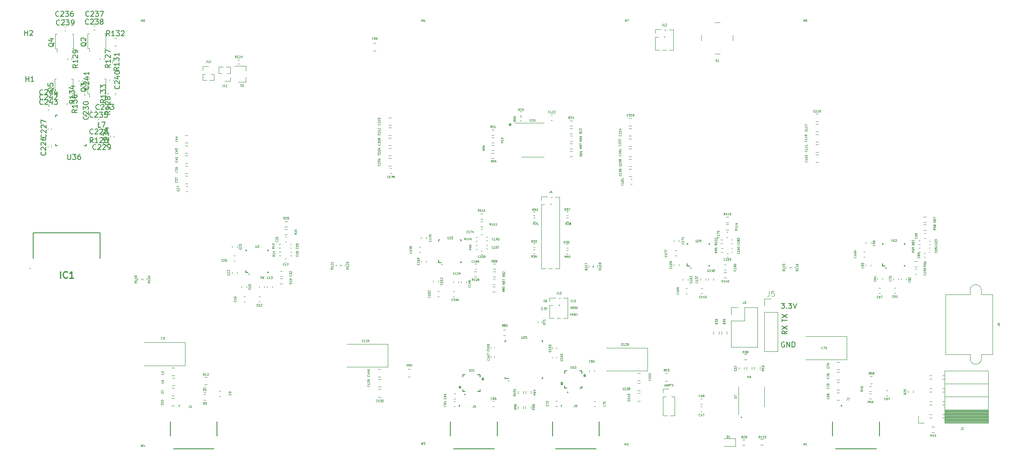
<source format=gbr>
%TF.GenerationSoftware,KiCad,Pcbnew,5.1.10*%
%TF.CreationDate,2021-11-18T01:26:40+01:00*%
%TF.ProjectId,PowerBank V0.2,506f7765-7242-4616-9e6b-2056302e322e,rev?*%
%TF.SameCoordinates,PX2aea540PY80befc0*%
%TF.FileFunction,Legend,Top*%
%TF.FilePolarity,Positive*%
%FSLAX46Y46*%
G04 Gerber Fmt 4.6, Leading zero omitted, Abs format (unit mm)*
G04 Created by KiCad (PCBNEW 5.1.10) date 2021-11-18 01:26:40*
%MOMM*%
%LPD*%
G01*
G04 APERTURE LIST*
%ADD10C,0.150000*%
%ADD11C,0.050000*%
%ADD12C,0.200000*%
%ADD13C,0.127000*%
%ADD14C,0.120000*%
%ADD15C,0.152400*%
%ADD16C,0.100000*%
%ADD17C,0.254000*%
G04 APERTURE END LIST*
D10*
X150938095Y21000000D02*
X150842857Y21047620D01*
X150700000Y21047620D01*
X150557142Y21000000D01*
X150461904Y20904762D01*
X150414285Y20809524D01*
X150366666Y20619048D01*
X150366666Y20476191D01*
X150414285Y20285715D01*
X150461904Y20190477D01*
X150557142Y20095239D01*
X150700000Y20047620D01*
X150795238Y20047620D01*
X150938095Y20095239D01*
X150985714Y20142858D01*
X150985714Y20476191D01*
X150795238Y20476191D01*
X151414285Y20047620D02*
X151414285Y21047620D01*
X151985714Y20047620D01*
X151985714Y21047620D01*
X152461904Y20047620D02*
X152461904Y21047620D01*
X152700000Y21047620D01*
X152842857Y21000000D01*
X152938095Y20904762D01*
X152985714Y20809524D01*
X153033333Y20619048D01*
X153033333Y20476191D01*
X152985714Y20285715D01*
X152938095Y20190477D01*
X152842857Y20095239D01*
X152700000Y20047620D01*
X152461904Y20047620D01*
X150323809Y28647620D02*
X150942857Y28647620D01*
X150609523Y28266667D01*
X150752380Y28266667D01*
X150847619Y28219048D01*
X150895238Y28171429D01*
X150942857Y28076191D01*
X150942857Y27838096D01*
X150895238Y27742858D01*
X150847619Y27695239D01*
X150752380Y27647620D01*
X150466666Y27647620D01*
X150371428Y27695239D01*
X150323809Y27742858D01*
X151371428Y27742858D02*
X151419047Y27695239D01*
X151371428Y27647620D01*
X151323809Y27695239D01*
X151371428Y27742858D01*
X151371428Y27647620D01*
X151752380Y28647620D02*
X152371428Y28647620D01*
X152038095Y28266667D01*
X152180952Y28266667D01*
X152276190Y28219048D01*
X152323809Y28171429D01*
X152371428Y28076191D01*
X152371428Y27838096D01*
X152323809Y27742858D01*
X152276190Y27695239D01*
X152180952Y27647620D01*
X151895238Y27647620D01*
X151800000Y27695239D01*
X151752380Y27742858D01*
X152657142Y28647620D02*
X152990476Y27647620D01*
X153323809Y28647620D01*
X151452380Y23233334D02*
X150976190Y22900000D01*
X151452380Y22661905D02*
X150452380Y22661905D01*
X150452380Y23042858D01*
X150500000Y23138096D01*
X150547619Y23185715D01*
X150642857Y23233334D01*
X150785714Y23233334D01*
X150880952Y23185715D01*
X150928571Y23138096D01*
X150976190Y23042858D01*
X150976190Y22661905D01*
X150452380Y23566667D02*
X151452380Y24233334D01*
X150452380Y24233334D02*
X151452380Y23566667D01*
X150452380Y25038096D02*
X150452380Y25609524D01*
X151452380Y25323810D02*
X150452380Y25323810D01*
X150452380Y25847620D02*
X151452380Y26514286D01*
X150452380Y26514286D02*
X151452380Y25847620D01*
D11*
X103134523Y27819048D02*
X103382142Y27819048D01*
X103248809Y27666667D01*
X103305952Y27666667D01*
X103344047Y27647620D01*
X103363095Y27628572D01*
X103382142Y27590477D01*
X103382142Y27495239D01*
X103363095Y27457143D01*
X103344047Y27438096D01*
X103305952Y27419048D01*
X103191666Y27419048D01*
X103153571Y27438096D01*
X103134523Y27457143D01*
X103553571Y27457143D02*
X103572619Y27438096D01*
X103553571Y27419048D01*
X103534523Y27438096D01*
X103553571Y27457143D01*
X103553571Y27419048D01*
X103705952Y27819048D02*
X103953571Y27819048D01*
X103820238Y27666667D01*
X103877380Y27666667D01*
X103915476Y27647620D01*
X103934523Y27628572D01*
X103953571Y27590477D01*
X103953571Y27495239D01*
X103934523Y27457143D01*
X103915476Y27438096D01*
X103877380Y27419048D01*
X103763095Y27419048D01*
X103725000Y27438096D01*
X103705952Y27457143D01*
X104067857Y27819048D02*
X104201190Y27419048D01*
X104334523Y27819048D01*
X108946428Y26294048D02*
X108946428Y26694048D01*
X109079761Y26408334D01*
X109213095Y26694048D01*
X109213095Y26294048D01*
X109403571Y26294048D02*
X109403571Y26694048D01*
X109575000Y26313096D02*
X109632142Y26294048D01*
X109727380Y26294048D01*
X109765476Y26313096D01*
X109784523Y26332143D01*
X109803571Y26370239D01*
X109803571Y26408334D01*
X109784523Y26446429D01*
X109765476Y26465477D01*
X109727380Y26484524D01*
X109651190Y26503572D01*
X109613095Y26522620D01*
X109594047Y26541667D01*
X109575000Y26579762D01*
X109575000Y26617858D01*
X109594047Y26655953D01*
X109613095Y26675000D01*
X109651190Y26694048D01*
X109746428Y26694048D01*
X109803571Y26675000D01*
X110051190Y26694048D02*
X110127380Y26694048D01*
X110165476Y26675000D01*
X110203571Y26636905D01*
X110222619Y26560715D01*
X110222619Y26427381D01*
X110203571Y26351191D01*
X110165476Y26313096D01*
X110127380Y26294048D01*
X110051190Y26294048D01*
X110013095Y26313096D01*
X109975000Y26351191D01*
X109955952Y26427381D01*
X109955952Y26560715D01*
X109975000Y26636905D01*
X110013095Y26675000D01*
X110051190Y26694048D01*
X108971428Y27644048D02*
X108971428Y28044048D01*
X109104761Y27758334D01*
X109238095Y28044048D01*
X109238095Y27644048D01*
X109504761Y28044048D02*
X109580952Y28044048D01*
X109619047Y28025000D01*
X109657142Y27986905D01*
X109676190Y27910715D01*
X109676190Y27777381D01*
X109657142Y27701191D01*
X109619047Y27663096D01*
X109580952Y27644048D01*
X109504761Y27644048D01*
X109466666Y27663096D01*
X109428571Y27701191D01*
X109409523Y27777381D01*
X109409523Y27910715D01*
X109428571Y27986905D01*
X109466666Y28025000D01*
X109504761Y28044048D01*
X109828571Y27663096D02*
X109885714Y27644048D01*
X109980952Y27644048D01*
X110019047Y27663096D01*
X110038095Y27682143D01*
X110057142Y27720239D01*
X110057142Y27758334D01*
X110038095Y27796429D01*
X110019047Y27815477D01*
X109980952Y27834524D01*
X109904761Y27853572D01*
X109866666Y27872620D01*
X109847619Y27891667D01*
X109828571Y27929762D01*
X109828571Y27967858D01*
X109847619Y28005953D01*
X109866666Y28025000D01*
X109904761Y28044048D01*
X110000000Y28044048D01*
X110057142Y28025000D01*
X110228571Y27644048D02*
X110228571Y28044048D01*
X103645238Y28963096D02*
X103702380Y28944048D01*
X103797619Y28944048D01*
X103835714Y28963096D01*
X103854761Y28982143D01*
X103873809Y29020239D01*
X103873809Y29058334D01*
X103854761Y29096429D01*
X103835714Y29115477D01*
X103797619Y29134524D01*
X103721428Y29153572D01*
X103683333Y29172620D01*
X103664285Y29191667D01*
X103645238Y29229762D01*
X103645238Y29267858D01*
X103664285Y29305953D01*
X103683333Y29325000D01*
X103721428Y29344048D01*
X103816666Y29344048D01*
X103873809Y29325000D01*
X104026190Y28963096D02*
X104083333Y28944048D01*
X104178571Y28944048D01*
X104216666Y28963096D01*
X104235714Y28982143D01*
X104254761Y29020239D01*
X104254761Y29058334D01*
X104235714Y29096429D01*
X104216666Y29115477D01*
X104178571Y29134524D01*
X104102380Y29153572D01*
X104064285Y29172620D01*
X104045238Y29191667D01*
X104026190Y29229762D01*
X104026190Y29267858D01*
X104045238Y29305953D01*
X104064285Y29325000D01*
X104102380Y29344048D01*
X104197619Y29344048D01*
X104254761Y29325000D01*
X109236904Y28982143D02*
X109217857Y28963096D01*
X109160714Y28944048D01*
X109122619Y28944048D01*
X109065476Y28963096D01*
X109027380Y29001191D01*
X109008333Y29039286D01*
X108989285Y29115477D01*
X108989285Y29172620D01*
X109008333Y29248810D01*
X109027380Y29286905D01*
X109065476Y29325000D01*
X109122619Y29344048D01*
X109160714Y29344048D01*
X109217857Y29325000D01*
X109236904Y29305953D01*
X109598809Y28944048D02*
X109408333Y28944048D01*
X109408333Y29344048D01*
X109732142Y28944048D02*
X109732142Y29344048D01*
X109960714Y28944048D02*
X109789285Y29172620D01*
X109960714Y29344048D02*
X109732142Y29115477D01*
D10*
X97100000Y64022620D02*
X97100000Y63784524D01*
X96861904Y63879762D02*
X97100000Y63784524D01*
X97338095Y63879762D01*
X96957142Y63594048D02*
X97100000Y63784524D01*
X97242857Y63594048D01*
D12*
%TO.C,U36*%
X14940000Y60410000D02*
G75*
G03*
X14940000Y60410000I-100000J0D01*
G01*
D13*
X7880000Y65610000D02*
X8250000Y65610000D01*
X7880000Y59610000D02*
X8250000Y59610000D01*
X13880000Y65610000D02*
X13510000Y65610000D01*
X13880000Y59610000D02*
X13510000Y59610000D01*
X7880000Y65610000D02*
X7880000Y65240000D01*
X7880000Y59610000D02*
X7880000Y59980000D01*
X13880000Y65610000D02*
X13880000Y65240000D01*
X13880000Y59610000D02*
X13880000Y59980000D01*
D14*
%TO.C,R134*%
X12065000Y69422936D02*
X12065000Y69877064D01*
X13535000Y69422936D02*
X13535000Y69877064D01*
%TO.C,R133*%
X18165000Y69572936D02*
X18165000Y70027064D01*
X19635000Y69572936D02*
X19635000Y70027064D01*
%TO.C,R132*%
X19385436Y80710000D02*
X19839564Y80710000D01*
X19385436Y79240000D02*
X19839564Y79240000D01*
%TO.C,R131*%
X18972500Y76337258D02*
X18972500Y75862742D01*
X17927500Y76337258D02*
X17927500Y75862742D01*
%TO.C,R130*%
X10855000Y67978641D02*
X10855000Y67671359D01*
X10095000Y67978641D02*
X10095000Y67671359D01*
%TO.C,R129*%
X11005000Y76803641D02*
X11005000Y76496359D01*
X10245000Y76803641D02*
X10245000Y76496359D01*
%TO.C,R128*%
X17355000Y67653641D02*
X17355000Y67346359D01*
X16595000Y67653641D02*
X16595000Y67346359D01*
%TO.C,R127*%
X17380000Y76828641D02*
X17380000Y76521359D01*
X16620000Y76828641D02*
X16620000Y76521359D01*
%TO.C,R126*%
X16221359Y59855000D02*
X16528641Y59855000D01*
X16221359Y59095000D02*
X16528641Y59095000D01*
%TO.C,Q5*%
X10975000Y69875000D02*
X11270000Y69875000D01*
X11270000Y69875000D02*
X11270000Y72715000D01*
X11270000Y72715000D02*
X10975000Y72715000D01*
X8025000Y72715000D02*
X7730000Y72715000D01*
X7730000Y72715000D02*
X7730000Y69875000D01*
X7730000Y69875000D02*
X8025000Y69875000D01*
X8025000Y69145000D02*
X8025000Y69875000D01*
%TO.C,Q4*%
X11075000Y78680000D02*
X11370000Y78680000D01*
X11370000Y78680000D02*
X11370000Y81520000D01*
X11370000Y81520000D02*
X11075000Y81520000D01*
X8125000Y81520000D02*
X7830000Y81520000D01*
X7830000Y81520000D02*
X7830000Y78680000D01*
X7830000Y78680000D02*
X8125000Y78680000D01*
X8125000Y77950000D02*
X8125000Y78680000D01*
%TO.C,Q3*%
X17435000Y69875000D02*
X17730000Y69875000D01*
X17730000Y69875000D02*
X17730000Y72715000D01*
X17730000Y72715000D02*
X17435000Y72715000D01*
X14485000Y72715000D02*
X14190000Y72715000D01*
X14190000Y72715000D02*
X14190000Y69875000D01*
X14190000Y69875000D02*
X14485000Y69875000D01*
X14485000Y69145000D02*
X14485000Y69875000D01*
%TO.C,Q2*%
X17435000Y78765000D02*
X17730000Y78765000D01*
X17730000Y78765000D02*
X17730000Y81605000D01*
X17730000Y81605000D02*
X17435000Y81605000D01*
X14485000Y81605000D02*
X14190000Y81605000D01*
X14190000Y81605000D02*
X14190000Y78765000D01*
X14190000Y78765000D02*
X14485000Y78765000D01*
X14485000Y78035000D02*
X14485000Y78765000D01*
%TO.C,L7*%
X16762221Y62760000D02*
X17087779Y62760000D01*
X16762221Y61740000D02*
X17087779Y61740000D01*
D12*
%TO.C,IC1*%
X2960000Y35520000D02*
G75*
G02*
X2860000Y35520000I-50000J0D01*
G01*
X2860000Y35520000D02*
G75*
G02*
X2960000Y35520000I50000J0D01*
G01*
X2960000Y35520000D02*
G75*
G02*
X2860000Y35520000I-50000J0D01*
G01*
X3460000Y37520000D02*
X3460000Y37520000D01*
X3460000Y37520000D02*
X3460000Y42520000D01*
X3460000Y42520000D02*
X3460000Y42520000D01*
X3460000Y42520000D02*
X3460000Y37520000D01*
X3460000Y42520000D02*
X16660000Y42520000D01*
X16660000Y42520000D02*
X16660000Y42520000D01*
X16660000Y42520000D02*
X3460000Y42520000D01*
X3460000Y42520000D02*
X3460000Y42520000D01*
X16660000Y42520000D02*
X16660000Y42520000D01*
X16660000Y42520000D02*
X16660000Y37520000D01*
X16660000Y37520000D02*
X16660000Y37520000D01*
X16660000Y37520000D02*
X16660000Y42520000D01*
X2860000Y35520000D02*
X2860000Y35520000D01*
X2960000Y35520000D02*
X2960000Y35520000D01*
X2860000Y35520000D02*
X2860000Y35520000D01*
D14*
%TO.C,C244*%
X6392164Y69260000D02*
X6607836Y69260000D01*
X6392164Y68540000D02*
X6607836Y68540000D01*
%TO.C,C243*%
X6392164Y67360000D02*
X6607836Y67360000D01*
X6392164Y66640000D02*
X6607836Y66640000D01*
%TO.C,C242*%
X6392164Y68360000D02*
X6607836Y68360000D01*
X6392164Y67640000D02*
X6607836Y67640000D01*
%TO.C,C241*%
X13160000Y72487836D02*
X13160000Y72272164D01*
X12440000Y72487836D02*
X12440000Y72272164D01*
%TO.C,C240*%
X19210000Y72627836D02*
X19210000Y72412164D01*
X18490000Y72627836D02*
X18490000Y72412164D01*
%TO.C,C239*%
X9662164Y82960000D02*
X9877836Y82960000D01*
X9662164Y82240000D02*
X9877836Y82240000D01*
%TO.C,C238*%
X15367164Y83110000D02*
X15582836Y83110000D01*
X15367164Y82390000D02*
X15582836Y82390000D01*
%TO.C,C237*%
X15378733Y84535000D02*
X15671267Y84535000D01*
X15378733Y83515000D02*
X15671267Y83515000D01*
%TO.C,C236*%
X9491233Y84535000D02*
X9783767Y84535000D01*
X9491233Y83515000D02*
X9783767Y83515000D01*
%TO.C,C235*%
X16217164Y64835000D02*
X16432836Y64835000D01*
X16217164Y64115000D02*
X16432836Y64115000D01*
%TO.C,C234*%
X18640000Y61342164D02*
X18640000Y61557836D01*
X19360000Y61342164D02*
X19360000Y61557836D01*
%TO.C,C233*%
X17409420Y66260000D02*
X17690580Y66260000D01*
X17409420Y65240000D02*
X17690580Y65240000D01*
%TO.C,C230*%
X14790000Y66384420D02*
X14790000Y66665580D01*
X15810000Y66384420D02*
X15810000Y66665580D01*
%TO.C,C229*%
X17065580Y60215000D02*
X16784420Y60215000D01*
X17065580Y61235000D02*
X16784420Y61235000D01*
%TO.C,C228*%
X16457836Y63140000D02*
X16242164Y63140000D01*
X16457836Y63860000D02*
X16242164Y63860000D01*
%TO.C,C227*%
X6365000Y62792164D02*
X6365000Y63007836D01*
X7085000Y62792164D02*
X7085000Y63007836D01*
%TO.C,C226*%
X6340000Y59392164D02*
X6340000Y59607836D01*
X7060000Y59392164D02*
X7060000Y59607836D01*
%TO.C,UART2*%
X127140000Y11860000D02*
X128250000Y11860000D01*
X127140000Y11100000D02*
X127140000Y11860000D01*
X128813471Y10340000D02*
X129360000Y10340000D01*
X127140000Y10340000D02*
X127686529Y10340000D01*
X129360000Y10340000D02*
X129360000Y6595000D01*
X127140000Y10340000D02*
X127140000Y6595000D01*
X128557530Y6595000D02*
X129360000Y6595000D01*
X127140000Y6595000D02*
X127942470Y6595000D01*
%TO.C,C150*%
X106160000Y18127836D02*
X106160000Y17912164D01*
X105440000Y18127836D02*
X105440000Y17912164D01*
%TO.C,R23*%
X180347258Y4372500D02*
X179872742Y4372500D01*
X180347258Y3327500D02*
X179872742Y3327500D01*
%TO.C,J13*%
X104870000Y29760000D02*
X106000000Y29760000D01*
X104870000Y29000000D02*
X104870000Y29760000D01*
X107577530Y29695000D02*
X108400000Y29695000D01*
X106760000Y29695000D02*
X106962470Y29695000D01*
X106760000Y29563471D02*
X106760000Y29695000D01*
X106760000Y28293471D02*
X106760000Y28436529D01*
X106563471Y28240000D02*
X106706529Y28240000D01*
X104870000Y28240000D02*
X105436529Y28240000D01*
X108400000Y29695000D02*
X108400000Y25765000D01*
X104870000Y28240000D02*
X104870000Y25765000D01*
X106307530Y25765000D02*
X106962470Y25765000D01*
X107577530Y25765000D02*
X108400000Y25765000D01*
X104870000Y25765000D02*
X105692470Y25765000D01*
%TO.C,J12*%
X125570000Y82430000D02*
X126700000Y82430000D01*
X125570000Y81670000D02*
X125570000Y82430000D01*
X128277530Y82365000D02*
X129100000Y82365000D01*
X127460000Y82365000D02*
X127662470Y82365000D01*
X127460000Y82233471D02*
X127460000Y82365000D01*
X127460000Y80963471D02*
X127460000Y81106529D01*
X127263471Y80910000D02*
X127406529Y80910000D01*
X125570000Y80910000D02*
X126136529Y80910000D01*
X129100000Y82365000D02*
X129100000Y78435000D01*
X125570000Y80910000D02*
X125570000Y78435000D01*
X127007530Y78435000D02*
X127662470Y78435000D01*
X128277530Y78435000D02*
X129100000Y78435000D01*
X125570000Y78435000D02*
X126392470Y78435000D01*
%TO.C,J2*%
X190990000Y5290000D02*
X182360000Y5290000D01*
X190990000Y5408095D02*
X182360000Y5408095D01*
X190990000Y5526190D02*
X182360000Y5526190D01*
X190990000Y5644285D02*
X182360000Y5644285D01*
X190990000Y5762380D02*
X182360000Y5762380D01*
X190990000Y5880475D02*
X182360000Y5880475D01*
X190990000Y5998570D02*
X182360000Y5998570D01*
X190990000Y6116665D02*
X182360000Y6116665D01*
X190990000Y6234760D02*
X182360000Y6234760D01*
X190990000Y6352855D02*
X182360000Y6352855D01*
X190990000Y6470950D02*
X182360000Y6470950D01*
X190990000Y6589045D02*
X182360000Y6589045D01*
X190990000Y6707140D02*
X182360000Y6707140D01*
X190990000Y6825235D02*
X182360000Y6825235D01*
X190990000Y6943330D02*
X182360000Y6943330D01*
X190990000Y7061425D02*
X182360000Y7061425D01*
X190990000Y7179520D02*
X182360000Y7179520D01*
X190990000Y7297615D02*
X182360000Y7297615D01*
X190990000Y7415710D02*
X182360000Y7415710D01*
X190990000Y7533805D02*
X182360000Y7533805D01*
X190990000Y7651900D02*
X182360000Y7651900D01*
X182360000Y6140000D02*
X181950000Y6140000D01*
X179850000Y6140000D02*
X179470000Y6140000D01*
X182360000Y6860000D02*
X181950000Y6860000D01*
X179850000Y6860000D02*
X179470000Y6860000D01*
X182360000Y8680000D02*
X181950000Y8680000D01*
X179850000Y8680000D02*
X179410000Y8680000D01*
X182360000Y9400000D02*
X181950000Y9400000D01*
X179850000Y9400000D02*
X179410000Y9400000D01*
X182360000Y11220000D02*
X181950000Y11220000D01*
X179850000Y11220000D02*
X179410000Y11220000D01*
X182360000Y11940000D02*
X181950000Y11940000D01*
X179850000Y11940000D02*
X179410000Y11940000D01*
X182360000Y13760000D02*
X181950000Y13760000D01*
X179850000Y13760000D02*
X179410000Y13760000D01*
X182360000Y14480000D02*
X181950000Y14480000D01*
X179850000Y14480000D02*
X179410000Y14480000D01*
X190990000Y7770000D02*
X182360000Y7770000D01*
X190990000Y10310000D02*
X182360000Y10310000D01*
X190990000Y12850000D02*
X182360000Y12850000D01*
X190990000Y5170000D02*
X182360000Y5170000D01*
X182360000Y5170000D02*
X182360000Y15450000D01*
X190990000Y15450000D02*
X182360000Y15450000D01*
X190990000Y5170000D02*
X190990000Y15450000D01*
X177250000Y5170000D02*
X177250000Y6500000D01*
X178360000Y5170000D02*
X177250000Y5170000D01*
%TO.C,R124*%
X43636359Y76480000D02*
X43943641Y76480000D01*
X43636359Y75720000D02*
X43943641Y75720000D01*
%TO.C,Q1*%
X45210000Y72120000D02*
X45210000Y73050000D01*
X45210000Y75280000D02*
X45210000Y74350000D01*
X45210000Y75280000D02*
X43050000Y75280000D01*
X45210000Y72120000D02*
X43750000Y72120000D01*
%TO.C,J11*%
X42160000Y75065000D02*
X41357530Y75065000D01*
X40742470Y75065000D02*
X39940000Y75065000D01*
X42160000Y73860000D02*
X42160000Y75065000D01*
X39940000Y73860000D02*
X39940000Y75065000D01*
X42160000Y73860000D02*
X41613471Y73860000D01*
X40486529Y73860000D02*
X39940000Y73860000D01*
X42160000Y73100000D02*
X42160000Y72340000D01*
X42160000Y72340000D02*
X41050000Y72340000D01*
%TO.C,J10*%
X36740000Y72485000D02*
X37542470Y72485000D01*
X38157530Y72485000D02*
X38960000Y72485000D01*
X36740000Y73690000D02*
X36740000Y72485000D01*
X38960000Y73690000D02*
X38960000Y72485000D01*
X36740000Y73690000D02*
X37286529Y73690000D01*
X38413471Y73690000D02*
X38960000Y73690000D01*
X36740000Y74450000D02*
X36740000Y75210000D01*
X36740000Y75210000D02*
X37850000Y75210000D01*
%TO.C,R123*%
X146262742Y1922500D02*
X146737258Y1922500D01*
X146262742Y877500D02*
X146737258Y877500D01*
D15*
%TO.C,U26*%
X136275083Y35975001D02*
X136275083Y36175000D01*
X136275083Y35975001D02*
X136075084Y35975001D01*
X136275083Y40225000D02*
X136275083Y40424999D01*
X136275083Y40424999D02*
X136075084Y40424999D01*
X132024916Y40424999D02*
X131824917Y40424999D01*
X132325000Y35975082D02*
X131824917Y35975082D01*
X131824917Y35975082D02*
X131824917Y36475000D01*
X131824917Y40225000D02*
X131824917Y40424999D01*
%TO.C,U25*%
X96100000Y13900000D02*
X96100000Y14099999D01*
X96800001Y13900000D02*
X96100000Y13900000D01*
X96100000Y21100001D02*
X96100000Y21300000D01*
X96299999Y21300000D02*
X96100000Y21300000D01*
X103500000Y21300000D02*
X103300001Y21300000D01*
X103500000Y21100001D02*
X103500000Y21300000D01*
X103500000Y13900000D02*
X103300001Y13900000D01*
X103500000Y13900000D02*
X103500000Y14099999D01*
%TO.C,U23*%
X87525083Y36675001D02*
X87525083Y36875000D01*
X87525083Y36675001D02*
X87325084Y36675001D01*
X87525083Y40925000D02*
X87525083Y41124999D01*
X87525083Y41124999D02*
X87325084Y41124999D01*
X83274916Y41124999D02*
X83074917Y41124999D01*
X83575000Y36675082D02*
X83074917Y36675082D01*
X83074917Y36675082D02*
X83074917Y37175000D01*
X83074917Y40925000D02*
X83074917Y41124999D01*
D14*
%TO.C,U20*%
X101550000Y57365000D02*
X103750000Y57365000D01*
X101550000Y57365000D02*
X99350000Y57365000D01*
X101550000Y64135000D02*
X103750000Y64135000D01*
X101550000Y64135000D02*
X97950000Y64135000D01*
D15*
%TO.C,U13*%
X174625083Y35975001D02*
X174625083Y36175000D01*
X174625083Y35975001D02*
X174425084Y35975001D01*
X174625083Y40225000D02*
X174625083Y40424999D01*
X174625083Y40424999D02*
X174425084Y40424999D01*
X170374916Y40424999D02*
X170174917Y40424999D01*
X170675000Y35975082D02*
X170174917Y35975082D01*
X170174917Y35975082D02*
X170174917Y36475000D01*
X170174917Y40225000D02*
X170174917Y40424999D01*
%TO.C,U11*%
X91176400Y11323600D02*
X91176400Y11765659D01*
X91176400Y14676400D02*
X90734341Y14676400D01*
X87823600Y14676400D02*
X87823600Y14234341D01*
X87823600Y11323600D02*
X88265659Y11323600D01*
X90734341Y11323600D02*
X91176400Y11323600D01*
X91176400Y14234341D02*
X91176400Y14676400D01*
X88265659Y14676400D02*
X87823600Y14676400D01*
X87823600Y11765659D02*
X87823600Y11323600D01*
X91608200Y13609501D02*
X91862200Y13609501D01*
X91862200Y13609501D02*
X91862200Y13990501D01*
X91862200Y13990501D02*
X91608200Y13990501D01*
X91608200Y13990501D02*
X91608200Y13609501D01*
X87391800Y12009499D02*
X87137800Y12009499D01*
X87137800Y12009499D02*
X87137800Y12390499D01*
X87137800Y12390499D02*
X87391800Y12390499D01*
X87391800Y12390499D02*
X87391800Y12009499D01*
%TO.C,U10*%
X111176400Y12023600D02*
X111176400Y12465659D01*
X111176400Y15376400D02*
X110734341Y15376400D01*
X107823600Y15376400D02*
X107823600Y14934341D01*
X107823600Y12023600D02*
X108265659Y12023600D01*
X110734341Y12023600D02*
X111176400Y12023600D01*
X111176400Y14934341D02*
X111176400Y15376400D01*
X108265659Y15376400D02*
X107823600Y15376400D01*
X107823600Y12465659D02*
X107823600Y12023600D01*
X111608200Y14309501D02*
X111862200Y14309501D01*
X111862200Y14309501D02*
X111862200Y14690501D01*
X111862200Y14690501D02*
X111608200Y14690501D01*
X111608200Y14690501D02*
X111608200Y14309501D01*
X107391800Y12709499D02*
X107137800Y12709499D01*
X107137800Y12709499D02*
X107137800Y13090499D01*
X107137800Y13090499D02*
X107391800Y13090499D01*
X107391800Y13090499D02*
X107391800Y12709499D01*
D14*
%TO.C,U7*%
X147035000Y10350000D02*
X147035000Y12300000D01*
X147035000Y10350000D02*
X147035000Y8400000D01*
X141915000Y10350000D02*
X141915000Y12300000D01*
X141915000Y10350000D02*
X141915000Y6900000D01*
D16*
%TO.C,S1*%
X137750000Y83850000D02*
X138250000Y83850000D01*
X137750000Y83850000D02*
X137250000Y83850000D01*
X140850000Y80750000D02*
X140850000Y81250000D01*
X140850000Y80750000D02*
X140850000Y80250000D01*
X137750000Y77650000D02*
X138250000Y77650000D01*
X137750000Y77650000D02*
X137250000Y77650000D01*
X134650000Y80750000D02*
X134650000Y81250000D01*
X134650000Y80750000D02*
X134650000Y80250000D01*
D14*
%TO.C,R122*%
X63920000Y35946359D02*
X63920000Y36253641D01*
X64680000Y35946359D02*
X64680000Y36253641D01*
%TO.C,R121*%
X62920000Y35946359D02*
X62920000Y36253641D01*
X63680000Y35946359D02*
X63680000Y36253641D01*
%TO.C,R120*%
X25020000Y33246359D02*
X25020000Y33553641D01*
X25780000Y33246359D02*
X25780000Y33553641D01*
%TO.C,R119*%
X113520000Y35746359D02*
X113520000Y36053641D01*
X114280000Y35746359D02*
X114280000Y36053641D01*
%TO.C,R118*%
X24780000Y33553641D02*
X24780000Y33246359D01*
X24020000Y33553641D02*
X24020000Y33246359D01*
%TO.C,R117*%
X112550000Y35746359D02*
X112550000Y36053641D01*
X113310000Y35746359D02*
X113310000Y36053641D01*
%TO.C,R116*%
X152220000Y35546359D02*
X152220000Y35853641D01*
X152980000Y35546359D02*
X152980000Y35853641D01*
%TO.C,R115*%
X151220000Y35546359D02*
X151220000Y35853641D01*
X151980000Y35546359D02*
X151980000Y35853641D01*
%TO.C,R114*%
X139937258Y43127500D02*
X139462742Y43127500D01*
X139937258Y44172500D02*
X139462742Y44172500D01*
%TO.C,R113*%
X139462742Y45622500D02*
X139937258Y45622500D01*
X139462742Y44577500D02*
X139937258Y44577500D01*
%TO.C,R112*%
X91737258Y43677500D02*
X91262742Y43677500D01*
X91737258Y44722500D02*
X91262742Y44722500D01*
%TO.C,R111*%
X91262742Y46222500D02*
X91737258Y46222500D01*
X91262742Y45177500D02*
X91737258Y45177500D01*
%TO.C,R110*%
X139062742Y34722500D02*
X139537258Y34722500D01*
X139062742Y33677500D02*
X139537258Y33677500D01*
%TO.C,R108*%
X90037742Y34922500D02*
X90512258Y34922500D01*
X90037742Y33877500D02*
X90512258Y33877500D01*
%TO.C,R102*%
X138803641Y40370000D02*
X138496359Y40370000D01*
X138803641Y41130000D02*
X138496359Y41130000D01*
%TO.C,R101*%
X98627500Y10962742D02*
X98627500Y11437258D01*
X99672500Y10962742D02*
X99672500Y11437258D01*
%TO.C,R100*%
X90653641Y40920000D02*
X90346359Y40920000D01*
X90653641Y41680000D02*
X90346359Y41680000D01*
%TO.C,R99*%
X99672500Y8437258D02*
X99672500Y7962742D01*
X98627500Y8437258D02*
X98627500Y7962742D01*
%TO.C,R98*%
X100127500Y7962742D02*
X100127500Y8437258D01*
X101172500Y7962742D02*
X101172500Y8437258D01*
%TO.C,R97*%
X101222500Y11397258D02*
X101222500Y10922742D01*
X100177500Y11397258D02*
X100177500Y10922742D01*
%TO.C,R96*%
X138546359Y39480000D02*
X138853641Y39480000D01*
X138546359Y38720000D02*
X138853641Y38720000D01*
%TO.C,R95*%
X93447742Y58202500D02*
X93922258Y58202500D01*
X93447742Y57157500D02*
X93922258Y57157500D01*
%TO.C,R94*%
X90346359Y40080000D02*
X90653641Y40080000D01*
X90346359Y39320000D02*
X90653641Y39320000D01*
%TO.C,R93*%
X127522936Y14885000D02*
X127977064Y14885000D01*
X127522936Y13415000D02*
X127977064Y13415000D01*
%TO.C,R92*%
X93762742Y34922500D02*
X94237258Y34922500D01*
X93762742Y33877500D02*
X94237258Y33877500D01*
%TO.C,R91*%
X93462742Y59702500D02*
X93937258Y59702500D01*
X93462742Y58657500D02*
X93937258Y58657500D01*
%TO.C,R90*%
X77072936Y15735000D02*
X77527064Y15735000D01*
X77072936Y14265000D02*
X77527064Y14265000D01*
%TO.C,R89*%
X93762742Y36422500D02*
X94237258Y36422500D01*
X93762742Y35377500D02*
X94237258Y35377500D01*
%TO.C,R87*%
X93737742Y33422500D02*
X94212258Y33422500D01*
X93737742Y32377500D02*
X94212258Y32377500D01*
%TO.C,R85*%
X95762742Y23422500D02*
X96237258Y23422500D01*
X95762742Y22377500D02*
X96237258Y22377500D01*
%TO.C,R83*%
X93687742Y31922500D02*
X94162258Y31922500D01*
X93687742Y30877500D02*
X94162258Y30877500D01*
%TO.C,R71*%
X103280000Y25153641D02*
X103280000Y24846359D01*
X102520000Y25153641D02*
X102520000Y24846359D01*
%TO.C,R70*%
X99056359Y66280000D02*
X99363641Y66280000D01*
X99056359Y65520000D02*
X99363641Y65520000D01*
%TO.C,R69*%
X99343641Y64480000D02*
X99036359Y64480000D01*
X99343641Y65240000D02*
X99036359Y65240000D01*
%TO.C,R68*%
X178737258Y43052500D02*
X178262742Y43052500D01*
X178737258Y44097500D02*
X178262742Y44097500D01*
%TO.C,R67*%
X178262742Y45622500D02*
X178737258Y45622500D01*
X178262742Y44577500D02*
X178737258Y44577500D01*
%TO.C,R66*%
X176462742Y36897500D02*
X176937258Y36897500D01*
X176462742Y35852500D02*
X176937258Y35852500D01*
%TO.C,R62*%
X177578641Y40195000D02*
X177271359Y40195000D01*
X177578641Y40955000D02*
X177271359Y40955000D01*
%TO.C,R60*%
X177296359Y39580000D02*
X177603641Y39580000D01*
X177296359Y38820000D02*
X177603641Y38820000D01*
%TO.C,R59*%
X109357258Y60477500D02*
X108882742Y60477500D01*
X109357258Y61522500D02*
X108882742Y61522500D01*
%TO.C,R58*%
X167747936Y14335000D02*
X168202064Y14335000D01*
X167747936Y12865000D02*
X168202064Y12865000D01*
%TO.C,R57*%
X109337258Y58977500D02*
X108862742Y58977500D01*
X109337258Y60022500D02*
X108862742Y60022500D01*
%TO.C,R56*%
X109337258Y57477500D02*
X108862742Y57477500D01*
X109337258Y58522500D02*
X108862742Y58522500D01*
%TO.C,R53*%
X145077500Y15662742D02*
X145077500Y16137258D01*
X146122500Y15662742D02*
X146122500Y16137258D01*
%TO.C,R46*%
X168037258Y9877500D02*
X167562742Y9877500D01*
X168037258Y10922500D02*
X167562742Y10922500D01*
%TO.C,R45*%
X168037258Y11352500D02*
X167562742Y11352500D01*
X168037258Y12397500D02*
X167562742Y12397500D01*
%TO.C,R40*%
X108453641Y38320000D02*
X108146359Y38320000D01*
X108453641Y39080000D02*
X108146359Y39080000D01*
%TO.C,R39*%
X108453641Y39520000D02*
X108146359Y39520000D01*
X108453641Y40280000D02*
X108146359Y40280000D01*
%TO.C,R38*%
X108453641Y44720000D02*
X108146359Y44720000D01*
X108453641Y45480000D02*
X108146359Y45480000D01*
%TO.C,R37*%
X108453641Y45920000D02*
X108146359Y45920000D01*
X108453641Y46680000D02*
X108146359Y46680000D01*
%TO.C,R36*%
X137052500Y22637742D02*
X137052500Y23112258D01*
X138097500Y22637742D02*
X138097500Y23112258D01*
%TO.C,R35*%
X143537258Y17577500D02*
X143062742Y17577500D01*
X143537258Y18622500D02*
X143062742Y18622500D01*
%TO.C,R34*%
X101953641Y38420000D02*
X101646359Y38420000D01*
X101953641Y39180000D02*
X101646359Y39180000D01*
%TO.C,R33*%
X101646359Y40380000D02*
X101953641Y40380000D01*
X101646359Y39620000D02*
X101953641Y39620000D01*
%TO.C,R32*%
X101646359Y45480000D02*
X101953641Y45480000D01*
X101646359Y44720000D02*
X101953641Y44720000D01*
%TO.C,R31*%
X101953641Y45920000D02*
X101646359Y45920000D01*
X101953641Y46680000D02*
X101646359Y46680000D01*
%TO.C,R30*%
X138602500Y22637742D02*
X138602500Y23112258D01*
X139647500Y22637742D02*
X139647500Y23112258D01*
%TO.C,R29*%
X143162258Y827500D02*
X142687742Y827500D01*
X143162258Y1872500D02*
X142687742Y1872500D01*
%TO.C,R25*%
X175177500Y11062742D02*
X175177500Y11537258D01*
X176222500Y11062742D02*
X176222500Y11537258D01*
%TO.C,R24*%
X109337258Y63477500D02*
X108862742Y63477500D01*
X109337258Y64522500D02*
X108862742Y64522500D01*
%TO.C,R22*%
X109337258Y61977500D02*
X108862742Y61977500D01*
X109337258Y63022500D02*
X108862742Y63022500D01*
D12*
%TO.C,J9*%
X87259080Y8539420D02*
G75*
G03*
X87259080Y8539420I-100000J0D01*
G01*
D13*
X86000000Y100000D02*
X94000000Y100000D01*
X85400000Y5450000D02*
X85400000Y2650000D01*
X94600000Y2650000D02*
X94600000Y5450000D01*
D12*
%TO.C,J8*%
X107259080Y8539420D02*
G75*
G03*
X107259080Y8539420I-100000J0D01*
G01*
D13*
X106000000Y100000D02*
X114000000Y100000D01*
X105400000Y5450000D02*
X105400000Y2650000D01*
X114600000Y2650000D02*
X114600000Y5450000D01*
D12*
%TO.C,J7*%
X162259080Y8539420D02*
G75*
G03*
X162259080Y8539420I-100000J0D01*
G01*
D13*
X161000000Y100000D02*
X169000000Y100000D01*
X160400000Y5450000D02*
X160400000Y2650000D01*
X169600000Y2650000D02*
X169600000Y5450000D01*
D14*
%TO.C,J6*%
X191810000Y30360000D02*
X191810000Y18640000D01*
X182590000Y30360000D02*
X182590000Y18640000D01*
X187390000Y18640000D02*
X182590000Y18640000D01*
X191810000Y18640000D02*
X189610000Y18640000D01*
X187390000Y30360000D02*
X182590000Y30360000D01*
X187390000Y31200000D02*
X187390000Y30360000D01*
X189610000Y31200000D02*
X189610000Y30360000D01*
X189610000Y18640000D02*
X189610000Y17800000D01*
X187390000Y18640000D02*
X187390000Y17800000D01*
X191810000Y30360000D02*
X189610000Y30360000D01*
X189610000Y31200000D02*
G75*
G03*
X187390000Y31200000I-1110000J0D01*
G01*
X187390000Y17800000D02*
G75*
G03*
X189610000Y17800000I1110000J0D01*
G01*
%TO.C,J5*%
X146970000Y19250000D02*
X149630000Y19250000D01*
X146970000Y26930000D02*
X146970000Y19250000D01*
X149630000Y26930000D02*
X149630000Y19250000D01*
X146970000Y26930000D02*
X149630000Y26930000D01*
X146970000Y28200000D02*
X146970000Y29530000D01*
X146970000Y29530000D02*
X148300000Y29530000D01*
%TO.C,J4*%
X103270000Y35455000D02*
X104092470Y35455000D01*
X105977530Y35455000D02*
X106800000Y35455000D01*
X104707530Y35455000D02*
X105362470Y35455000D01*
X103270000Y48090000D02*
X103270000Y35455000D01*
X106800000Y49545000D02*
X106800000Y35455000D01*
X103270000Y48090000D02*
X103836529Y48090000D01*
X104963471Y48090000D02*
X105106529Y48090000D01*
X105160000Y48143471D02*
X105160000Y48286529D01*
X105160000Y49413471D02*
X105160000Y49545000D01*
X105160000Y49545000D02*
X105362470Y49545000D01*
X105977530Y49545000D02*
X106800000Y49545000D01*
X103270000Y48850000D02*
X103270000Y49610000D01*
X103270000Y49610000D02*
X104400000Y49610000D01*
%TO.C,J3*%
X140470000Y20090000D02*
X145670000Y20090000D01*
X140470000Y25230000D02*
X140470000Y20090000D01*
X145670000Y27830000D02*
X145670000Y20090000D01*
X140470000Y25230000D02*
X143070000Y25230000D01*
X143070000Y25230000D02*
X143070000Y27830000D01*
X143070000Y27830000D02*
X145670000Y27830000D01*
X140470000Y26500000D02*
X140470000Y27830000D01*
X140470000Y27830000D02*
X141800000Y27830000D01*
%TO.C,D1*%
X139075000Y615000D02*
X141360000Y615000D01*
X141360000Y615000D02*
X141360000Y2085000D01*
X141360000Y2085000D02*
X139075000Y2085000D01*
%TO.C,C216*%
X120961252Y63515000D02*
X120438748Y63515000D01*
X120961252Y64985000D02*
X120438748Y64985000D01*
%TO.C,C215*%
X73811252Y63665000D02*
X73288748Y63665000D01*
X73811252Y65135000D02*
X73288748Y65135000D01*
%TO.C,C214*%
X120961252Y61515000D02*
X120438748Y61515000D01*
X120961252Y62985000D02*
X120438748Y62985000D01*
%TO.C,C212*%
X73761252Y61665000D02*
X73238748Y61665000D01*
X73761252Y63135000D02*
X73238748Y63135000D01*
%TO.C,C208*%
X73761252Y59665000D02*
X73238748Y59665000D01*
X73761252Y61135000D02*
X73238748Y61135000D01*
%TO.C,C207*%
X120961252Y59515000D02*
X120438748Y59515000D01*
X120961252Y60985000D02*
X120438748Y60985000D01*
%TO.C,C204*%
X73761252Y57665000D02*
X73238748Y57665000D01*
X73761252Y59135000D02*
X73238748Y59135000D01*
%TO.C,C201*%
X120961252Y57515000D02*
X120438748Y57515000D01*
X120961252Y58985000D02*
X120438748Y58985000D01*
%TO.C,C200*%
X73761252Y55665000D02*
X73238748Y55665000D01*
X73761252Y57135000D02*
X73238748Y57135000D01*
%TO.C,C198*%
X120961252Y55515000D02*
X120438748Y55515000D01*
X120961252Y56985000D02*
X120438748Y56985000D01*
%TO.C,C196*%
X120961252Y53565000D02*
X120438748Y53565000D01*
X120961252Y55035000D02*
X120438748Y55035000D01*
%TO.C,C190*%
X139159420Y36210000D02*
X139440580Y36210000D01*
X139159420Y35190000D02*
X139440580Y35190000D01*
%TO.C,C186*%
X90159420Y36410000D02*
X90440580Y36410000D01*
X90159420Y35390000D02*
X90440580Y35390000D01*
%TO.C,C183*%
X140707836Y40390000D02*
X140492164Y40390000D01*
X140707836Y41110000D02*
X140492164Y41110000D01*
%TO.C,C181*%
X121040580Y52040000D02*
X120759420Y52040000D01*
X121040580Y53060000D02*
X120759420Y53060000D01*
%TO.C,C180*%
X92607836Y40940000D02*
X92392164Y40940000D01*
X92607836Y41660000D02*
X92392164Y41660000D01*
%TO.C,C178*%
X73815580Y54190000D02*
X73534420Y54190000D01*
X73815580Y55210000D02*
X73534420Y55210000D01*
%TO.C,C177*%
X129509420Y39060000D02*
X129790580Y39060000D01*
X129509420Y38040000D02*
X129790580Y38040000D01*
%TO.C,C176*%
X139840580Y41690000D02*
X139559420Y41690000D01*
X139840580Y42710000D02*
X139559420Y42710000D01*
%TO.C,C175*%
X79259420Y39710000D02*
X79540580Y39710000D01*
X79259420Y38690000D02*
X79540580Y38690000D01*
%TO.C,C174*%
X91640580Y42190000D02*
X91359420Y42190000D01*
X91640580Y43210000D02*
X91359420Y43210000D01*
%TO.C,C171*%
X130260000Y41090580D02*
X130260000Y40809420D01*
X129240000Y41090580D02*
X129240000Y40809420D01*
%TO.C,C170*%
X80610000Y41640580D02*
X80610000Y41359420D01*
X79590000Y41640580D02*
X79590000Y41359420D01*
%TO.C,C169*%
X129240000Y36059420D02*
X129240000Y36340580D01*
X130260000Y36059420D02*
X130260000Y36340580D01*
%TO.C,C168*%
X79590000Y36759420D02*
X79590000Y37040580D01*
X80610000Y36759420D02*
X80610000Y37040580D01*
%TO.C,C167*%
X94010000Y18257836D02*
X94010000Y18042164D01*
X93290000Y18257836D02*
X93290000Y18042164D01*
%TO.C,C165*%
X93290000Y19892164D02*
X93290000Y20107836D01*
X94010000Y19892164D02*
X94010000Y20107836D01*
%TO.C,C163*%
X132010000Y33465580D02*
X132010000Y33184420D01*
X130990000Y33465580D02*
X130990000Y33184420D01*
%TO.C,C162*%
X83010000Y33140580D02*
X83010000Y32859420D01*
X81990000Y33140580D02*
X81990000Y32859420D01*
%TO.C,C160*%
X140542164Y39460000D02*
X140757836Y39460000D01*
X140542164Y38740000D02*
X140757836Y38740000D01*
%TO.C,C159*%
X139857836Y37690000D02*
X139642164Y37690000D01*
X139857836Y38410000D02*
X139642164Y38410000D01*
%TO.C,C157*%
X92392164Y40060000D02*
X92607836Y40060000D01*
X92392164Y39340000D02*
X92607836Y39340000D01*
%TO.C,C156*%
X91607836Y38240000D02*
X91392164Y38240000D01*
X91607836Y38960000D02*
X91392164Y38960000D01*
%TO.C,C155*%
X131890580Y30540000D02*
X131609420Y30540000D01*
X131890580Y31560000D02*
X131609420Y31560000D01*
%TO.C,C153*%
X105440000Y19762164D02*
X105440000Y19977836D01*
X106160000Y19762164D02*
X106160000Y19977836D01*
%TO.C,C152*%
X83140580Y29990000D02*
X82859420Y29990000D01*
X83140580Y31010000D02*
X82859420Y31010000D01*
%TO.C,C148*%
X137010000Y33490580D02*
X137010000Y33209420D01*
X135990000Y33490580D02*
X135990000Y33209420D01*
%TO.C,C146*%
X88510000Y32940580D02*
X88510000Y32659420D01*
X87490000Y32940580D02*
X87490000Y32659420D01*
%TO.C,C145*%
X134584420Y31560000D02*
X134865580Y31560000D01*
X134584420Y30540000D02*
X134865580Y30540000D01*
%TO.C,C144*%
X85859420Y31010000D02*
X86140580Y31010000D01*
X85859420Y29990000D02*
X86140580Y29990000D01*
%TO.C,C142*%
X122661252Y9515000D02*
X122138748Y9515000D01*
X122661252Y10985000D02*
X122138748Y10985000D01*
%TO.C,C140*%
X71661252Y14265000D02*
X71138748Y14265000D01*
X71661252Y15735000D02*
X71138748Y15735000D01*
%TO.C,C138*%
X122661252Y11515000D02*
X122138748Y11515000D01*
X122661252Y12985000D02*
X122138748Y12985000D01*
%TO.C,C137*%
X135510000Y33490580D02*
X135510000Y33209420D01*
X134490000Y33490580D02*
X134490000Y33209420D01*
%TO.C,C135*%
X71711252Y12265000D02*
X71188748Y12265000D01*
X71711252Y13735000D02*
X71188748Y13735000D01*
%TO.C,C134*%
X87010000Y32940580D02*
X87010000Y32659420D01*
X85990000Y32940580D02*
X85990000Y32659420D01*
%TO.C,C132*%
X122661252Y13465000D02*
X122138748Y13465000D01*
X122661252Y14935000D02*
X122138748Y14935000D01*
%TO.C,C130*%
X71761252Y10265000D02*
X71238748Y10265000D01*
X71761252Y11735000D02*
X71238748Y11735000D01*
%TO.C,C129*%
X116037500Y15390000D02*
X124097500Y15390000D01*
X124097500Y15390000D02*
X124097500Y19910000D01*
X124097500Y19910000D02*
X116037500Y19910000D01*
%TO.C,C126*%
X65050000Y16140000D02*
X73110000Y16140000D01*
X73110000Y16140000D02*
X73110000Y20660000D01*
X73110000Y20660000D02*
X65050000Y20660000D01*
%TO.C,C122*%
X105059420Y65610000D02*
X105340580Y65610000D01*
X105059420Y64590000D02*
X105340580Y64590000D01*
%TO.C,C119*%
X157561252Y64365000D02*
X157038748Y64365000D01*
X157561252Y65835000D02*
X157038748Y65835000D01*
%TO.C,C117*%
X157561252Y62365000D02*
X157038748Y62365000D01*
X157561252Y63835000D02*
X157038748Y63835000D01*
%TO.C,C115*%
X157561252Y60365000D02*
X157038748Y60365000D01*
X157561252Y61835000D02*
X157038748Y61835000D01*
%TO.C,C111*%
X157561252Y58365000D02*
X157038748Y58365000D01*
X157561252Y59835000D02*
X157038748Y59835000D01*
%TO.C,C110*%
X157561252Y56365000D02*
X157038748Y56365000D01*
X157561252Y57835000D02*
X157038748Y57835000D01*
%TO.C,C106*%
X176534420Y35385000D02*
X176815580Y35385000D01*
X176534420Y34365000D02*
X176815580Y34365000D01*
%TO.C,C103*%
X179532836Y40190000D02*
X179317164Y40190000D01*
X179532836Y40910000D02*
X179317164Y40910000D01*
%TO.C,C100*%
X166484420Y38810000D02*
X166765580Y38810000D01*
X166484420Y37790000D02*
X166765580Y37790000D01*
%TO.C,C99*%
X178690580Y41415000D02*
X178409420Y41415000D01*
X178690580Y42435000D02*
X178409420Y42435000D01*
%TO.C,C96*%
X167910000Y40640580D02*
X167910000Y40359420D01*
X166890000Y40640580D02*
X166890000Y40359420D01*
%TO.C,C95*%
X93659420Y9410000D02*
X93940580Y9410000D01*
X93659420Y8390000D02*
X93940580Y8390000D01*
%TO.C,C94*%
X86340580Y8390000D02*
X86059420Y8390000D01*
X86340580Y9410000D02*
X86059420Y9410000D01*
%TO.C,C93*%
X166890000Y35959420D02*
X166890000Y36240580D01*
X167910000Y35959420D02*
X167910000Y36240580D01*
%TO.C,C91*%
X170210000Y33640580D02*
X170210000Y33359420D01*
X169190000Y33640580D02*
X169190000Y33359420D01*
%TO.C,C89*%
X179317164Y39535000D02*
X179532836Y39535000D01*
X179317164Y38815000D02*
X179532836Y38815000D01*
%TO.C,C88*%
X178582836Y37765000D02*
X178367164Y37765000D01*
X178582836Y38485000D02*
X178367164Y38485000D01*
%TO.C,C87*%
X169740580Y30615000D02*
X169459420Y30615000D01*
X169740580Y31635000D02*
X169459420Y31635000D01*
%TO.C,C84*%
X86345580Y9920000D02*
X86064420Y9920000D01*
X86345580Y10940000D02*
X86064420Y10940000D01*
%TO.C,C82*%
X174860000Y33540580D02*
X174860000Y33259420D01*
X173840000Y33540580D02*
X173840000Y33259420D01*
%TO.C,C81*%
X172459420Y31635000D02*
X172740580Y31635000D01*
X172459420Y30615000D02*
X172740580Y30615000D01*
%TO.C,C79*%
X161761252Y15665000D02*
X161238748Y15665000D01*
X161761252Y17135000D02*
X161238748Y17135000D01*
%TO.C,C76*%
X161761252Y13665000D02*
X161238748Y13665000D01*
X161761252Y15135000D02*
X161238748Y15135000D01*
%TO.C,C75*%
X173335000Y33540580D02*
X173335000Y33259420D01*
X172315000Y33540580D02*
X172315000Y33259420D01*
%TO.C,C73*%
X161761252Y11665000D02*
X161238748Y11665000D01*
X161761252Y13135000D02*
X161238748Y13135000D01*
%TO.C,C72*%
X106340580Y8490000D02*
X106059420Y8490000D01*
X106340580Y9510000D02*
X106059420Y9510000D01*
%TO.C,C71*%
X113559420Y9410000D02*
X113840580Y9410000D01*
X113559420Y8390000D02*
X113840580Y8390000D01*
%TO.C,C70*%
X155150000Y17640000D02*
X163210000Y17640000D01*
X163210000Y17640000D02*
X163210000Y22160000D01*
X163210000Y22160000D02*
X155150000Y22160000D01*
%TO.C,C68*%
X161761252Y9665000D02*
X161238748Y9665000D01*
X161761252Y11135000D02*
X161238748Y11135000D01*
%TO.C,C67*%
X171190580Y10490000D02*
X170909420Y10490000D01*
X171190580Y11510000D02*
X170909420Y11510000D01*
%TO.C,C66*%
X112630000Y15249420D02*
X112630000Y15530580D01*
X113650000Y15249420D02*
X113650000Y15530580D01*
%TO.C,C58*%
X70238748Y79735000D02*
X70761252Y79735000D01*
X70238748Y78265000D02*
X70761252Y78265000D01*
%TO.C,C57*%
X141990000Y15784420D02*
X141990000Y16065580D01*
X143010000Y15784420D02*
X143010000Y16065580D01*
%TO.C,C47*%
X134765580Y7390000D02*
X134484420Y7390000D01*
X134765580Y8410000D02*
X134484420Y8410000D01*
%TO.C,C46*%
X134509420Y9910000D02*
X134790580Y9910000D01*
X134509420Y8890000D02*
X134790580Y8890000D01*
D15*
%TO.C,U2*%
X45199998Y38924916D02*
X45199998Y39124915D01*
X45199998Y34674998D02*
X45199998Y35174916D01*
X45700081Y34674998D02*
X45199998Y34674998D01*
X45399997Y39124915D02*
X45199998Y39124915D01*
X49650164Y39124915D02*
X49450165Y39124915D01*
X49650164Y38924916D02*
X49650164Y39124915D01*
X49650164Y34674917D02*
X49450165Y34674917D01*
X49650164Y34674917D02*
X49650164Y34874916D01*
D14*
%TO.C,R21*%
X53337258Y43222500D02*
X52862742Y43222500D01*
X53337258Y42177500D02*
X52862742Y42177500D01*
%TO.C,R20*%
X52862742Y43677500D02*
X53337258Y43677500D01*
X52862742Y44722500D02*
X53337258Y44722500D01*
%TO.C,R19*%
X51937742Y32477500D02*
X52412258Y32477500D01*
X51937742Y33522500D02*
X52412258Y33522500D01*
%TO.C,R15*%
X51978641Y40280000D02*
X51671359Y40280000D01*
X51978641Y39520000D02*
X51671359Y39520000D01*
%TO.C,R14*%
X51746359Y37995000D02*
X52053641Y37995000D01*
X51746359Y38755000D02*
X52053641Y38755000D01*
%TO.C,R13*%
X93462742Y60167500D02*
X93937258Y60167500D01*
X93462742Y61212500D02*
X93937258Y61212500D01*
%TO.C,R12*%
X37122936Y12690000D02*
X37577064Y12690000D01*
X37122936Y14160000D02*
X37577064Y14160000D01*
%TO.C,R11*%
X93482742Y61657500D02*
X93957258Y61657500D01*
X93482742Y62702500D02*
X93957258Y62702500D01*
%TO.C,R8*%
X144547500Y15687742D02*
X144547500Y16162258D01*
X143502500Y15687742D02*
X143502500Y16162258D01*
%TO.C,R3*%
X37387258Y10722500D02*
X36912742Y10722500D01*
X37387258Y9677500D02*
X36912742Y9677500D01*
%TO.C,R1*%
X37387258Y12222500D02*
X36912742Y12222500D01*
X37387258Y11177500D02*
X36912742Y11177500D01*
D13*
%TO.C,J1*%
X39600000Y2650000D02*
X39600000Y5450000D01*
X30400000Y5450000D02*
X30400000Y2650000D01*
X31000000Y100000D02*
X39000000Y100000D01*
D12*
X32259080Y8539420D02*
G75*
G03*
X32259080Y8539420I-100000J0D01*
G01*
D14*
%TO.C,C44*%
X33811252Y61635000D02*
X33288748Y61635000D01*
X33811252Y60165000D02*
X33288748Y60165000D01*
%TO.C,C43*%
X33811252Y59635000D02*
X33288748Y59635000D01*
X33811252Y58165000D02*
X33288748Y58165000D01*
%TO.C,C41*%
X33811252Y57635000D02*
X33288748Y57635000D01*
X33811252Y56165000D02*
X33288748Y56165000D01*
%TO.C,C39*%
X33811252Y55635000D02*
X33288748Y55635000D01*
X33811252Y54165000D02*
X33288748Y54165000D01*
%TO.C,C37*%
X33811252Y53660000D02*
X33288748Y53660000D01*
X33811252Y52190000D02*
X33288748Y52190000D01*
%TO.C,C32*%
X52034420Y33990000D02*
X52315580Y33990000D01*
X52034420Y35010000D02*
X52315580Y35010000D01*
%TO.C,C29*%
X54157836Y40260000D02*
X53942164Y40260000D01*
X54157836Y39540000D02*
X53942164Y39540000D01*
%TO.C,C27*%
X33765580Y51685000D02*
X33484420Y51685000D01*
X33765580Y50665000D02*
X33484420Y50665000D01*
%TO.C,C26*%
X42859420Y36980000D02*
X43140580Y36980000D01*
X42859420Y38000000D02*
X43140580Y38000000D01*
%TO.C,C25*%
X53190580Y41710000D02*
X52909420Y41710000D01*
X53190580Y40690000D02*
X52909420Y40690000D01*
%TO.C,C23*%
X42500000Y39910580D02*
X42500000Y39629420D01*
X43520000Y39910580D02*
X43520000Y39629420D01*
%TO.C,C22*%
X43510000Y34559420D02*
X43510000Y34840580D01*
X42490000Y34559420D02*
X42490000Y34840580D01*
%TO.C,C20*%
X44390000Y32040580D02*
X44390000Y31759420D01*
X45410000Y32040580D02*
X45410000Y31759420D01*
%TO.C,C18*%
X53967164Y37990000D02*
X54182836Y37990000D01*
X53967164Y38710000D02*
X54182836Y38710000D01*
%TO.C,C17*%
X53132836Y37460000D02*
X52917164Y37460000D01*
X53132836Y36740000D02*
X52917164Y36740000D01*
%TO.C,C16*%
X45065580Y30010000D02*
X44784420Y30010000D01*
X45065580Y28990000D02*
X44784420Y28990000D01*
%TO.C,C13*%
X49390000Y32040580D02*
X49390000Y31759420D01*
X50410000Y32040580D02*
X50410000Y31759420D01*
%TO.C,C12*%
X47734420Y28990000D02*
X48015580Y28990000D01*
X47734420Y30010000D02*
X48015580Y30010000D01*
%TO.C,C10*%
X31186252Y9985000D02*
X30663748Y9985000D01*
X31186252Y8515000D02*
X30663748Y8515000D01*
%TO.C,C9*%
X40290580Y11460000D02*
X40009420Y11460000D01*
X40290580Y10440000D02*
X40009420Y10440000D01*
%TO.C,C7*%
X31186252Y11985000D02*
X30663748Y11985000D01*
X31186252Y10515000D02*
X30663748Y10515000D01*
%TO.C,C6*%
X47890000Y32040580D02*
X47890000Y31759420D01*
X48910000Y32040580D02*
X48910000Y31759420D01*
%TO.C,C4*%
X31286252Y13985000D02*
X30763748Y13985000D01*
X31286252Y12515000D02*
X30763748Y12515000D01*
%TO.C,C3*%
X33297500Y20960000D02*
X25237500Y20960000D01*
X33297500Y16440000D02*
X33297500Y20960000D01*
X25237500Y16440000D02*
X33297500Y16440000D01*
%TO.C,C1*%
X31236252Y15985000D02*
X30713748Y15985000D01*
X31236252Y14515000D02*
X30713748Y14515000D01*
%TO.C,U36*%
D10*
X10276904Y57917620D02*
X10276904Y57108096D01*
X10324523Y57012858D01*
X10372142Y56965239D01*
X10467380Y56917620D01*
X10657857Y56917620D01*
X10753095Y56965239D01*
X10800714Y57012858D01*
X10848333Y57108096D01*
X10848333Y57917620D01*
X11229285Y57917620D02*
X11848333Y57917620D01*
X11515000Y57536667D01*
X11657857Y57536667D01*
X11753095Y57489048D01*
X11800714Y57441429D01*
X11848333Y57346191D01*
X11848333Y57108096D01*
X11800714Y57012858D01*
X11753095Y56965239D01*
X11657857Y56917620D01*
X11372142Y56917620D01*
X11276904Y56965239D01*
X11229285Y57012858D01*
X12705476Y57917620D02*
X12515000Y57917620D01*
X12419761Y57870000D01*
X12372142Y57822381D01*
X12276904Y57679524D01*
X12229285Y57489048D01*
X12229285Y57108096D01*
X12276904Y57012858D01*
X12324523Y56965239D01*
X12419761Y56917620D01*
X12610238Y56917620D01*
X12705476Y56965239D01*
X12753095Y57012858D01*
X12800714Y57108096D01*
X12800714Y57346191D01*
X12753095Y57441429D01*
X12705476Y57489048D01*
X12610238Y57536667D01*
X12419761Y57536667D01*
X12324523Y57489048D01*
X12276904Y57441429D01*
X12229285Y57346191D01*
%TO.C,R134*%
X11602380Y68530953D02*
X11126190Y68197620D01*
X11602380Y67959524D02*
X10602380Y67959524D01*
X10602380Y68340477D01*
X10650000Y68435715D01*
X10697619Y68483334D01*
X10792857Y68530953D01*
X10935714Y68530953D01*
X11030952Y68483334D01*
X11078571Y68435715D01*
X11126190Y68340477D01*
X11126190Y67959524D01*
X11602380Y69483334D02*
X11602380Y68911905D01*
X11602380Y69197620D02*
X10602380Y69197620D01*
X10745238Y69102381D01*
X10840476Y69007143D01*
X10888095Y68911905D01*
X10602380Y69816667D02*
X10602380Y70435715D01*
X10983333Y70102381D01*
X10983333Y70245239D01*
X11030952Y70340477D01*
X11078571Y70388096D01*
X11173809Y70435715D01*
X11411904Y70435715D01*
X11507142Y70388096D01*
X11554761Y70340477D01*
X11602380Y70245239D01*
X11602380Y69959524D01*
X11554761Y69864286D01*
X11507142Y69816667D01*
X10935714Y71292858D02*
X11602380Y71292858D01*
X10554761Y71054762D02*
X11269047Y70816667D01*
X11269047Y71435715D01*
%TO.C,R133*%
X17702380Y68680953D02*
X17226190Y68347620D01*
X17702380Y68109524D02*
X16702380Y68109524D01*
X16702380Y68490477D01*
X16750000Y68585715D01*
X16797619Y68633334D01*
X16892857Y68680953D01*
X17035714Y68680953D01*
X17130952Y68633334D01*
X17178571Y68585715D01*
X17226190Y68490477D01*
X17226190Y68109524D01*
X17702380Y69633334D02*
X17702380Y69061905D01*
X17702380Y69347620D02*
X16702380Y69347620D01*
X16845238Y69252381D01*
X16940476Y69157143D01*
X16988095Y69061905D01*
X16702380Y69966667D02*
X16702380Y70585715D01*
X17083333Y70252381D01*
X17083333Y70395239D01*
X17130952Y70490477D01*
X17178571Y70538096D01*
X17273809Y70585715D01*
X17511904Y70585715D01*
X17607142Y70538096D01*
X17654761Y70490477D01*
X17702380Y70395239D01*
X17702380Y70109524D01*
X17654761Y70014286D01*
X17607142Y69966667D01*
X16702380Y70919048D02*
X16702380Y71538096D01*
X17083333Y71204762D01*
X17083333Y71347620D01*
X17130952Y71442858D01*
X17178571Y71490477D01*
X17273809Y71538096D01*
X17511904Y71538096D01*
X17607142Y71490477D01*
X17654761Y71442858D01*
X17702380Y71347620D01*
X17702380Y71061905D01*
X17654761Y70966667D01*
X17607142Y70919048D01*
%TO.C,R132*%
X18493452Y81172620D02*
X18160119Y81648810D01*
X17922023Y81172620D02*
X17922023Y82172620D01*
X18302976Y82172620D01*
X18398214Y82125000D01*
X18445833Y82077381D01*
X18493452Y81982143D01*
X18493452Y81839286D01*
X18445833Y81744048D01*
X18398214Y81696429D01*
X18302976Y81648810D01*
X17922023Y81648810D01*
X19445833Y81172620D02*
X18874404Y81172620D01*
X19160119Y81172620D02*
X19160119Y82172620D01*
X19064880Y82029762D01*
X18969642Y81934524D01*
X18874404Y81886905D01*
X19779166Y82172620D02*
X20398214Y82172620D01*
X20064880Y81791667D01*
X20207738Y81791667D01*
X20302976Y81744048D01*
X20350595Y81696429D01*
X20398214Y81601191D01*
X20398214Y81363096D01*
X20350595Y81267858D01*
X20302976Y81220239D01*
X20207738Y81172620D01*
X19922023Y81172620D01*
X19826785Y81220239D01*
X19779166Y81267858D01*
X20779166Y82077381D02*
X20826785Y82125000D01*
X20922023Y82172620D01*
X21160119Y82172620D01*
X21255357Y82125000D01*
X21302976Y82077381D01*
X21350595Y81982143D01*
X21350595Y81886905D01*
X21302976Y81744048D01*
X20731547Y81172620D01*
X21350595Y81172620D01*
%TO.C,R131*%
X20332380Y74980953D02*
X19856190Y74647620D01*
X20332380Y74409524D02*
X19332380Y74409524D01*
X19332380Y74790477D01*
X19380000Y74885715D01*
X19427619Y74933334D01*
X19522857Y74980953D01*
X19665714Y74980953D01*
X19760952Y74933334D01*
X19808571Y74885715D01*
X19856190Y74790477D01*
X19856190Y74409524D01*
X20332380Y75933334D02*
X20332380Y75361905D01*
X20332380Y75647620D02*
X19332380Y75647620D01*
X19475238Y75552381D01*
X19570476Y75457143D01*
X19618095Y75361905D01*
X19332380Y76266667D02*
X19332380Y76885715D01*
X19713333Y76552381D01*
X19713333Y76695239D01*
X19760952Y76790477D01*
X19808571Y76838096D01*
X19903809Y76885715D01*
X20141904Y76885715D01*
X20237142Y76838096D01*
X20284761Y76790477D01*
X20332380Y76695239D01*
X20332380Y76409524D01*
X20284761Y76314286D01*
X20237142Y76266667D01*
X20332380Y77838096D02*
X20332380Y77266667D01*
X20332380Y77552381D02*
X19332380Y77552381D01*
X19475238Y77457143D01*
X19570476Y77361905D01*
X19618095Y77266667D01*
%TO.C,R130*%
X12097380Y66705953D02*
X11621190Y66372620D01*
X12097380Y66134524D02*
X11097380Y66134524D01*
X11097380Y66515477D01*
X11145000Y66610715D01*
X11192619Y66658334D01*
X11287857Y66705953D01*
X11430714Y66705953D01*
X11525952Y66658334D01*
X11573571Y66610715D01*
X11621190Y66515477D01*
X11621190Y66134524D01*
X12097380Y67658334D02*
X12097380Y67086905D01*
X12097380Y67372620D02*
X11097380Y67372620D01*
X11240238Y67277381D01*
X11335476Y67182143D01*
X11383095Y67086905D01*
X11097380Y67991667D02*
X11097380Y68610715D01*
X11478333Y68277381D01*
X11478333Y68420239D01*
X11525952Y68515477D01*
X11573571Y68563096D01*
X11668809Y68610715D01*
X11906904Y68610715D01*
X12002142Y68563096D01*
X12049761Y68515477D01*
X12097380Y68420239D01*
X12097380Y68134524D01*
X12049761Y68039286D01*
X12002142Y67991667D01*
X11097380Y69229762D02*
X11097380Y69325000D01*
X11145000Y69420239D01*
X11192619Y69467858D01*
X11287857Y69515477D01*
X11478333Y69563096D01*
X11716428Y69563096D01*
X11906904Y69515477D01*
X12002142Y69467858D01*
X12049761Y69420239D01*
X12097380Y69325000D01*
X12097380Y69229762D01*
X12049761Y69134524D01*
X12002142Y69086905D01*
X11906904Y69039286D01*
X11716428Y68991667D01*
X11478333Y68991667D01*
X11287857Y69039286D01*
X11192619Y69086905D01*
X11145000Y69134524D01*
X11097380Y69229762D01*
%TO.C,R129*%
X12247380Y75530953D02*
X11771190Y75197620D01*
X12247380Y74959524D02*
X11247380Y74959524D01*
X11247380Y75340477D01*
X11295000Y75435715D01*
X11342619Y75483334D01*
X11437857Y75530953D01*
X11580714Y75530953D01*
X11675952Y75483334D01*
X11723571Y75435715D01*
X11771190Y75340477D01*
X11771190Y74959524D01*
X12247380Y76483334D02*
X12247380Y75911905D01*
X12247380Y76197620D02*
X11247380Y76197620D01*
X11390238Y76102381D01*
X11485476Y76007143D01*
X11533095Y75911905D01*
X11342619Y76864286D02*
X11295000Y76911905D01*
X11247380Y77007143D01*
X11247380Y77245239D01*
X11295000Y77340477D01*
X11342619Y77388096D01*
X11437857Y77435715D01*
X11533095Y77435715D01*
X11675952Y77388096D01*
X12247380Y76816667D01*
X12247380Y77435715D01*
X12247380Y77911905D02*
X12247380Y78102381D01*
X12199761Y78197620D01*
X12152142Y78245239D01*
X12009285Y78340477D01*
X11818809Y78388096D01*
X11437857Y78388096D01*
X11342619Y78340477D01*
X11295000Y78292858D01*
X11247380Y78197620D01*
X11247380Y78007143D01*
X11295000Y77911905D01*
X11342619Y77864286D01*
X11437857Y77816667D01*
X11675952Y77816667D01*
X11771190Y77864286D01*
X11818809Y77911905D01*
X11866428Y78007143D01*
X11866428Y78197620D01*
X11818809Y78292858D01*
X11771190Y78340477D01*
X11675952Y78388096D01*
%TO.C,R128*%
X18597380Y66380953D02*
X18121190Y66047620D01*
X18597380Y65809524D02*
X17597380Y65809524D01*
X17597380Y66190477D01*
X17645000Y66285715D01*
X17692619Y66333334D01*
X17787857Y66380953D01*
X17930714Y66380953D01*
X18025952Y66333334D01*
X18073571Y66285715D01*
X18121190Y66190477D01*
X18121190Y65809524D01*
X18597380Y67333334D02*
X18597380Y66761905D01*
X18597380Y67047620D02*
X17597380Y67047620D01*
X17740238Y66952381D01*
X17835476Y66857143D01*
X17883095Y66761905D01*
X17692619Y67714286D02*
X17645000Y67761905D01*
X17597380Y67857143D01*
X17597380Y68095239D01*
X17645000Y68190477D01*
X17692619Y68238096D01*
X17787857Y68285715D01*
X17883095Y68285715D01*
X18025952Y68238096D01*
X18597380Y67666667D01*
X18597380Y68285715D01*
X18025952Y68857143D02*
X17978333Y68761905D01*
X17930714Y68714286D01*
X17835476Y68666667D01*
X17787857Y68666667D01*
X17692619Y68714286D01*
X17645000Y68761905D01*
X17597380Y68857143D01*
X17597380Y69047620D01*
X17645000Y69142858D01*
X17692619Y69190477D01*
X17787857Y69238096D01*
X17835476Y69238096D01*
X17930714Y69190477D01*
X17978333Y69142858D01*
X18025952Y69047620D01*
X18025952Y68857143D01*
X18073571Y68761905D01*
X18121190Y68714286D01*
X18216428Y68666667D01*
X18406904Y68666667D01*
X18502142Y68714286D01*
X18549761Y68761905D01*
X18597380Y68857143D01*
X18597380Y69047620D01*
X18549761Y69142858D01*
X18502142Y69190477D01*
X18406904Y69238096D01*
X18216428Y69238096D01*
X18121190Y69190477D01*
X18073571Y69142858D01*
X18025952Y69047620D01*
%TO.C,R127*%
X18622380Y75555953D02*
X18146190Y75222620D01*
X18622380Y74984524D02*
X17622380Y74984524D01*
X17622380Y75365477D01*
X17670000Y75460715D01*
X17717619Y75508334D01*
X17812857Y75555953D01*
X17955714Y75555953D01*
X18050952Y75508334D01*
X18098571Y75460715D01*
X18146190Y75365477D01*
X18146190Y74984524D01*
X18622380Y76508334D02*
X18622380Y75936905D01*
X18622380Y76222620D02*
X17622380Y76222620D01*
X17765238Y76127381D01*
X17860476Y76032143D01*
X17908095Y75936905D01*
X17717619Y76889286D02*
X17670000Y76936905D01*
X17622380Y77032143D01*
X17622380Y77270239D01*
X17670000Y77365477D01*
X17717619Y77413096D01*
X17812857Y77460715D01*
X17908095Y77460715D01*
X18050952Y77413096D01*
X18622380Y76841667D01*
X18622380Y77460715D01*
X17622380Y77794048D02*
X17622380Y78460715D01*
X18622380Y78032143D01*
%TO.C,R126*%
X15255952Y60192620D02*
X14922619Y60668810D01*
X14684523Y60192620D02*
X14684523Y61192620D01*
X15065476Y61192620D01*
X15160714Y61145000D01*
X15208333Y61097381D01*
X15255952Y61002143D01*
X15255952Y60859286D01*
X15208333Y60764048D01*
X15160714Y60716429D01*
X15065476Y60668810D01*
X14684523Y60668810D01*
X16208333Y60192620D02*
X15636904Y60192620D01*
X15922619Y60192620D02*
X15922619Y61192620D01*
X15827380Y61049762D01*
X15732142Y60954524D01*
X15636904Y60906905D01*
X16589285Y61097381D02*
X16636904Y61145000D01*
X16732142Y61192620D01*
X16970238Y61192620D01*
X17065476Y61145000D01*
X17113095Y61097381D01*
X17160714Y61002143D01*
X17160714Y60906905D01*
X17113095Y60764048D01*
X16541666Y60192620D01*
X17160714Y60192620D01*
X18017857Y61192620D02*
X17827380Y61192620D01*
X17732142Y61145000D01*
X17684523Y61097381D01*
X17589285Y60954524D01*
X17541666Y60764048D01*
X17541666Y60383096D01*
X17589285Y60287858D01*
X17636904Y60240239D01*
X17732142Y60192620D01*
X17922619Y60192620D01*
X18017857Y60240239D01*
X18065476Y60287858D01*
X18113095Y60383096D01*
X18113095Y60621191D01*
X18065476Y60716429D01*
X18017857Y60764048D01*
X17922619Y60811667D01*
X17732142Y60811667D01*
X17636904Y60764048D01*
X17589285Y60716429D01*
X17541666Y60621191D01*
%TO.C,Q5*%
X7497619Y70999762D02*
X7450000Y70904524D01*
X7354761Y70809286D01*
X7211904Y70666429D01*
X7164285Y70571191D01*
X7164285Y70475953D01*
X7402380Y70523572D02*
X7354761Y70428334D01*
X7259523Y70333096D01*
X7069047Y70285477D01*
X6735714Y70285477D01*
X6545238Y70333096D01*
X6450000Y70428334D01*
X6402380Y70523572D01*
X6402380Y70714048D01*
X6450000Y70809286D01*
X6545238Y70904524D01*
X6735714Y70952143D01*
X7069047Y70952143D01*
X7259523Y70904524D01*
X7354761Y70809286D01*
X7402380Y70714048D01*
X7402380Y70523572D01*
X6402380Y71856905D02*
X6402380Y71380715D01*
X6878571Y71333096D01*
X6830952Y71380715D01*
X6783333Y71475953D01*
X6783333Y71714048D01*
X6830952Y71809286D01*
X6878571Y71856905D01*
X6973809Y71904524D01*
X7211904Y71904524D01*
X7307142Y71856905D01*
X7354761Y71809286D01*
X7402380Y71714048D01*
X7402380Y71475953D01*
X7354761Y71380715D01*
X7307142Y71333096D01*
%TO.C,Q4*%
X7597619Y79804762D02*
X7550000Y79709524D01*
X7454761Y79614286D01*
X7311904Y79471429D01*
X7264285Y79376191D01*
X7264285Y79280953D01*
X7502380Y79328572D02*
X7454761Y79233334D01*
X7359523Y79138096D01*
X7169047Y79090477D01*
X6835714Y79090477D01*
X6645238Y79138096D01*
X6550000Y79233334D01*
X6502380Y79328572D01*
X6502380Y79519048D01*
X6550000Y79614286D01*
X6645238Y79709524D01*
X6835714Y79757143D01*
X7169047Y79757143D01*
X7359523Y79709524D01*
X7454761Y79614286D01*
X7502380Y79519048D01*
X7502380Y79328572D01*
X6835714Y80614286D02*
X7502380Y80614286D01*
X6454761Y80376191D02*
X7169047Y80138096D01*
X7169047Y80757143D01*
%TO.C,Q3*%
X13957619Y70999762D02*
X13910000Y70904524D01*
X13814761Y70809286D01*
X13671904Y70666429D01*
X13624285Y70571191D01*
X13624285Y70475953D01*
X13862380Y70523572D02*
X13814761Y70428334D01*
X13719523Y70333096D01*
X13529047Y70285477D01*
X13195714Y70285477D01*
X13005238Y70333096D01*
X12910000Y70428334D01*
X12862380Y70523572D01*
X12862380Y70714048D01*
X12910000Y70809286D01*
X13005238Y70904524D01*
X13195714Y70952143D01*
X13529047Y70952143D01*
X13719523Y70904524D01*
X13814761Y70809286D01*
X13862380Y70714048D01*
X13862380Y70523572D01*
X12862380Y71285477D02*
X12862380Y71904524D01*
X13243333Y71571191D01*
X13243333Y71714048D01*
X13290952Y71809286D01*
X13338571Y71856905D01*
X13433809Y71904524D01*
X13671904Y71904524D01*
X13767142Y71856905D01*
X13814761Y71809286D01*
X13862380Y71714048D01*
X13862380Y71428334D01*
X13814761Y71333096D01*
X13767142Y71285477D01*
%TO.C,Q2*%
X13957619Y79889762D02*
X13910000Y79794524D01*
X13814761Y79699286D01*
X13671904Y79556429D01*
X13624285Y79461191D01*
X13624285Y79365953D01*
X13862380Y79413572D02*
X13814761Y79318334D01*
X13719523Y79223096D01*
X13529047Y79175477D01*
X13195714Y79175477D01*
X13005238Y79223096D01*
X12910000Y79318334D01*
X12862380Y79413572D01*
X12862380Y79604048D01*
X12910000Y79699286D01*
X13005238Y79794524D01*
X13195714Y79842143D01*
X13529047Y79842143D01*
X13719523Y79794524D01*
X13814761Y79699286D01*
X13862380Y79604048D01*
X13862380Y79413572D01*
X12957619Y80223096D02*
X12910000Y80270715D01*
X12862380Y80365953D01*
X12862380Y80604048D01*
X12910000Y80699286D01*
X12957619Y80746905D01*
X13052857Y80794524D01*
X13148095Y80794524D01*
X13290952Y80746905D01*
X13862380Y80175477D01*
X13862380Y80794524D01*
%TO.C,L7*%
X16758333Y63227620D02*
X16282142Y63227620D01*
X16282142Y64227620D01*
X16996428Y64227620D02*
X17663095Y64227620D01*
X17234523Y63227620D01*
%TO.C,IC1*%
D17*
X8820238Y33645477D02*
X8820238Y34915477D01*
X10150714Y33766429D02*
X10090238Y33705953D01*
X9908809Y33645477D01*
X9787857Y33645477D01*
X9606428Y33705953D01*
X9485476Y33826905D01*
X9425000Y33947858D01*
X9364523Y34189762D01*
X9364523Y34371191D01*
X9425000Y34613096D01*
X9485476Y34734048D01*
X9606428Y34855000D01*
X9787857Y34915477D01*
X9908809Y34915477D01*
X10090238Y34855000D01*
X10150714Y34794524D01*
X11360238Y33645477D02*
X10634523Y33645477D01*
X10997380Y33645477D02*
X10997380Y34915477D01*
X10876428Y34734048D01*
X10755476Y34613096D01*
X10634523Y34552620D01*
%TO.C,H2*%
D10*
X1838095Y81247620D02*
X1838095Y82247620D01*
X1838095Y81771429D02*
X2409523Y81771429D01*
X2409523Y81247620D02*
X2409523Y82247620D01*
X2838095Y82152381D02*
X2885714Y82200000D01*
X2980952Y82247620D01*
X3219047Y82247620D01*
X3314285Y82200000D01*
X3361904Y82152381D01*
X3409523Y82057143D01*
X3409523Y81961905D01*
X3361904Y81819048D01*
X2790476Y81247620D01*
X3409523Y81247620D01*
%TO.C,H1*%
X2038095Y72247620D02*
X2038095Y73247620D01*
X2038095Y72771429D02*
X2609523Y72771429D01*
X2609523Y72247620D02*
X2609523Y73247620D01*
X3609523Y72247620D02*
X3038095Y72247620D01*
X3323809Y72247620D02*
X3323809Y73247620D01*
X3228571Y73104762D01*
X3133333Y73009524D01*
X3038095Y72961905D01*
%TO.C,C244*%
X5380952Y69702858D02*
X5333333Y69655239D01*
X5190476Y69607620D01*
X5095238Y69607620D01*
X4952380Y69655239D01*
X4857142Y69750477D01*
X4809523Y69845715D01*
X4761904Y70036191D01*
X4761904Y70179048D01*
X4809523Y70369524D01*
X4857142Y70464762D01*
X4952380Y70560000D01*
X5095238Y70607620D01*
X5190476Y70607620D01*
X5333333Y70560000D01*
X5380952Y70512381D01*
X5761904Y70512381D02*
X5809523Y70560000D01*
X5904761Y70607620D01*
X6142857Y70607620D01*
X6238095Y70560000D01*
X6285714Y70512381D01*
X6333333Y70417143D01*
X6333333Y70321905D01*
X6285714Y70179048D01*
X5714285Y69607620D01*
X6333333Y69607620D01*
X7190476Y70274286D02*
X7190476Y69607620D01*
X6952380Y70655239D02*
X6714285Y69940953D01*
X7333333Y69940953D01*
X8142857Y70274286D02*
X8142857Y69607620D01*
X7904761Y70655239D02*
X7666666Y69940953D01*
X8285714Y69940953D01*
%TO.C,C243*%
X5380952Y67802858D02*
X5333333Y67755239D01*
X5190476Y67707620D01*
X5095238Y67707620D01*
X4952380Y67755239D01*
X4857142Y67850477D01*
X4809523Y67945715D01*
X4761904Y68136191D01*
X4761904Y68279048D01*
X4809523Y68469524D01*
X4857142Y68564762D01*
X4952380Y68660000D01*
X5095238Y68707620D01*
X5190476Y68707620D01*
X5333333Y68660000D01*
X5380952Y68612381D01*
X5761904Y68612381D02*
X5809523Y68660000D01*
X5904761Y68707620D01*
X6142857Y68707620D01*
X6238095Y68660000D01*
X6285714Y68612381D01*
X6333333Y68517143D01*
X6333333Y68421905D01*
X6285714Y68279048D01*
X5714285Y67707620D01*
X6333333Y67707620D01*
X7190476Y68374286D02*
X7190476Y67707620D01*
X6952380Y68755239D02*
X6714285Y68040953D01*
X7333333Y68040953D01*
X7619047Y68707620D02*
X8238095Y68707620D01*
X7904761Y68326667D01*
X8047619Y68326667D01*
X8142857Y68279048D01*
X8190476Y68231429D01*
X8238095Y68136191D01*
X8238095Y67898096D01*
X8190476Y67802858D01*
X8142857Y67755239D01*
X8047619Y67707620D01*
X7761904Y67707620D01*
X7666666Y67755239D01*
X7619047Y67802858D01*
%TO.C,C242*%
X5380952Y68802858D02*
X5333333Y68755239D01*
X5190476Y68707620D01*
X5095238Y68707620D01*
X4952380Y68755239D01*
X4857142Y68850477D01*
X4809523Y68945715D01*
X4761904Y69136191D01*
X4761904Y69279048D01*
X4809523Y69469524D01*
X4857142Y69564762D01*
X4952380Y69660000D01*
X5095238Y69707620D01*
X5190476Y69707620D01*
X5333333Y69660000D01*
X5380952Y69612381D01*
X5761904Y69612381D02*
X5809523Y69660000D01*
X5904761Y69707620D01*
X6142857Y69707620D01*
X6238095Y69660000D01*
X6285714Y69612381D01*
X6333333Y69517143D01*
X6333333Y69421905D01*
X6285714Y69279048D01*
X5714285Y68707620D01*
X6333333Y68707620D01*
X7190476Y69374286D02*
X7190476Y68707620D01*
X6952380Y69755239D02*
X6714285Y69040953D01*
X7333333Y69040953D01*
X7666666Y69612381D02*
X7714285Y69660000D01*
X7809523Y69707620D01*
X8047619Y69707620D01*
X8142857Y69660000D01*
X8190476Y69612381D01*
X8238095Y69517143D01*
X8238095Y69421905D01*
X8190476Y69279048D01*
X7619047Y68707620D01*
X8238095Y68707620D01*
%TO.C,C241*%
X14317142Y71260953D02*
X14364761Y71213334D01*
X14412380Y71070477D01*
X14412380Y70975239D01*
X14364761Y70832381D01*
X14269523Y70737143D01*
X14174285Y70689524D01*
X13983809Y70641905D01*
X13840952Y70641905D01*
X13650476Y70689524D01*
X13555238Y70737143D01*
X13460000Y70832381D01*
X13412380Y70975239D01*
X13412380Y71070477D01*
X13460000Y71213334D01*
X13507619Y71260953D01*
X13507619Y71641905D02*
X13460000Y71689524D01*
X13412380Y71784762D01*
X13412380Y72022858D01*
X13460000Y72118096D01*
X13507619Y72165715D01*
X13602857Y72213334D01*
X13698095Y72213334D01*
X13840952Y72165715D01*
X14412380Y71594286D01*
X14412380Y72213334D01*
X13745714Y73070477D02*
X14412380Y73070477D01*
X13364761Y72832381D02*
X14079047Y72594286D01*
X14079047Y73213334D01*
X14412380Y74118096D02*
X14412380Y73546667D01*
X14412380Y73832381D02*
X13412380Y73832381D01*
X13555238Y73737143D01*
X13650476Y73641905D01*
X13698095Y73546667D01*
%TO.C,C240*%
X20367142Y71400953D02*
X20414761Y71353334D01*
X20462380Y71210477D01*
X20462380Y71115239D01*
X20414761Y70972381D01*
X20319523Y70877143D01*
X20224285Y70829524D01*
X20033809Y70781905D01*
X19890952Y70781905D01*
X19700476Y70829524D01*
X19605238Y70877143D01*
X19510000Y70972381D01*
X19462380Y71115239D01*
X19462380Y71210477D01*
X19510000Y71353334D01*
X19557619Y71400953D01*
X19557619Y71781905D02*
X19510000Y71829524D01*
X19462380Y71924762D01*
X19462380Y72162858D01*
X19510000Y72258096D01*
X19557619Y72305715D01*
X19652857Y72353334D01*
X19748095Y72353334D01*
X19890952Y72305715D01*
X20462380Y71734286D01*
X20462380Y72353334D01*
X19795714Y73210477D02*
X20462380Y73210477D01*
X19414761Y72972381D02*
X20129047Y72734286D01*
X20129047Y73353334D01*
X19462380Y73924762D02*
X19462380Y74020000D01*
X19510000Y74115239D01*
X19557619Y74162858D01*
X19652857Y74210477D01*
X19843333Y74258096D01*
X20081428Y74258096D01*
X20271904Y74210477D01*
X20367142Y74162858D01*
X20414761Y74115239D01*
X20462380Y74020000D01*
X20462380Y73924762D01*
X20414761Y73829524D01*
X20367142Y73781905D01*
X20271904Y73734286D01*
X20081428Y73686667D01*
X19843333Y73686667D01*
X19652857Y73734286D01*
X19557619Y73781905D01*
X19510000Y73829524D01*
X19462380Y73924762D01*
%TO.C,C239*%
X8650952Y83402858D02*
X8603333Y83355239D01*
X8460476Y83307620D01*
X8365238Y83307620D01*
X8222380Y83355239D01*
X8127142Y83450477D01*
X8079523Y83545715D01*
X8031904Y83736191D01*
X8031904Y83879048D01*
X8079523Y84069524D01*
X8127142Y84164762D01*
X8222380Y84260000D01*
X8365238Y84307620D01*
X8460476Y84307620D01*
X8603333Y84260000D01*
X8650952Y84212381D01*
X9031904Y84212381D02*
X9079523Y84260000D01*
X9174761Y84307620D01*
X9412857Y84307620D01*
X9508095Y84260000D01*
X9555714Y84212381D01*
X9603333Y84117143D01*
X9603333Y84021905D01*
X9555714Y83879048D01*
X8984285Y83307620D01*
X9603333Y83307620D01*
X9936666Y84307620D02*
X10555714Y84307620D01*
X10222380Y83926667D01*
X10365238Y83926667D01*
X10460476Y83879048D01*
X10508095Y83831429D01*
X10555714Y83736191D01*
X10555714Y83498096D01*
X10508095Y83402858D01*
X10460476Y83355239D01*
X10365238Y83307620D01*
X10079523Y83307620D01*
X9984285Y83355239D01*
X9936666Y83402858D01*
X11031904Y83307620D02*
X11222380Y83307620D01*
X11317619Y83355239D01*
X11365238Y83402858D01*
X11460476Y83545715D01*
X11508095Y83736191D01*
X11508095Y84117143D01*
X11460476Y84212381D01*
X11412857Y84260000D01*
X11317619Y84307620D01*
X11127142Y84307620D01*
X11031904Y84260000D01*
X10984285Y84212381D01*
X10936666Y84117143D01*
X10936666Y83879048D01*
X10984285Y83783810D01*
X11031904Y83736191D01*
X11127142Y83688572D01*
X11317619Y83688572D01*
X11412857Y83736191D01*
X11460476Y83783810D01*
X11508095Y83879048D01*
%TO.C,C238*%
X14355952Y83552858D02*
X14308333Y83505239D01*
X14165476Y83457620D01*
X14070238Y83457620D01*
X13927380Y83505239D01*
X13832142Y83600477D01*
X13784523Y83695715D01*
X13736904Y83886191D01*
X13736904Y84029048D01*
X13784523Y84219524D01*
X13832142Y84314762D01*
X13927380Y84410000D01*
X14070238Y84457620D01*
X14165476Y84457620D01*
X14308333Y84410000D01*
X14355952Y84362381D01*
X14736904Y84362381D02*
X14784523Y84410000D01*
X14879761Y84457620D01*
X15117857Y84457620D01*
X15213095Y84410000D01*
X15260714Y84362381D01*
X15308333Y84267143D01*
X15308333Y84171905D01*
X15260714Y84029048D01*
X14689285Y83457620D01*
X15308333Y83457620D01*
X15641666Y84457620D02*
X16260714Y84457620D01*
X15927380Y84076667D01*
X16070238Y84076667D01*
X16165476Y84029048D01*
X16213095Y83981429D01*
X16260714Y83886191D01*
X16260714Y83648096D01*
X16213095Y83552858D01*
X16165476Y83505239D01*
X16070238Y83457620D01*
X15784523Y83457620D01*
X15689285Y83505239D01*
X15641666Y83552858D01*
X16832142Y84029048D02*
X16736904Y84076667D01*
X16689285Y84124286D01*
X16641666Y84219524D01*
X16641666Y84267143D01*
X16689285Y84362381D01*
X16736904Y84410000D01*
X16832142Y84457620D01*
X17022619Y84457620D01*
X17117857Y84410000D01*
X17165476Y84362381D01*
X17213095Y84267143D01*
X17213095Y84219524D01*
X17165476Y84124286D01*
X17117857Y84076667D01*
X17022619Y84029048D01*
X16832142Y84029048D01*
X16736904Y83981429D01*
X16689285Y83933810D01*
X16641666Y83838572D01*
X16641666Y83648096D01*
X16689285Y83552858D01*
X16736904Y83505239D01*
X16832142Y83457620D01*
X17022619Y83457620D01*
X17117857Y83505239D01*
X17165476Y83552858D01*
X17213095Y83648096D01*
X17213095Y83838572D01*
X17165476Y83933810D01*
X17117857Y83981429D01*
X17022619Y84029048D01*
%TO.C,C237*%
X14405952Y85097858D02*
X14358333Y85050239D01*
X14215476Y85002620D01*
X14120238Y85002620D01*
X13977380Y85050239D01*
X13882142Y85145477D01*
X13834523Y85240715D01*
X13786904Y85431191D01*
X13786904Y85574048D01*
X13834523Y85764524D01*
X13882142Y85859762D01*
X13977380Y85955000D01*
X14120238Y86002620D01*
X14215476Y86002620D01*
X14358333Y85955000D01*
X14405952Y85907381D01*
X14786904Y85907381D02*
X14834523Y85955000D01*
X14929761Y86002620D01*
X15167857Y86002620D01*
X15263095Y85955000D01*
X15310714Y85907381D01*
X15358333Y85812143D01*
X15358333Y85716905D01*
X15310714Y85574048D01*
X14739285Y85002620D01*
X15358333Y85002620D01*
X15691666Y86002620D02*
X16310714Y86002620D01*
X15977380Y85621667D01*
X16120238Y85621667D01*
X16215476Y85574048D01*
X16263095Y85526429D01*
X16310714Y85431191D01*
X16310714Y85193096D01*
X16263095Y85097858D01*
X16215476Y85050239D01*
X16120238Y85002620D01*
X15834523Y85002620D01*
X15739285Y85050239D01*
X15691666Y85097858D01*
X16644047Y86002620D02*
X17310714Y86002620D01*
X16882142Y85002620D01*
%TO.C,C236*%
X8518452Y85097858D02*
X8470833Y85050239D01*
X8327976Y85002620D01*
X8232738Y85002620D01*
X8089880Y85050239D01*
X7994642Y85145477D01*
X7947023Y85240715D01*
X7899404Y85431191D01*
X7899404Y85574048D01*
X7947023Y85764524D01*
X7994642Y85859762D01*
X8089880Y85955000D01*
X8232738Y86002620D01*
X8327976Y86002620D01*
X8470833Y85955000D01*
X8518452Y85907381D01*
X8899404Y85907381D02*
X8947023Y85955000D01*
X9042261Y86002620D01*
X9280357Y86002620D01*
X9375595Y85955000D01*
X9423214Y85907381D01*
X9470833Y85812143D01*
X9470833Y85716905D01*
X9423214Y85574048D01*
X8851785Y85002620D01*
X9470833Y85002620D01*
X9804166Y86002620D02*
X10423214Y86002620D01*
X10089880Y85621667D01*
X10232738Y85621667D01*
X10327976Y85574048D01*
X10375595Y85526429D01*
X10423214Y85431191D01*
X10423214Y85193096D01*
X10375595Y85097858D01*
X10327976Y85050239D01*
X10232738Y85002620D01*
X9947023Y85002620D01*
X9851785Y85050239D01*
X9804166Y85097858D01*
X11280357Y86002620D02*
X11089880Y86002620D01*
X10994642Y85955000D01*
X10947023Y85907381D01*
X10851785Y85764524D01*
X10804166Y85574048D01*
X10804166Y85193096D01*
X10851785Y85097858D01*
X10899404Y85050239D01*
X10994642Y85002620D01*
X11185119Y85002620D01*
X11280357Y85050239D01*
X11327976Y85097858D01*
X11375595Y85193096D01*
X11375595Y85431191D01*
X11327976Y85526429D01*
X11280357Y85574048D01*
X11185119Y85621667D01*
X10994642Y85621667D01*
X10899404Y85574048D01*
X10851785Y85526429D01*
X10804166Y85431191D01*
%TO.C,C235*%
X15205952Y65277858D02*
X15158333Y65230239D01*
X15015476Y65182620D01*
X14920238Y65182620D01*
X14777380Y65230239D01*
X14682142Y65325477D01*
X14634523Y65420715D01*
X14586904Y65611191D01*
X14586904Y65754048D01*
X14634523Y65944524D01*
X14682142Y66039762D01*
X14777380Y66135000D01*
X14920238Y66182620D01*
X15015476Y66182620D01*
X15158333Y66135000D01*
X15205952Y66087381D01*
X15586904Y66087381D02*
X15634523Y66135000D01*
X15729761Y66182620D01*
X15967857Y66182620D01*
X16063095Y66135000D01*
X16110714Y66087381D01*
X16158333Y65992143D01*
X16158333Y65896905D01*
X16110714Y65754048D01*
X15539285Y65182620D01*
X16158333Y65182620D01*
X16491666Y66182620D02*
X17110714Y66182620D01*
X16777380Y65801667D01*
X16920238Y65801667D01*
X17015476Y65754048D01*
X17063095Y65706429D01*
X17110714Y65611191D01*
X17110714Y65373096D01*
X17063095Y65277858D01*
X17015476Y65230239D01*
X16920238Y65182620D01*
X16634523Y65182620D01*
X16539285Y65230239D01*
X16491666Y65277858D01*
X18015476Y66182620D02*
X17539285Y66182620D01*
X17491666Y65706429D01*
X17539285Y65754048D01*
X17634523Y65801667D01*
X17872619Y65801667D01*
X17967857Y65754048D01*
X18015476Y65706429D01*
X18063095Y65611191D01*
X18063095Y65373096D01*
X18015476Y65277858D01*
X17967857Y65230239D01*
X17872619Y65182620D01*
X17634523Y65182620D01*
X17539285Y65230239D01*
X17491666Y65277858D01*
%TO.C,C234*%
X18197142Y60330953D02*
X18244761Y60283334D01*
X18292380Y60140477D01*
X18292380Y60045239D01*
X18244761Y59902381D01*
X18149523Y59807143D01*
X18054285Y59759524D01*
X17863809Y59711905D01*
X17720952Y59711905D01*
X17530476Y59759524D01*
X17435238Y59807143D01*
X17340000Y59902381D01*
X17292380Y60045239D01*
X17292380Y60140477D01*
X17340000Y60283334D01*
X17387619Y60330953D01*
X17387619Y60711905D02*
X17340000Y60759524D01*
X17292380Y60854762D01*
X17292380Y61092858D01*
X17340000Y61188096D01*
X17387619Y61235715D01*
X17482857Y61283334D01*
X17578095Y61283334D01*
X17720952Y61235715D01*
X18292380Y60664286D01*
X18292380Y61283334D01*
X17292380Y61616667D02*
X17292380Y62235715D01*
X17673333Y61902381D01*
X17673333Y62045239D01*
X17720952Y62140477D01*
X17768571Y62188096D01*
X17863809Y62235715D01*
X18101904Y62235715D01*
X18197142Y62188096D01*
X18244761Y62140477D01*
X18292380Y62045239D01*
X18292380Y61759524D01*
X18244761Y61664286D01*
X18197142Y61616667D01*
X17625714Y63092858D02*
X18292380Y63092858D01*
X17244761Y62854762D02*
X17959047Y62616667D01*
X17959047Y63235715D01*
%TO.C,C233*%
X16430952Y66822858D02*
X16383333Y66775239D01*
X16240476Y66727620D01*
X16145238Y66727620D01*
X16002380Y66775239D01*
X15907142Y66870477D01*
X15859523Y66965715D01*
X15811904Y67156191D01*
X15811904Y67299048D01*
X15859523Y67489524D01*
X15907142Y67584762D01*
X16002380Y67680000D01*
X16145238Y67727620D01*
X16240476Y67727620D01*
X16383333Y67680000D01*
X16430952Y67632381D01*
X16811904Y67632381D02*
X16859523Y67680000D01*
X16954761Y67727620D01*
X17192857Y67727620D01*
X17288095Y67680000D01*
X17335714Y67632381D01*
X17383333Y67537143D01*
X17383333Y67441905D01*
X17335714Y67299048D01*
X16764285Y66727620D01*
X17383333Y66727620D01*
X17716666Y67727620D02*
X18335714Y67727620D01*
X18002380Y67346667D01*
X18145238Y67346667D01*
X18240476Y67299048D01*
X18288095Y67251429D01*
X18335714Y67156191D01*
X18335714Y66918096D01*
X18288095Y66822858D01*
X18240476Y66775239D01*
X18145238Y66727620D01*
X17859523Y66727620D01*
X17764285Y66775239D01*
X17716666Y66822858D01*
X18669047Y67727620D02*
X19288095Y67727620D01*
X18954761Y67346667D01*
X19097619Y67346667D01*
X19192857Y67299048D01*
X19240476Y67251429D01*
X19288095Y67156191D01*
X19288095Y66918096D01*
X19240476Y66822858D01*
X19192857Y66775239D01*
X19097619Y66727620D01*
X18811904Y66727620D01*
X18716666Y66775239D01*
X18669047Y66822858D01*
%TO.C,C230*%
X14227142Y65405953D02*
X14274761Y65358334D01*
X14322380Y65215477D01*
X14322380Y65120239D01*
X14274761Y64977381D01*
X14179523Y64882143D01*
X14084285Y64834524D01*
X13893809Y64786905D01*
X13750952Y64786905D01*
X13560476Y64834524D01*
X13465238Y64882143D01*
X13370000Y64977381D01*
X13322380Y65120239D01*
X13322380Y65215477D01*
X13370000Y65358334D01*
X13417619Y65405953D01*
X13417619Y65786905D02*
X13370000Y65834524D01*
X13322380Y65929762D01*
X13322380Y66167858D01*
X13370000Y66263096D01*
X13417619Y66310715D01*
X13512857Y66358334D01*
X13608095Y66358334D01*
X13750952Y66310715D01*
X14322380Y65739286D01*
X14322380Y66358334D01*
X13322380Y66691667D02*
X13322380Y67310715D01*
X13703333Y66977381D01*
X13703333Y67120239D01*
X13750952Y67215477D01*
X13798571Y67263096D01*
X13893809Y67310715D01*
X14131904Y67310715D01*
X14227142Y67263096D01*
X14274761Y67215477D01*
X14322380Y67120239D01*
X14322380Y66834524D01*
X14274761Y66739286D01*
X14227142Y66691667D01*
X13322380Y67929762D02*
X13322380Y68025000D01*
X13370000Y68120239D01*
X13417619Y68167858D01*
X13512857Y68215477D01*
X13703333Y68263096D01*
X13941428Y68263096D01*
X14131904Y68215477D01*
X14227142Y68167858D01*
X14274761Y68120239D01*
X14322380Y68025000D01*
X14322380Y67929762D01*
X14274761Y67834524D01*
X14227142Y67786905D01*
X14131904Y67739286D01*
X13941428Y67691667D01*
X13703333Y67691667D01*
X13512857Y67739286D01*
X13417619Y67786905D01*
X13370000Y67834524D01*
X13322380Y67929762D01*
%TO.C,C229*%
X15805952Y58937858D02*
X15758333Y58890239D01*
X15615476Y58842620D01*
X15520238Y58842620D01*
X15377380Y58890239D01*
X15282142Y58985477D01*
X15234523Y59080715D01*
X15186904Y59271191D01*
X15186904Y59414048D01*
X15234523Y59604524D01*
X15282142Y59699762D01*
X15377380Y59795000D01*
X15520238Y59842620D01*
X15615476Y59842620D01*
X15758333Y59795000D01*
X15805952Y59747381D01*
X16186904Y59747381D02*
X16234523Y59795000D01*
X16329761Y59842620D01*
X16567857Y59842620D01*
X16663095Y59795000D01*
X16710714Y59747381D01*
X16758333Y59652143D01*
X16758333Y59556905D01*
X16710714Y59414048D01*
X16139285Y58842620D01*
X16758333Y58842620D01*
X17139285Y59747381D02*
X17186904Y59795000D01*
X17282142Y59842620D01*
X17520238Y59842620D01*
X17615476Y59795000D01*
X17663095Y59747381D01*
X17710714Y59652143D01*
X17710714Y59556905D01*
X17663095Y59414048D01*
X17091666Y58842620D01*
X17710714Y58842620D01*
X18186904Y58842620D02*
X18377380Y58842620D01*
X18472619Y58890239D01*
X18520238Y58937858D01*
X18615476Y59080715D01*
X18663095Y59271191D01*
X18663095Y59652143D01*
X18615476Y59747381D01*
X18567857Y59795000D01*
X18472619Y59842620D01*
X18282142Y59842620D01*
X18186904Y59795000D01*
X18139285Y59747381D01*
X18091666Y59652143D01*
X18091666Y59414048D01*
X18139285Y59318810D01*
X18186904Y59271191D01*
X18282142Y59223572D01*
X18472619Y59223572D01*
X18567857Y59271191D01*
X18615476Y59318810D01*
X18663095Y59414048D01*
%TO.C,C228*%
X15230952Y61982858D02*
X15183333Y61935239D01*
X15040476Y61887620D01*
X14945238Y61887620D01*
X14802380Y61935239D01*
X14707142Y62030477D01*
X14659523Y62125715D01*
X14611904Y62316191D01*
X14611904Y62459048D01*
X14659523Y62649524D01*
X14707142Y62744762D01*
X14802380Y62840000D01*
X14945238Y62887620D01*
X15040476Y62887620D01*
X15183333Y62840000D01*
X15230952Y62792381D01*
X15611904Y62792381D02*
X15659523Y62840000D01*
X15754761Y62887620D01*
X15992857Y62887620D01*
X16088095Y62840000D01*
X16135714Y62792381D01*
X16183333Y62697143D01*
X16183333Y62601905D01*
X16135714Y62459048D01*
X15564285Y61887620D01*
X16183333Y61887620D01*
X16564285Y62792381D02*
X16611904Y62840000D01*
X16707142Y62887620D01*
X16945238Y62887620D01*
X17040476Y62840000D01*
X17088095Y62792381D01*
X17135714Y62697143D01*
X17135714Y62601905D01*
X17088095Y62459048D01*
X16516666Y61887620D01*
X17135714Y61887620D01*
X17707142Y62459048D02*
X17611904Y62506667D01*
X17564285Y62554286D01*
X17516666Y62649524D01*
X17516666Y62697143D01*
X17564285Y62792381D01*
X17611904Y62840000D01*
X17707142Y62887620D01*
X17897619Y62887620D01*
X17992857Y62840000D01*
X18040476Y62792381D01*
X18088095Y62697143D01*
X18088095Y62649524D01*
X18040476Y62554286D01*
X17992857Y62506667D01*
X17897619Y62459048D01*
X17707142Y62459048D01*
X17611904Y62411429D01*
X17564285Y62363810D01*
X17516666Y62268572D01*
X17516666Y62078096D01*
X17564285Y61982858D01*
X17611904Y61935239D01*
X17707142Y61887620D01*
X17897619Y61887620D01*
X17992857Y61935239D01*
X18040476Y61982858D01*
X18088095Y62078096D01*
X18088095Y62268572D01*
X18040476Y62363810D01*
X17992857Y62411429D01*
X17897619Y62459048D01*
%TO.C,C227*%
X5922142Y61780953D02*
X5969761Y61733334D01*
X6017380Y61590477D01*
X6017380Y61495239D01*
X5969761Y61352381D01*
X5874523Y61257143D01*
X5779285Y61209524D01*
X5588809Y61161905D01*
X5445952Y61161905D01*
X5255476Y61209524D01*
X5160238Y61257143D01*
X5065000Y61352381D01*
X5017380Y61495239D01*
X5017380Y61590477D01*
X5065000Y61733334D01*
X5112619Y61780953D01*
X5112619Y62161905D02*
X5065000Y62209524D01*
X5017380Y62304762D01*
X5017380Y62542858D01*
X5065000Y62638096D01*
X5112619Y62685715D01*
X5207857Y62733334D01*
X5303095Y62733334D01*
X5445952Y62685715D01*
X6017380Y62114286D01*
X6017380Y62733334D01*
X5112619Y63114286D02*
X5065000Y63161905D01*
X5017380Y63257143D01*
X5017380Y63495239D01*
X5065000Y63590477D01*
X5112619Y63638096D01*
X5207857Y63685715D01*
X5303095Y63685715D01*
X5445952Y63638096D01*
X6017380Y63066667D01*
X6017380Y63685715D01*
X5017380Y64019048D02*
X5017380Y64685715D01*
X6017380Y64257143D01*
%TO.C,C226*%
X5897142Y58380953D02*
X5944761Y58333334D01*
X5992380Y58190477D01*
X5992380Y58095239D01*
X5944761Y57952381D01*
X5849523Y57857143D01*
X5754285Y57809524D01*
X5563809Y57761905D01*
X5420952Y57761905D01*
X5230476Y57809524D01*
X5135238Y57857143D01*
X5040000Y57952381D01*
X4992380Y58095239D01*
X4992380Y58190477D01*
X5040000Y58333334D01*
X5087619Y58380953D01*
X5087619Y58761905D02*
X5040000Y58809524D01*
X4992380Y58904762D01*
X4992380Y59142858D01*
X5040000Y59238096D01*
X5087619Y59285715D01*
X5182857Y59333334D01*
X5278095Y59333334D01*
X5420952Y59285715D01*
X5992380Y58714286D01*
X5992380Y59333334D01*
X5087619Y59714286D02*
X5040000Y59761905D01*
X4992380Y59857143D01*
X4992380Y60095239D01*
X5040000Y60190477D01*
X5087619Y60238096D01*
X5182857Y60285715D01*
X5278095Y60285715D01*
X5420952Y60238096D01*
X5992380Y59666667D01*
X5992380Y60285715D01*
X4992380Y61142858D02*
X4992380Y60952381D01*
X5040000Y60857143D01*
X5087619Y60809524D01*
X5230476Y60714286D01*
X5420952Y60666667D01*
X5801904Y60666667D01*
X5897142Y60714286D01*
X5944761Y60761905D01*
X5992380Y60857143D01*
X5992380Y61047620D01*
X5944761Y61142858D01*
X5897142Y61190477D01*
X5801904Y61238096D01*
X5563809Y61238096D01*
X5468571Y61190477D01*
X5420952Y61142858D01*
X5373333Y61047620D01*
X5373333Y60857143D01*
X5420952Y60761905D01*
X5468571Y60714286D01*
X5563809Y60666667D01*
%TO.C,*%
%TO.C,UART2*%
D11*
X127371428Y12819048D02*
X127371428Y12495239D01*
X127390476Y12457143D01*
X127409523Y12438096D01*
X127447619Y12419048D01*
X127523809Y12419048D01*
X127561904Y12438096D01*
X127580952Y12457143D01*
X127600000Y12495239D01*
X127600000Y12819048D01*
X127771428Y12533334D02*
X127961904Y12533334D01*
X127733333Y12419048D02*
X127866666Y12819048D01*
X128000000Y12419048D01*
X128361904Y12419048D02*
X128228571Y12609524D01*
X128133333Y12419048D02*
X128133333Y12819048D01*
X128285714Y12819048D01*
X128323809Y12800000D01*
X128342857Y12780953D01*
X128361904Y12742858D01*
X128361904Y12685715D01*
X128342857Y12647620D01*
X128323809Y12628572D01*
X128285714Y12609524D01*
X128133333Y12609524D01*
X128476190Y12819048D02*
X128704761Y12819048D01*
X128590476Y12419048D02*
X128590476Y12819048D01*
X128819047Y12780953D02*
X128838095Y12800000D01*
X128876190Y12819048D01*
X128971428Y12819048D01*
X129009523Y12800000D01*
X129028571Y12780953D01*
X129047619Y12742858D01*
X129047619Y12704762D01*
X129028571Y12647620D01*
X128800000Y12419048D01*
X129047619Y12419048D01*
%TO.C,C150*%
X107317857Y17577381D02*
X107336904Y17558334D01*
X107355952Y17501191D01*
X107355952Y17463096D01*
X107336904Y17405953D01*
X107298809Y17367858D01*
X107260714Y17348810D01*
X107184523Y17329762D01*
X107127380Y17329762D01*
X107051190Y17348810D01*
X107013095Y17367858D01*
X106975000Y17405953D01*
X106955952Y17463096D01*
X106955952Y17501191D01*
X106975000Y17558334D01*
X106994047Y17577381D01*
X107355952Y17958334D02*
X107355952Y17729762D01*
X107355952Y17844048D02*
X106955952Y17844048D01*
X107013095Y17805953D01*
X107051190Y17767858D01*
X107070238Y17729762D01*
X106955952Y18320239D02*
X106955952Y18129762D01*
X107146428Y18110715D01*
X107127380Y18129762D01*
X107108333Y18167858D01*
X107108333Y18263096D01*
X107127380Y18301191D01*
X107146428Y18320239D01*
X107184523Y18339286D01*
X107279761Y18339286D01*
X107317857Y18320239D01*
X107336904Y18301191D01*
X107355952Y18263096D01*
X107355952Y18167858D01*
X107336904Y18129762D01*
X107317857Y18110715D01*
X106955952Y18586905D02*
X106955952Y18625000D01*
X106975000Y18663096D01*
X106994047Y18682143D01*
X107032142Y18701191D01*
X107108333Y18720239D01*
X107203571Y18720239D01*
X107279761Y18701191D01*
X107317857Y18682143D01*
X107336904Y18663096D01*
X107355952Y18625000D01*
X107355952Y18586905D01*
X107336904Y18548810D01*
X107317857Y18529762D01*
X107279761Y18510715D01*
X107203571Y18491667D01*
X107108333Y18491667D01*
X107032142Y18510715D01*
X106994047Y18529762D01*
X106975000Y18548810D01*
X106955952Y18586905D01*
%TO.C,R23*%
X179852857Y2519048D02*
X179719523Y2709524D01*
X179624285Y2519048D02*
X179624285Y2919048D01*
X179776666Y2919048D01*
X179814761Y2900000D01*
X179833809Y2880953D01*
X179852857Y2842858D01*
X179852857Y2785715D01*
X179833809Y2747620D01*
X179814761Y2728572D01*
X179776666Y2709524D01*
X179624285Y2709524D01*
X180005238Y2880953D02*
X180024285Y2900000D01*
X180062380Y2919048D01*
X180157619Y2919048D01*
X180195714Y2900000D01*
X180214761Y2880953D01*
X180233809Y2842858D01*
X180233809Y2804762D01*
X180214761Y2747620D01*
X179986190Y2519048D01*
X180233809Y2519048D01*
X180367142Y2919048D02*
X180614761Y2919048D01*
X180481428Y2766667D01*
X180538571Y2766667D01*
X180576666Y2747620D01*
X180595714Y2728572D01*
X180614761Y2690477D01*
X180614761Y2595239D01*
X180595714Y2557143D01*
X180576666Y2538096D01*
X180538571Y2519048D01*
X180424285Y2519048D01*
X180386190Y2538096D01*
X180367142Y2557143D01*
%TO.C,M1*%
X154676190Y819048D02*
X154676190Y1219048D01*
X154809523Y933334D01*
X154942857Y1219048D01*
X154942857Y819048D01*
X155342857Y819048D02*
X155114285Y819048D01*
X155228571Y819048D02*
X155228571Y1219048D01*
X155190476Y1161905D01*
X155152380Y1123810D01*
X155114285Y1104762D01*
%TO.C,M2*%
X119576190Y819048D02*
X119576190Y1219048D01*
X119709523Y933334D01*
X119842857Y1219048D01*
X119842857Y819048D01*
X120014285Y1180953D02*
X120033333Y1200000D01*
X120071428Y1219048D01*
X120166666Y1219048D01*
X120204761Y1200000D01*
X120223809Y1180953D01*
X120242857Y1142858D01*
X120242857Y1104762D01*
X120223809Y1047620D01*
X119995238Y819048D01*
X120242857Y819048D01*
%TO.C,M3*%
X79676190Y919048D02*
X79676190Y1319048D01*
X79809523Y1033334D01*
X79942857Y1319048D01*
X79942857Y919048D01*
X80095238Y1319048D02*
X80342857Y1319048D01*
X80209523Y1166667D01*
X80266666Y1166667D01*
X80304761Y1147620D01*
X80323809Y1128572D01*
X80342857Y1090477D01*
X80342857Y995239D01*
X80323809Y957143D01*
X80304761Y938096D01*
X80266666Y919048D01*
X80152380Y919048D01*
X80114285Y938096D01*
X80095238Y957143D01*
%TO.C,M8*%
X154676190Y84019048D02*
X154676190Y84419048D01*
X154809523Y84133334D01*
X154942857Y84419048D01*
X154942857Y84019048D01*
X155190476Y84247620D02*
X155152380Y84266667D01*
X155133333Y84285715D01*
X155114285Y84323810D01*
X155114285Y84342858D01*
X155133333Y84380953D01*
X155152380Y84400000D01*
X155190476Y84419048D01*
X155266666Y84419048D01*
X155304761Y84400000D01*
X155323809Y84380953D01*
X155342857Y84342858D01*
X155342857Y84323810D01*
X155323809Y84285715D01*
X155304761Y84266667D01*
X155266666Y84247620D01*
X155190476Y84247620D01*
X155152380Y84228572D01*
X155133333Y84209524D01*
X155114285Y84171429D01*
X155114285Y84095239D01*
X155133333Y84057143D01*
X155152380Y84038096D01*
X155190476Y84019048D01*
X155266666Y84019048D01*
X155304761Y84038096D01*
X155323809Y84057143D01*
X155342857Y84095239D01*
X155342857Y84171429D01*
X155323809Y84209524D01*
X155304761Y84228572D01*
X155266666Y84247620D01*
%TO.C,M7*%
X119676190Y84019048D02*
X119676190Y84419048D01*
X119809523Y84133334D01*
X119942857Y84419048D01*
X119942857Y84019048D01*
X120095238Y84419048D02*
X120361904Y84419048D01*
X120190476Y84019048D01*
%TO.C,M6*%
X79676190Y84019048D02*
X79676190Y84419048D01*
X79809523Y84133334D01*
X79942857Y84419048D01*
X79942857Y84019048D01*
X80304761Y84419048D02*
X80228571Y84419048D01*
X80190476Y84400000D01*
X80171428Y84380953D01*
X80133333Y84323810D01*
X80114285Y84247620D01*
X80114285Y84095239D01*
X80133333Y84057143D01*
X80152380Y84038096D01*
X80190476Y84019048D01*
X80266666Y84019048D01*
X80304761Y84038096D01*
X80323809Y84057143D01*
X80342857Y84095239D01*
X80342857Y84190477D01*
X80323809Y84228572D01*
X80304761Y84247620D01*
X80266666Y84266667D01*
X80190476Y84266667D01*
X80152380Y84247620D01*
X80133333Y84228572D01*
X80114285Y84190477D01*
%TO.C,M5*%
X24676190Y84019048D02*
X24676190Y84419048D01*
X24809523Y84133334D01*
X24942857Y84419048D01*
X24942857Y84019048D01*
X25323809Y84419048D02*
X25133333Y84419048D01*
X25114285Y84228572D01*
X25133333Y84247620D01*
X25171428Y84266667D01*
X25266666Y84266667D01*
X25304761Y84247620D01*
X25323809Y84228572D01*
X25342857Y84190477D01*
X25342857Y84095239D01*
X25323809Y84057143D01*
X25304761Y84038096D01*
X25266666Y84019048D01*
X25171428Y84019048D01*
X25133333Y84038096D01*
X25114285Y84057143D01*
%TO.C,M4*%
X24676190Y519048D02*
X24676190Y919048D01*
X24809523Y633334D01*
X24942857Y919048D01*
X24942857Y519048D01*
X25304761Y785715D02*
X25304761Y519048D01*
X25209523Y938096D02*
X25114285Y652381D01*
X25361904Y652381D01*
%TO.C,J13*%
X106311190Y30914048D02*
X106311190Y30628334D01*
X106292142Y30571191D01*
X106254047Y30533096D01*
X106196904Y30514048D01*
X106158809Y30514048D01*
X106711190Y30514048D02*
X106482619Y30514048D01*
X106596904Y30514048D02*
X106596904Y30914048D01*
X106558809Y30856905D01*
X106520714Y30818810D01*
X106482619Y30799762D01*
X106844523Y30914048D02*
X107092142Y30914048D01*
X106958809Y30761667D01*
X107015952Y30761667D01*
X107054047Y30742620D01*
X107073095Y30723572D01*
X107092142Y30685477D01*
X107092142Y30590239D01*
X107073095Y30552143D01*
X107054047Y30533096D01*
X107015952Y30514048D01*
X106901666Y30514048D01*
X106863571Y30533096D01*
X106844523Y30552143D01*
%TO.C,J12*%
X127011190Y83584048D02*
X127011190Y83298334D01*
X126992142Y83241191D01*
X126954047Y83203096D01*
X126896904Y83184048D01*
X126858809Y83184048D01*
X127411190Y83184048D02*
X127182619Y83184048D01*
X127296904Y83184048D02*
X127296904Y83584048D01*
X127258809Y83526905D01*
X127220714Y83488810D01*
X127182619Y83469762D01*
X127563571Y83545953D02*
X127582619Y83565000D01*
X127620714Y83584048D01*
X127715952Y83584048D01*
X127754047Y83565000D01*
X127773095Y83545953D01*
X127792142Y83507858D01*
X127792142Y83469762D01*
X127773095Y83412620D01*
X127544523Y83184048D01*
X127792142Y83184048D01*
%TO.C,J2*%
X185666666Y4319048D02*
X185666666Y4033334D01*
X185647619Y3976191D01*
X185609523Y3938096D01*
X185552380Y3919048D01*
X185514285Y3919048D01*
X185838095Y4280953D02*
X185857142Y4300000D01*
X185895238Y4319048D01*
X185990476Y4319048D01*
X186028571Y4300000D01*
X186047619Y4280953D01*
X186066666Y4242858D01*
X186066666Y4204762D01*
X186047619Y4147620D01*
X185819047Y3919048D01*
X186066666Y3919048D01*
%TO.C,R124*%
X43342380Y76919048D02*
X43209047Y77109524D01*
X43113809Y76919048D02*
X43113809Y77319048D01*
X43266190Y77319048D01*
X43304285Y77300000D01*
X43323333Y77280953D01*
X43342380Y77242858D01*
X43342380Y77185715D01*
X43323333Y77147620D01*
X43304285Y77128572D01*
X43266190Y77109524D01*
X43113809Y77109524D01*
X43723333Y76919048D02*
X43494761Y76919048D01*
X43609047Y76919048D02*
X43609047Y77319048D01*
X43570952Y77261905D01*
X43532857Y77223810D01*
X43494761Y77204762D01*
X43875714Y77280953D02*
X43894761Y77300000D01*
X43932857Y77319048D01*
X44028095Y77319048D01*
X44066190Y77300000D01*
X44085238Y77280953D01*
X44104285Y77242858D01*
X44104285Y77204762D01*
X44085238Y77147620D01*
X43856666Y76919048D01*
X44104285Y76919048D01*
X44447142Y77185715D02*
X44447142Y76919048D01*
X44351904Y77338096D02*
X44256666Y77052381D01*
X44504285Y77052381D01*
%TO.C,Q1*%
X44461904Y71280953D02*
X44423809Y71300000D01*
X44385714Y71338096D01*
X44328571Y71395239D01*
X44290476Y71414286D01*
X44252380Y71414286D01*
X44271428Y71319048D02*
X44233333Y71338096D01*
X44195238Y71376191D01*
X44176190Y71452381D01*
X44176190Y71585715D01*
X44195238Y71661905D01*
X44233333Y71700000D01*
X44271428Y71719048D01*
X44347619Y71719048D01*
X44385714Y71700000D01*
X44423809Y71661905D01*
X44442857Y71585715D01*
X44442857Y71452381D01*
X44423809Y71376191D01*
X44385714Y71338096D01*
X44347619Y71319048D01*
X44271428Y71319048D01*
X44823809Y71319048D02*
X44595238Y71319048D01*
X44709523Y71319048D02*
X44709523Y71719048D01*
X44671428Y71661905D01*
X44633333Y71623810D01*
X44595238Y71604762D01*
%TO.C,J11*%
X40726190Y71624048D02*
X40726190Y71338334D01*
X40707142Y71281191D01*
X40669047Y71243096D01*
X40611904Y71224048D01*
X40573809Y71224048D01*
X41126190Y71224048D02*
X40897619Y71224048D01*
X41011904Y71224048D02*
X41011904Y71624048D01*
X40973809Y71566905D01*
X40935714Y71528810D01*
X40897619Y71509762D01*
X41507142Y71224048D02*
X41278571Y71224048D01*
X41392857Y71224048D02*
X41392857Y71624048D01*
X41354761Y71566905D01*
X41316666Y71528810D01*
X41278571Y71509762D01*
%TO.C,J10*%
X37526190Y76364048D02*
X37526190Y76078334D01*
X37507142Y76021191D01*
X37469047Y75983096D01*
X37411904Y75964048D01*
X37373809Y75964048D01*
X37926190Y75964048D02*
X37697619Y75964048D01*
X37811904Y75964048D02*
X37811904Y76364048D01*
X37773809Y76306905D01*
X37735714Y76268810D01*
X37697619Y76249762D01*
X38173809Y76364048D02*
X38211904Y76364048D01*
X38250000Y76345000D01*
X38269047Y76325953D01*
X38288095Y76287858D01*
X38307142Y76211667D01*
X38307142Y76116429D01*
X38288095Y76040239D01*
X38269047Y76002143D01*
X38250000Y75983096D01*
X38211904Y75964048D01*
X38173809Y75964048D01*
X38135714Y75983096D01*
X38116666Y76002143D01*
X38097619Y76040239D01*
X38078571Y76116429D01*
X38078571Y76211667D01*
X38097619Y76287858D01*
X38116666Y76325953D01*
X38135714Y76345000D01*
X38173809Y76364048D01*
%TO.C,R123*%
X146152380Y2219048D02*
X146019047Y2409524D01*
X145923809Y2219048D02*
X145923809Y2619048D01*
X146076190Y2619048D01*
X146114285Y2600000D01*
X146133333Y2580953D01*
X146152380Y2542858D01*
X146152380Y2485715D01*
X146133333Y2447620D01*
X146114285Y2428572D01*
X146076190Y2409524D01*
X145923809Y2409524D01*
X146533333Y2219048D02*
X146304761Y2219048D01*
X146419047Y2219048D02*
X146419047Y2619048D01*
X146380952Y2561905D01*
X146342857Y2523810D01*
X146304761Y2504762D01*
X146685714Y2580953D02*
X146704761Y2600000D01*
X146742857Y2619048D01*
X146838095Y2619048D01*
X146876190Y2600000D01*
X146895238Y2580953D01*
X146914285Y2542858D01*
X146914285Y2504762D01*
X146895238Y2447620D01*
X146666666Y2219048D01*
X146914285Y2219048D01*
X147047619Y2619048D02*
X147295238Y2619048D01*
X147161904Y2466667D01*
X147219047Y2466667D01*
X147257142Y2447620D01*
X147276190Y2428572D01*
X147295238Y2390477D01*
X147295238Y2295239D01*
X147276190Y2257143D01*
X147257142Y2238096D01*
X147219047Y2219048D01*
X147104761Y2219048D01*
X147066666Y2238096D01*
X147047619Y2257143D01*
%TO.C,U26*%
X133529761Y41144048D02*
X133529761Y40820239D01*
X133548809Y40782143D01*
X133567857Y40763096D01*
X133605952Y40744048D01*
X133682142Y40744048D01*
X133720238Y40763096D01*
X133739285Y40782143D01*
X133758333Y40820239D01*
X133758333Y41144048D01*
X133929761Y41105953D02*
X133948809Y41125000D01*
X133986904Y41144048D01*
X134082142Y41144048D01*
X134120238Y41125000D01*
X134139285Y41105953D01*
X134158333Y41067858D01*
X134158333Y41029762D01*
X134139285Y40972620D01*
X133910714Y40744048D01*
X134158333Y40744048D01*
X134501190Y41144048D02*
X134425000Y41144048D01*
X134386904Y41125000D01*
X134367857Y41105953D01*
X134329761Y41048810D01*
X134310714Y40972620D01*
X134310714Y40820239D01*
X134329761Y40782143D01*
X134348809Y40763096D01*
X134386904Y40744048D01*
X134463095Y40744048D01*
X134501190Y40763096D01*
X134520238Y40782143D01*
X134539285Y40820239D01*
X134539285Y40915477D01*
X134520238Y40953572D01*
X134501190Y40972620D01*
X134463095Y40991667D01*
X134386904Y40991667D01*
X134348809Y40972620D01*
X134329761Y40953572D01*
X134310714Y40915477D01*
X132455952Y35650000D02*
X132551190Y35650000D01*
X132513095Y35554762D02*
X132551190Y35650000D01*
X132513095Y35745239D01*
X132627380Y35592858D02*
X132551190Y35650000D01*
X132627380Y35707143D01*
%TO.C,U25*%
X99329761Y22169048D02*
X99329761Y21845239D01*
X99348809Y21807143D01*
X99367857Y21788096D01*
X99405952Y21769048D01*
X99482142Y21769048D01*
X99520238Y21788096D01*
X99539285Y21807143D01*
X99558333Y21845239D01*
X99558333Y22169048D01*
X99729761Y22130953D02*
X99748809Y22150000D01*
X99786904Y22169048D01*
X99882142Y22169048D01*
X99920238Y22150000D01*
X99939285Y22130953D01*
X99958333Y22092858D01*
X99958333Y22054762D01*
X99939285Y21997620D01*
X99710714Y21769048D01*
X99958333Y21769048D01*
X100320238Y22169048D02*
X100129761Y22169048D01*
X100110714Y21978572D01*
X100129761Y21997620D01*
X100167857Y22016667D01*
X100263095Y22016667D01*
X100301190Y21997620D01*
X100320238Y21978572D01*
X100339285Y21940477D01*
X100339285Y21845239D01*
X100320238Y21807143D01*
X100301190Y21788096D01*
X100263095Y21769048D01*
X100167857Y21769048D01*
X100129761Y21788096D01*
X100110714Y21807143D01*
X96680952Y13475000D02*
X96776190Y13475000D01*
X96738095Y13379762D02*
X96776190Y13475000D01*
X96738095Y13570239D01*
X96852380Y13417858D02*
X96776190Y13475000D01*
X96852380Y13532143D01*
%TO.C,U23*%
X84804761Y41719048D02*
X84804761Y41395239D01*
X84823809Y41357143D01*
X84842857Y41338096D01*
X84880952Y41319048D01*
X84957142Y41319048D01*
X84995238Y41338096D01*
X85014285Y41357143D01*
X85033333Y41395239D01*
X85033333Y41719048D01*
X85204761Y41680953D02*
X85223809Y41700000D01*
X85261904Y41719048D01*
X85357142Y41719048D01*
X85395238Y41700000D01*
X85414285Y41680953D01*
X85433333Y41642858D01*
X85433333Y41604762D01*
X85414285Y41547620D01*
X85185714Y41319048D01*
X85433333Y41319048D01*
X85566666Y41719048D02*
X85814285Y41719048D01*
X85680952Y41566667D01*
X85738095Y41566667D01*
X85776190Y41547620D01*
X85795238Y41528572D01*
X85814285Y41490477D01*
X85814285Y41395239D01*
X85795238Y41357143D01*
X85776190Y41338096D01*
X85738095Y41319048D01*
X85623809Y41319048D01*
X85585714Y41338096D01*
X85566666Y41357143D01*
X83555952Y36325000D02*
X83651190Y36325000D01*
X83613095Y36229762D02*
X83651190Y36325000D01*
X83613095Y36420239D01*
X83727380Y36267858D02*
X83651190Y36325000D01*
X83727380Y36382143D01*
%TO.C,U20*%
X100979761Y64819048D02*
X100979761Y64495239D01*
X100998809Y64457143D01*
X101017857Y64438096D01*
X101055952Y64419048D01*
X101132142Y64419048D01*
X101170238Y64438096D01*
X101189285Y64457143D01*
X101208333Y64495239D01*
X101208333Y64819048D01*
X101379761Y64780953D02*
X101398809Y64800000D01*
X101436904Y64819048D01*
X101532142Y64819048D01*
X101570238Y64800000D01*
X101589285Y64780953D01*
X101608333Y64742858D01*
X101608333Y64704762D01*
X101589285Y64647620D01*
X101360714Y64419048D01*
X101608333Y64419048D01*
X101855952Y64819048D02*
X101894047Y64819048D01*
X101932142Y64800000D01*
X101951190Y64780953D01*
X101970238Y64742858D01*
X101989285Y64666667D01*
X101989285Y64571429D01*
X101970238Y64495239D01*
X101951190Y64457143D01*
X101932142Y64438096D01*
X101894047Y64419048D01*
X101855952Y64419048D01*
X101817857Y64438096D01*
X101798809Y64457143D01*
X101779761Y64495239D01*
X101760714Y64571429D01*
X101760714Y64666667D01*
X101779761Y64742858D01*
X101798809Y64780953D01*
X101817857Y64800000D01*
X101855952Y64819048D01*
%TO.C,U13*%
X171904761Y41219048D02*
X171904761Y40895239D01*
X171923809Y40857143D01*
X171942857Y40838096D01*
X171980952Y40819048D01*
X172057142Y40819048D01*
X172095238Y40838096D01*
X172114285Y40857143D01*
X172133333Y40895239D01*
X172133333Y41219048D01*
X172533333Y40819048D02*
X172304761Y40819048D01*
X172419047Y40819048D02*
X172419047Y41219048D01*
X172380952Y41161905D01*
X172342857Y41123810D01*
X172304761Y41104762D01*
X172666666Y41219048D02*
X172914285Y41219048D01*
X172780952Y41066667D01*
X172838095Y41066667D01*
X172876190Y41047620D01*
X172895238Y41028572D01*
X172914285Y40990477D01*
X172914285Y40895239D01*
X172895238Y40857143D01*
X172876190Y40838096D01*
X172838095Y40819048D01*
X172723809Y40819048D01*
X172685714Y40838096D01*
X172666666Y40857143D01*
X170780952Y35600000D02*
X170876190Y35600000D01*
X170838095Y35504762D02*
X170876190Y35600000D01*
X170838095Y35695239D01*
X170952380Y35542858D02*
X170876190Y35600000D01*
X170952380Y35657143D01*
%TO.C,U11*%
X89054761Y15719048D02*
X89054761Y15395239D01*
X89073809Y15357143D01*
X89092857Y15338096D01*
X89130952Y15319048D01*
X89207142Y15319048D01*
X89245238Y15338096D01*
X89264285Y15357143D01*
X89283333Y15395239D01*
X89283333Y15719048D01*
X89683333Y15319048D02*
X89454761Y15319048D01*
X89569047Y15319048D02*
X89569047Y15719048D01*
X89530952Y15661905D01*
X89492857Y15623810D01*
X89454761Y15604762D01*
X90064285Y15319048D02*
X89835714Y15319048D01*
X89950000Y15319048D02*
X89950000Y15719048D01*
X89911904Y15661905D01*
X89873809Y15623810D01*
X89835714Y15604762D01*
X88130952Y10794000D02*
X88226190Y10794000D01*
X88188095Y10698762D02*
X88226190Y10794000D01*
X88188095Y10889239D01*
X88302380Y10736858D02*
X88226190Y10794000D01*
X88302380Y10851143D01*
%TO.C,U10*%
X109004761Y16319048D02*
X109004761Y15995239D01*
X109023809Y15957143D01*
X109042857Y15938096D01*
X109080952Y15919048D01*
X109157142Y15919048D01*
X109195238Y15938096D01*
X109214285Y15957143D01*
X109233333Y15995239D01*
X109233333Y16319048D01*
X109633333Y15919048D02*
X109404761Y15919048D01*
X109519047Y15919048D02*
X109519047Y16319048D01*
X109480952Y16261905D01*
X109442857Y16223810D01*
X109404761Y16204762D01*
X109880952Y16319048D02*
X109919047Y16319048D01*
X109957142Y16300000D01*
X109976190Y16280953D01*
X109995238Y16242858D01*
X110014285Y16166667D01*
X110014285Y16071429D01*
X109995238Y15995239D01*
X109976190Y15957143D01*
X109957142Y15938096D01*
X109919047Y15919048D01*
X109880952Y15919048D01*
X109842857Y15938096D01*
X109823809Y15957143D01*
X109804761Y15995239D01*
X109785714Y16071429D01*
X109785714Y16166667D01*
X109804761Y16242858D01*
X109823809Y16280953D01*
X109842857Y16300000D01*
X109880952Y16319048D01*
X142380952Y6300000D02*
X142476190Y6300000D01*
X142438095Y6204762D02*
X142476190Y6300000D01*
X142438095Y6395239D01*
X142552380Y6242858D02*
X142476190Y6300000D01*
X142552380Y6357143D01*
X108280952Y11210800D02*
X108376190Y11210800D01*
X108338095Y11115562D02*
X108376190Y11210800D01*
X108338095Y11306039D01*
X108452380Y11153658D02*
X108376190Y11210800D01*
X108452380Y11267943D01*
%TO.C,U7*%
X141080952Y10045239D02*
X141404761Y10045239D01*
X141442857Y10064286D01*
X141461904Y10083334D01*
X141480952Y10121429D01*
X141480952Y10197620D01*
X141461904Y10235715D01*
X141442857Y10254762D01*
X141404761Y10273810D01*
X141080952Y10273810D01*
X141080952Y10426191D02*
X141080952Y10692858D01*
X141480952Y10521429D01*
%TO.C,S1*%
X137445238Y76158096D02*
X137502380Y76139048D01*
X137597619Y76139048D01*
X137635714Y76158096D01*
X137654761Y76177143D01*
X137673809Y76215239D01*
X137673809Y76253334D01*
X137654761Y76291429D01*
X137635714Y76310477D01*
X137597619Y76329524D01*
X137521428Y76348572D01*
X137483333Y76367620D01*
X137464285Y76386667D01*
X137445238Y76424762D01*
X137445238Y76462858D01*
X137464285Y76500953D01*
X137483333Y76520000D01*
X137521428Y76539048D01*
X137616666Y76539048D01*
X137673809Y76520000D01*
X138054761Y76139048D02*
X137826190Y76139048D01*
X137940476Y76139048D02*
X137940476Y76539048D01*
X137902380Y76481905D01*
X137864285Y76443810D01*
X137826190Y76424762D01*
%TO.C,R122*%
X65380952Y35652381D02*
X65190476Y35519048D01*
X65380952Y35423810D02*
X64980952Y35423810D01*
X64980952Y35576191D01*
X65000000Y35614286D01*
X65019047Y35633334D01*
X65057142Y35652381D01*
X65114285Y35652381D01*
X65152380Y35633334D01*
X65171428Y35614286D01*
X65190476Y35576191D01*
X65190476Y35423810D01*
X65380952Y36033334D02*
X65380952Y35804762D01*
X65380952Y35919048D02*
X64980952Y35919048D01*
X65038095Y35880953D01*
X65076190Y35842858D01*
X65095238Y35804762D01*
X65019047Y36185715D02*
X65000000Y36204762D01*
X64980952Y36242858D01*
X64980952Y36338096D01*
X65000000Y36376191D01*
X65019047Y36395239D01*
X65057142Y36414286D01*
X65095238Y36414286D01*
X65152380Y36395239D01*
X65380952Y36166667D01*
X65380952Y36414286D01*
X65019047Y36566667D02*
X65000000Y36585715D01*
X64980952Y36623810D01*
X64980952Y36719048D01*
X65000000Y36757143D01*
X65019047Y36776191D01*
X65057142Y36795239D01*
X65095238Y36795239D01*
X65152380Y36776191D01*
X65380952Y36547620D01*
X65380952Y36795239D01*
%TO.C,R121*%
X62310952Y35652381D02*
X62120476Y35519048D01*
X62310952Y35423810D02*
X61910952Y35423810D01*
X61910952Y35576191D01*
X61930000Y35614286D01*
X61949047Y35633334D01*
X61987142Y35652381D01*
X62044285Y35652381D01*
X62082380Y35633334D01*
X62101428Y35614286D01*
X62120476Y35576191D01*
X62120476Y35423810D01*
X62310952Y36033334D02*
X62310952Y35804762D01*
X62310952Y35919048D02*
X61910952Y35919048D01*
X61968095Y35880953D01*
X62006190Y35842858D01*
X62025238Y35804762D01*
X61949047Y36185715D02*
X61930000Y36204762D01*
X61910952Y36242858D01*
X61910952Y36338096D01*
X61930000Y36376191D01*
X61949047Y36395239D01*
X61987142Y36414286D01*
X62025238Y36414286D01*
X62082380Y36395239D01*
X62310952Y36166667D01*
X62310952Y36414286D01*
X62310952Y36795239D02*
X62310952Y36566667D01*
X62310952Y36680953D02*
X61910952Y36680953D01*
X61968095Y36642858D01*
X62006190Y36604762D01*
X62025238Y36566667D01*
%TO.C,R120*%
X26380952Y32952381D02*
X26190476Y32819048D01*
X26380952Y32723810D02*
X25980952Y32723810D01*
X25980952Y32876191D01*
X26000000Y32914286D01*
X26019047Y32933334D01*
X26057142Y32952381D01*
X26114285Y32952381D01*
X26152380Y32933334D01*
X26171428Y32914286D01*
X26190476Y32876191D01*
X26190476Y32723810D01*
X26380952Y33333334D02*
X26380952Y33104762D01*
X26380952Y33219048D02*
X25980952Y33219048D01*
X26038095Y33180953D01*
X26076190Y33142858D01*
X26095238Y33104762D01*
X26019047Y33485715D02*
X26000000Y33504762D01*
X25980952Y33542858D01*
X25980952Y33638096D01*
X26000000Y33676191D01*
X26019047Y33695239D01*
X26057142Y33714286D01*
X26095238Y33714286D01*
X26152380Y33695239D01*
X26380952Y33466667D01*
X26380952Y33714286D01*
X25980952Y33961905D02*
X25980952Y34000000D01*
X26000000Y34038096D01*
X26019047Y34057143D01*
X26057142Y34076191D01*
X26133333Y34095239D01*
X26228571Y34095239D01*
X26304761Y34076191D01*
X26342857Y34057143D01*
X26361904Y34038096D01*
X26380952Y34000000D01*
X26380952Y33961905D01*
X26361904Y33923810D01*
X26342857Y33904762D01*
X26304761Y33885715D01*
X26228571Y33866667D01*
X26133333Y33866667D01*
X26057142Y33885715D01*
X26019047Y33904762D01*
X26000000Y33923810D01*
X25980952Y33961905D01*
%TO.C,R119*%
X114930952Y35477381D02*
X114740476Y35344048D01*
X114930952Y35248810D02*
X114530952Y35248810D01*
X114530952Y35401191D01*
X114550000Y35439286D01*
X114569047Y35458334D01*
X114607142Y35477381D01*
X114664285Y35477381D01*
X114702380Y35458334D01*
X114721428Y35439286D01*
X114740476Y35401191D01*
X114740476Y35248810D01*
X114930952Y35858334D02*
X114930952Y35629762D01*
X114930952Y35744048D02*
X114530952Y35744048D01*
X114588095Y35705953D01*
X114626190Y35667858D01*
X114645238Y35629762D01*
X114930952Y36239286D02*
X114930952Y36010715D01*
X114930952Y36125000D02*
X114530952Y36125000D01*
X114588095Y36086905D01*
X114626190Y36048810D01*
X114645238Y36010715D01*
X114930952Y36429762D02*
X114930952Y36505953D01*
X114911904Y36544048D01*
X114892857Y36563096D01*
X114835714Y36601191D01*
X114759523Y36620239D01*
X114607142Y36620239D01*
X114569047Y36601191D01*
X114550000Y36582143D01*
X114530952Y36544048D01*
X114530952Y36467858D01*
X114550000Y36429762D01*
X114569047Y36410715D01*
X114607142Y36391667D01*
X114702380Y36391667D01*
X114740476Y36410715D01*
X114759523Y36429762D01*
X114778571Y36467858D01*
X114778571Y36544048D01*
X114759523Y36582143D01*
X114740476Y36601191D01*
X114702380Y36620239D01*
%TO.C,R118*%
X23780952Y32952381D02*
X23590476Y32819048D01*
X23780952Y32723810D02*
X23380952Y32723810D01*
X23380952Y32876191D01*
X23400000Y32914286D01*
X23419047Y32933334D01*
X23457142Y32952381D01*
X23514285Y32952381D01*
X23552380Y32933334D01*
X23571428Y32914286D01*
X23590476Y32876191D01*
X23590476Y32723810D01*
X23780952Y33333334D02*
X23780952Y33104762D01*
X23780952Y33219048D02*
X23380952Y33219048D01*
X23438095Y33180953D01*
X23476190Y33142858D01*
X23495238Y33104762D01*
X23780952Y33714286D02*
X23780952Y33485715D01*
X23780952Y33600000D02*
X23380952Y33600000D01*
X23438095Y33561905D01*
X23476190Y33523810D01*
X23495238Y33485715D01*
X23552380Y33942858D02*
X23533333Y33904762D01*
X23514285Y33885715D01*
X23476190Y33866667D01*
X23457142Y33866667D01*
X23419047Y33885715D01*
X23400000Y33904762D01*
X23380952Y33942858D01*
X23380952Y34019048D01*
X23400000Y34057143D01*
X23419047Y34076191D01*
X23457142Y34095239D01*
X23476190Y34095239D01*
X23514285Y34076191D01*
X23533333Y34057143D01*
X23552380Y34019048D01*
X23552380Y33942858D01*
X23571428Y33904762D01*
X23590476Y33885715D01*
X23628571Y33866667D01*
X23704761Y33866667D01*
X23742857Y33885715D01*
X23761904Y33904762D01*
X23780952Y33942858D01*
X23780952Y34019048D01*
X23761904Y34057143D01*
X23742857Y34076191D01*
X23704761Y34095239D01*
X23628571Y34095239D01*
X23590476Y34076191D01*
X23571428Y34057143D01*
X23552380Y34019048D01*
%TO.C,R117*%
X112205952Y35427381D02*
X112015476Y35294048D01*
X112205952Y35198810D02*
X111805952Y35198810D01*
X111805952Y35351191D01*
X111825000Y35389286D01*
X111844047Y35408334D01*
X111882142Y35427381D01*
X111939285Y35427381D01*
X111977380Y35408334D01*
X111996428Y35389286D01*
X112015476Y35351191D01*
X112015476Y35198810D01*
X112205952Y35808334D02*
X112205952Y35579762D01*
X112205952Y35694048D02*
X111805952Y35694048D01*
X111863095Y35655953D01*
X111901190Y35617858D01*
X111920238Y35579762D01*
X112205952Y36189286D02*
X112205952Y35960715D01*
X112205952Y36075000D02*
X111805952Y36075000D01*
X111863095Y36036905D01*
X111901190Y35998810D01*
X111920238Y35960715D01*
X111805952Y36322620D02*
X111805952Y36589286D01*
X112205952Y36417858D01*
%TO.C,R116*%
X153580952Y35252381D02*
X153390476Y35119048D01*
X153580952Y35023810D02*
X153180952Y35023810D01*
X153180952Y35176191D01*
X153200000Y35214286D01*
X153219047Y35233334D01*
X153257142Y35252381D01*
X153314285Y35252381D01*
X153352380Y35233334D01*
X153371428Y35214286D01*
X153390476Y35176191D01*
X153390476Y35023810D01*
X153580952Y35633334D02*
X153580952Y35404762D01*
X153580952Y35519048D02*
X153180952Y35519048D01*
X153238095Y35480953D01*
X153276190Y35442858D01*
X153295238Y35404762D01*
X153580952Y36014286D02*
X153580952Y35785715D01*
X153580952Y35900000D02*
X153180952Y35900000D01*
X153238095Y35861905D01*
X153276190Y35823810D01*
X153295238Y35785715D01*
X153180952Y36357143D02*
X153180952Y36280953D01*
X153200000Y36242858D01*
X153219047Y36223810D01*
X153276190Y36185715D01*
X153352380Y36166667D01*
X153504761Y36166667D01*
X153542857Y36185715D01*
X153561904Y36204762D01*
X153580952Y36242858D01*
X153580952Y36319048D01*
X153561904Y36357143D01*
X153542857Y36376191D01*
X153504761Y36395239D01*
X153409523Y36395239D01*
X153371428Y36376191D01*
X153352380Y36357143D01*
X153333333Y36319048D01*
X153333333Y36242858D01*
X153352380Y36204762D01*
X153371428Y36185715D01*
X153409523Y36166667D01*
%TO.C,R115*%
X150980952Y35252381D02*
X150790476Y35119048D01*
X150980952Y35023810D02*
X150580952Y35023810D01*
X150580952Y35176191D01*
X150600000Y35214286D01*
X150619047Y35233334D01*
X150657142Y35252381D01*
X150714285Y35252381D01*
X150752380Y35233334D01*
X150771428Y35214286D01*
X150790476Y35176191D01*
X150790476Y35023810D01*
X150980952Y35633334D02*
X150980952Y35404762D01*
X150980952Y35519048D02*
X150580952Y35519048D01*
X150638095Y35480953D01*
X150676190Y35442858D01*
X150695238Y35404762D01*
X150980952Y36014286D02*
X150980952Y35785715D01*
X150980952Y35900000D02*
X150580952Y35900000D01*
X150638095Y35861905D01*
X150676190Y35823810D01*
X150695238Y35785715D01*
X150580952Y36376191D02*
X150580952Y36185715D01*
X150771428Y36166667D01*
X150752380Y36185715D01*
X150733333Y36223810D01*
X150733333Y36319048D01*
X150752380Y36357143D01*
X150771428Y36376191D01*
X150809523Y36395239D01*
X150904761Y36395239D01*
X150942857Y36376191D01*
X150961904Y36357143D01*
X150980952Y36319048D01*
X150980952Y36223810D01*
X150961904Y36185715D01*
X150942857Y36166667D01*
%TO.C,R114*%
X141680952Y43252381D02*
X141490476Y43119048D01*
X141680952Y43023810D02*
X141280952Y43023810D01*
X141280952Y43176191D01*
X141300000Y43214286D01*
X141319047Y43233334D01*
X141357142Y43252381D01*
X141414285Y43252381D01*
X141452380Y43233334D01*
X141471428Y43214286D01*
X141490476Y43176191D01*
X141490476Y43023810D01*
X141680952Y43633334D02*
X141680952Y43404762D01*
X141680952Y43519048D02*
X141280952Y43519048D01*
X141338095Y43480953D01*
X141376190Y43442858D01*
X141395238Y43404762D01*
X141680952Y44014286D02*
X141680952Y43785715D01*
X141680952Y43900000D02*
X141280952Y43900000D01*
X141338095Y43861905D01*
X141376190Y43823810D01*
X141395238Y43785715D01*
X141414285Y44357143D02*
X141680952Y44357143D01*
X141261904Y44261905D02*
X141547619Y44166667D01*
X141547619Y44414286D01*
%TO.C,R113*%
X139252380Y46019048D02*
X139119047Y46209524D01*
X139023809Y46019048D02*
X139023809Y46419048D01*
X139176190Y46419048D01*
X139214285Y46400000D01*
X139233333Y46380953D01*
X139252380Y46342858D01*
X139252380Y46285715D01*
X139233333Y46247620D01*
X139214285Y46228572D01*
X139176190Y46209524D01*
X139023809Y46209524D01*
X139633333Y46019048D02*
X139404761Y46019048D01*
X139519047Y46019048D02*
X139519047Y46419048D01*
X139480952Y46361905D01*
X139442857Y46323810D01*
X139404761Y46304762D01*
X140014285Y46019048D02*
X139785714Y46019048D01*
X139900000Y46019048D02*
X139900000Y46419048D01*
X139861904Y46361905D01*
X139823809Y46323810D01*
X139785714Y46304762D01*
X140147619Y46419048D02*
X140395238Y46419048D01*
X140261904Y46266667D01*
X140319047Y46266667D01*
X140357142Y46247620D01*
X140376190Y46228572D01*
X140395238Y46190477D01*
X140395238Y46095239D01*
X140376190Y46057143D01*
X140357142Y46038096D01*
X140319047Y46019048D01*
X140204761Y46019048D01*
X140166666Y46038096D01*
X140147619Y46057143D01*
%TO.C,R112*%
X93327380Y43994048D02*
X93194047Y44184524D01*
X93098809Y43994048D02*
X93098809Y44394048D01*
X93251190Y44394048D01*
X93289285Y44375000D01*
X93308333Y44355953D01*
X93327380Y44317858D01*
X93327380Y44260715D01*
X93308333Y44222620D01*
X93289285Y44203572D01*
X93251190Y44184524D01*
X93098809Y44184524D01*
X93708333Y43994048D02*
X93479761Y43994048D01*
X93594047Y43994048D02*
X93594047Y44394048D01*
X93555952Y44336905D01*
X93517857Y44298810D01*
X93479761Y44279762D01*
X94089285Y43994048D02*
X93860714Y43994048D01*
X93975000Y43994048D02*
X93975000Y44394048D01*
X93936904Y44336905D01*
X93898809Y44298810D01*
X93860714Y44279762D01*
X94241666Y44355953D02*
X94260714Y44375000D01*
X94298809Y44394048D01*
X94394047Y44394048D01*
X94432142Y44375000D01*
X94451190Y44355953D01*
X94470238Y44317858D01*
X94470238Y44279762D01*
X94451190Y44222620D01*
X94222619Y43994048D01*
X94470238Y43994048D01*
%TO.C,R111*%
X91002380Y46719048D02*
X90869047Y46909524D01*
X90773809Y46719048D02*
X90773809Y47119048D01*
X90926190Y47119048D01*
X90964285Y47100000D01*
X90983333Y47080953D01*
X91002380Y47042858D01*
X91002380Y46985715D01*
X90983333Y46947620D01*
X90964285Y46928572D01*
X90926190Y46909524D01*
X90773809Y46909524D01*
X91383333Y46719048D02*
X91154761Y46719048D01*
X91269047Y46719048D02*
X91269047Y47119048D01*
X91230952Y47061905D01*
X91192857Y47023810D01*
X91154761Y47004762D01*
X91764285Y46719048D02*
X91535714Y46719048D01*
X91650000Y46719048D02*
X91650000Y47119048D01*
X91611904Y47061905D01*
X91573809Y47023810D01*
X91535714Y47004762D01*
X92145238Y46719048D02*
X91916666Y46719048D01*
X92030952Y46719048D02*
X92030952Y47119048D01*
X91992857Y47061905D01*
X91954761Y47023810D01*
X91916666Y47004762D01*
%TO.C,R110*%
X138852380Y32819048D02*
X138719047Y33009524D01*
X138623809Y32819048D02*
X138623809Y33219048D01*
X138776190Y33219048D01*
X138814285Y33200000D01*
X138833333Y33180953D01*
X138852380Y33142858D01*
X138852380Y33085715D01*
X138833333Y33047620D01*
X138814285Y33028572D01*
X138776190Y33009524D01*
X138623809Y33009524D01*
X139233333Y32819048D02*
X139004761Y32819048D01*
X139119047Y32819048D02*
X139119047Y33219048D01*
X139080952Y33161905D01*
X139042857Y33123810D01*
X139004761Y33104762D01*
X139614285Y32819048D02*
X139385714Y32819048D01*
X139500000Y32819048D02*
X139500000Y33219048D01*
X139461904Y33161905D01*
X139423809Y33123810D01*
X139385714Y33104762D01*
X139861904Y33219048D02*
X139900000Y33219048D01*
X139938095Y33200000D01*
X139957142Y33180953D01*
X139976190Y33142858D01*
X139995238Y33066667D01*
X139995238Y32971429D01*
X139976190Y32895239D01*
X139957142Y32857143D01*
X139938095Y32838096D01*
X139900000Y32819048D01*
X139861904Y32819048D01*
X139823809Y32838096D01*
X139804761Y32857143D01*
X139785714Y32895239D01*
X139766666Y32971429D01*
X139766666Y33066667D01*
X139785714Y33142858D01*
X139804761Y33180953D01*
X139823809Y33200000D01*
X139861904Y33219048D01*
%TO.C,R108*%
X89852380Y33144048D02*
X89719047Y33334524D01*
X89623809Y33144048D02*
X89623809Y33544048D01*
X89776190Y33544048D01*
X89814285Y33525000D01*
X89833333Y33505953D01*
X89852380Y33467858D01*
X89852380Y33410715D01*
X89833333Y33372620D01*
X89814285Y33353572D01*
X89776190Y33334524D01*
X89623809Y33334524D01*
X90233333Y33144048D02*
X90004761Y33144048D01*
X90119047Y33144048D02*
X90119047Y33544048D01*
X90080952Y33486905D01*
X90042857Y33448810D01*
X90004761Y33429762D01*
X90480952Y33544048D02*
X90519047Y33544048D01*
X90557142Y33525000D01*
X90576190Y33505953D01*
X90595238Y33467858D01*
X90614285Y33391667D01*
X90614285Y33296429D01*
X90595238Y33220239D01*
X90576190Y33182143D01*
X90557142Y33163096D01*
X90519047Y33144048D01*
X90480952Y33144048D01*
X90442857Y33163096D01*
X90423809Y33182143D01*
X90404761Y33220239D01*
X90385714Y33296429D01*
X90385714Y33391667D01*
X90404761Y33467858D01*
X90423809Y33505953D01*
X90442857Y33525000D01*
X90480952Y33544048D01*
X90842857Y33372620D02*
X90804761Y33391667D01*
X90785714Y33410715D01*
X90766666Y33448810D01*
X90766666Y33467858D01*
X90785714Y33505953D01*
X90804761Y33525000D01*
X90842857Y33544048D01*
X90919047Y33544048D01*
X90957142Y33525000D01*
X90976190Y33505953D01*
X90995238Y33467858D01*
X90995238Y33448810D01*
X90976190Y33410715D01*
X90957142Y33391667D01*
X90919047Y33372620D01*
X90842857Y33372620D01*
X90804761Y33353572D01*
X90785714Y33334524D01*
X90766666Y33296429D01*
X90766666Y33220239D01*
X90785714Y33182143D01*
X90804761Y33163096D01*
X90842857Y33144048D01*
X90919047Y33144048D01*
X90957142Y33163096D01*
X90976190Y33182143D01*
X90995238Y33220239D01*
X90995238Y33296429D01*
X90976190Y33334524D01*
X90957142Y33353572D01*
X90919047Y33372620D01*
%TO.C,R102*%
X137680952Y40352381D02*
X137490476Y40219048D01*
X137680952Y40123810D02*
X137280952Y40123810D01*
X137280952Y40276191D01*
X137300000Y40314286D01*
X137319047Y40333334D01*
X137357142Y40352381D01*
X137414285Y40352381D01*
X137452380Y40333334D01*
X137471428Y40314286D01*
X137490476Y40276191D01*
X137490476Y40123810D01*
X137680952Y40733334D02*
X137680952Y40504762D01*
X137680952Y40619048D02*
X137280952Y40619048D01*
X137338095Y40580953D01*
X137376190Y40542858D01*
X137395238Y40504762D01*
X137280952Y40980953D02*
X137280952Y41019048D01*
X137300000Y41057143D01*
X137319047Y41076191D01*
X137357142Y41095239D01*
X137433333Y41114286D01*
X137528571Y41114286D01*
X137604761Y41095239D01*
X137642857Y41076191D01*
X137661904Y41057143D01*
X137680952Y41019048D01*
X137680952Y40980953D01*
X137661904Y40942858D01*
X137642857Y40923810D01*
X137604761Y40904762D01*
X137528571Y40885715D01*
X137433333Y40885715D01*
X137357142Y40904762D01*
X137319047Y40923810D01*
X137300000Y40942858D01*
X137280952Y40980953D01*
X137319047Y41266667D02*
X137300000Y41285715D01*
X137280952Y41323810D01*
X137280952Y41419048D01*
X137300000Y41457143D01*
X137319047Y41476191D01*
X137357142Y41495239D01*
X137395238Y41495239D01*
X137452380Y41476191D01*
X137680952Y41247620D01*
X137680952Y41495239D01*
%TO.C,R101*%
X98130952Y10727381D02*
X97940476Y10594048D01*
X98130952Y10498810D02*
X97730952Y10498810D01*
X97730952Y10651191D01*
X97750000Y10689286D01*
X97769047Y10708334D01*
X97807142Y10727381D01*
X97864285Y10727381D01*
X97902380Y10708334D01*
X97921428Y10689286D01*
X97940476Y10651191D01*
X97940476Y10498810D01*
X98130952Y11108334D02*
X98130952Y10879762D01*
X98130952Y10994048D02*
X97730952Y10994048D01*
X97788095Y10955953D01*
X97826190Y10917858D01*
X97845238Y10879762D01*
X97730952Y11355953D02*
X97730952Y11394048D01*
X97750000Y11432143D01*
X97769047Y11451191D01*
X97807142Y11470239D01*
X97883333Y11489286D01*
X97978571Y11489286D01*
X98054761Y11470239D01*
X98092857Y11451191D01*
X98111904Y11432143D01*
X98130952Y11394048D01*
X98130952Y11355953D01*
X98111904Y11317858D01*
X98092857Y11298810D01*
X98054761Y11279762D01*
X97978571Y11260715D01*
X97883333Y11260715D01*
X97807142Y11279762D01*
X97769047Y11298810D01*
X97750000Y11317858D01*
X97730952Y11355953D01*
X98130952Y11870239D02*
X98130952Y11641667D01*
X98130952Y11755953D02*
X97730952Y11755953D01*
X97788095Y11717858D01*
X97826190Y11679762D01*
X97845238Y11641667D01*
%TO.C,R100*%
X88327380Y41119048D02*
X88194047Y41309524D01*
X88098809Y41119048D02*
X88098809Y41519048D01*
X88251190Y41519048D01*
X88289285Y41500000D01*
X88308333Y41480953D01*
X88327380Y41442858D01*
X88327380Y41385715D01*
X88308333Y41347620D01*
X88289285Y41328572D01*
X88251190Y41309524D01*
X88098809Y41309524D01*
X88708333Y41119048D02*
X88479761Y41119048D01*
X88594047Y41119048D02*
X88594047Y41519048D01*
X88555952Y41461905D01*
X88517857Y41423810D01*
X88479761Y41404762D01*
X88955952Y41519048D02*
X88994047Y41519048D01*
X89032142Y41500000D01*
X89051190Y41480953D01*
X89070238Y41442858D01*
X89089285Y41366667D01*
X89089285Y41271429D01*
X89070238Y41195239D01*
X89051190Y41157143D01*
X89032142Y41138096D01*
X88994047Y41119048D01*
X88955952Y41119048D01*
X88917857Y41138096D01*
X88898809Y41157143D01*
X88879761Y41195239D01*
X88860714Y41271429D01*
X88860714Y41366667D01*
X88879761Y41442858D01*
X88898809Y41480953D01*
X88917857Y41500000D01*
X88955952Y41519048D01*
X89336904Y41519048D02*
X89375000Y41519048D01*
X89413095Y41500000D01*
X89432142Y41480953D01*
X89451190Y41442858D01*
X89470238Y41366667D01*
X89470238Y41271429D01*
X89451190Y41195239D01*
X89432142Y41157143D01*
X89413095Y41138096D01*
X89375000Y41119048D01*
X89336904Y41119048D01*
X89298809Y41138096D01*
X89279761Y41157143D01*
X89260714Y41195239D01*
X89241666Y41271429D01*
X89241666Y41366667D01*
X89260714Y41442858D01*
X89279761Y41480953D01*
X89298809Y41500000D01*
X89336904Y41519048D01*
%TO.C,R99*%
X98280952Y8067858D02*
X98090476Y7934524D01*
X98280952Y7839286D02*
X97880952Y7839286D01*
X97880952Y7991667D01*
X97900000Y8029762D01*
X97919047Y8048810D01*
X97957142Y8067858D01*
X98014285Y8067858D01*
X98052380Y8048810D01*
X98071428Y8029762D01*
X98090476Y7991667D01*
X98090476Y7839286D01*
X98280952Y8258334D02*
X98280952Y8334524D01*
X98261904Y8372620D01*
X98242857Y8391667D01*
X98185714Y8429762D01*
X98109523Y8448810D01*
X97957142Y8448810D01*
X97919047Y8429762D01*
X97900000Y8410715D01*
X97880952Y8372620D01*
X97880952Y8296429D01*
X97900000Y8258334D01*
X97919047Y8239286D01*
X97957142Y8220239D01*
X98052380Y8220239D01*
X98090476Y8239286D01*
X98109523Y8258334D01*
X98128571Y8296429D01*
X98128571Y8372620D01*
X98109523Y8410715D01*
X98090476Y8429762D01*
X98052380Y8448810D01*
X98280952Y8639286D02*
X98280952Y8715477D01*
X98261904Y8753572D01*
X98242857Y8772620D01*
X98185714Y8810715D01*
X98109523Y8829762D01*
X97957142Y8829762D01*
X97919047Y8810715D01*
X97900000Y8791667D01*
X97880952Y8753572D01*
X97880952Y8677381D01*
X97900000Y8639286D01*
X97919047Y8620239D01*
X97957142Y8601191D01*
X98052380Y8601191D01*
X98090476Y8620239D01*
X98109523Y8639286D01*
X98128571Y8677381D01*
X98128571Y8753572D01*
X98109523Y8791667D01*
X98090476Y8810715D01*
X98052380Y8829762D01*
%TO.C,R98*%
X101880952Y8042858D02*
X101690476Y7909524D01*
X101880952Y7814286D02*
X101480952Y7814286D01*
X101480952Y7966667D01*
X101500000Y8004762D01*
X101519047Y8023810D01*
X101557142Y8042858D01*
X101614285Y8042858D01*
X101652380Y8023810D01*
X101671428Y8004762D01*
X101690476Y7966667D01*
X101690476Y7814286D01*
X101880952Y8233334D02*
X101880952Y8309524D01*
X101861904Y8347620D01*
X101842857Y8366667D01*
X101785714Y8404762D01*
X101709523Y8423810D01*
X101557142Y8423810D01*
X101519047Y8404762D01*
X101500000Y8385715D01*
X101480952Y8347620D01*
X101480952Y8271429D01*
X101500000Y8233334D01*
X101519047Y8214286D01*
X101557142Y8195239D01*
X101652380Y8195239D01*
X101690476Y8214286D01*
X101709523Y8233334D01*
X101728571Y8271429D01*
X101728571Y8347620D01*
X101709523Y8385715D01*
X101690476Y8404762D01*
X101652380Y8423810D01*
X101652380Y8652381D02*
X101633333Y8614286D01*
X101614285Y8595239D01*
X101576190Y8576191D01*
X101557142Y8576191D01*
X101519047Y8595239D01*
X101500000Y8614286D01*
X101480952Y8652381D01*
X101480952Y8728572D01*
X101500000Y8766667D01*
X101519047Y8785715D01*
X101557142Y8804762D01*
X101576190Y8804762D01*
X101614285Y8785715D01*
X101633333Y8766667D01*
X101652380Y8728572D01*
X101652380Y8652381D01*
X101671428Y8614286D01*
X101690476Y8595239D01*
X101728571Y8576191D01*
X101804761Y8576191D01*
X101842857Y8595239D01*
X101861904Y8614286D01*
X101880952Y8652381D01*
X101880952Y8728572D01*
X101861904Y8766667D01*
X101842857Y8785715D01*
X101804761Y8804762D01*
X101728571Y8804762D01*
X101690476Y8785715D01*
X101671428Y8766667D01*
X101652380Y8728572D01*
%TO.C,R97*%
X102080952Y10902858D02*
X101890476Y10769524D01*
X102080952Y10674286D02*
X101680952Y10674286D01*
X101680952Y10826667D01*
X101700000Y10864762D01*
X101719047Y10883810D01*
X101757142Y10902858D01*
X101814285Y10902858D01*
X101852380Y10883810D01*
X101871428Y10864762D01*
X101890476Y10826667D01*
X101890476Y10674286D01*
X102080952Y11093334D02*
X102080952Y11169524D01*
X102061904Y11207620D01*
X102042857Y11226667D01*
X101985714Y11264762D01*
X101909523Y11283810D01*
X101757142Y11283810D01*
X101719047Y11264762D01*
X101700000Y11245715D01*
X101680952Y11207620D01*
X101680952Y11131429D01*
X101700000Y11093334D01*
X101719047Y11074286D01*
X101757142Y11055239D01*
X101852380Y11055239D01*
X101890476Y11074286D01*
X101909523Y11093334D01*
X101928571Y11131429D01*
X101928571Y11207620D01*
X101909523Y11245715D01*
X101890476Y11264762D01*
X101852380Y11283810D01*
X101680952Y11417143D02*
X101680952Y11683810D01*
X102080952Y11512381D01*
%TO.C,R96*%
X137680952Y38842858D02*
X137490476Y38709524D01*
X137680952Y38614286D02*
X137280952Y38614286D01*
X137280952Y38766667D01*
X137300000Y38804762D01*
X137319047Y38823810D01*
X137357142Y38842858D01*
X137414285Y38842858D01*
X137452380Y38823810D01*
X137471428Y38804762D01*
X137490476Y38766667D01*
X137490476Y38614286D01*
X137680952Y39033334D02*
X137680952Y39109524D01*
X137661904Y39147620D01*
X137642857Y39166667D01*
X137585714Y39204762D01*
X137509523Y39223810D01*
X137357142Y39223810D01*
X137319047Y39204762D01*
X137300000Y39185715D01*
X137280952Y39147620D01*
X137280952Y39071429D01*
X137300000Y39033334D01*
X137319047Y39014286D01*
X137357142Y38995239D01*
X137452380Y38995239D01*
X137490476Y39014286D01*
X137509523Y39033334D01*
X137528571Y39071429D01*
X137528571Y39147620D01*
X137509523Y39185715D01*
X137490476Y39204762D01*
X137452380Y39223810D01*
X137280952Y39566667D02*
X137280952Y39490477D01*
X137300000Y39452381D01*
X137319047Y39433334D01*
X137376190Y39395239D01*
X137452380Y39376191D01*
X137604761Y39376191D01*
X137642857Y39395239D01*
X137661904Y39414286D01*
X137680952Y39452381D01*
X137680952Y39528572D01*
X137661904Y39566667D01*
X137642857Y39585715D01*
X137604761Y39604762D01*
X137509523Y39604762D01*
X137471428Y39585715D01*
X137452380Y39566667D01*
X137433333Y39528572D01*
X137433333Y39452381D01*
X137452380Y39414286D01*
X137471428Y39395239D01*
X137509523Y39376191D01*
%TO.C,R95*%
X93542857Y56369048D02*
X93409523Y56559524D01*
X93314285Y56369048D02*
X93314285Y56769048D01*
X93466666Y56769048D01*
X93504761Y56750000D01*
X93523809Y56730953D01*
X93542857Y56692858D01*
X93542857Y56635715D01*
X93523809Y56597620D01*
X93504761Y56578572D01*
X93466666Y56559524D01*
X93314285Y56559524D01*
X93733333Y56369048D02*
X93809523Y56369048D01*
X93847619Y56388096D01*
X93866666Y56407143D01*
X93904761Y56464286D01*
X93923809Y56540477D01*
X93923809Y56692858D01*
X93904761Y56730953D01*
X93885714Y56750000D01*
X93847619Y56769048D01*
X93771428Y56769048D01*
X93733333Y56750000D01*
X93714285Y56730953D01*
X93695238Y56692858D01*
X93695238Y56597620D01*
X93714285Y56559524D01*
X93733333Y56540477D01*
X93771428Y56521429D01*
X93847619Y56521429D01*
X93885714Y56540477D01*
X93904761Y56559524D01*
X93923809Y56597620D01*
X94285714Y56769048D02*
X94095238Y56769048D01*
X94076190Y56578572D01*
X94095238Y56597620D01*
X94133333Y56616667D01*
X94228571Y56616667D01*
X94266666Y56597620D01*
X94285714Y56578572D01*
X94304761Y56540477D01*
X94304761Y56445239D01*
X94285714Y56407143D01*
X94266666Y56388096D01*
X94228571Y56369048D01*
X94133333Y56369048D01*
X94095238Y56388096D01*
X94076190Y56407143D01*
%TO.C,R94*%
X89455952Y39442858D02*
X89265476Y39309524D01*
X89455952Y39214286D02*
X89055952Y39214286D01*
X89055952Y39366667D01*
X89075000Y39404762D01*
X89094047Y39423810D01*
X89132142Y39442858D01*
X89189285Y39442858D01*
X89227380Y39423810D01*
X89246428Y39404762D01*
X89265476Y39366667D01*
X89265476Y39214286D01*
X89455952Y39633334D02*
X89455952Y39709524D01*
X89436904Y39747620D01*
X89417857Y39766667D01*
X89360714Y39804762D01*
X89284523Y39823810D01*
X89132142Y39823810D01*
X89094047Y39804762D01*
X89075000Y39785715D01*
X89055952Y39747620D01*
X89055952Y39671429D01*
X89075000Y39633334D01*
X89094047Y39614286D01*
X89132142Y39595239D01*
X89227380Y39595239D01*
X89265476Y39614286D01*
X89284523Y39633334D01*
X89303571Y39671429D01*
X89303571Y39747620D01*
X89284523Y39785715D01*
X89265476Y39804762D01*
X89227380Y39823810D01*
X89189285Y40166667D02*
X89455952Y40166667D01*
X89036904Y40071429D02*
X89322619Y39976191D01*
X89322619Y40223810D01*
%TO.C,R93*%
X127492857Y15319048D02*
X127359523Y15509524D01*
X127264285Y15319048D02*
X127264285Y15719048D01*
X127416666Y15719048D01*
X127454761Y15700000D01*
X127473809Y15680953D01*
X127492857Y15642858D01*
X127492857Y15585715D01*
X127473809Y15547620D01*
X127454761Y15528572D01*
X127416666Y15509524D01*
X127264285Y15509524D01*
X127683333Y15319048D02*
X127759523Y15319048D01*
X127797619Y15338096D01*
X127816666Y15357143D01*
X127854761Y15414286D01*
X127873809Y15490477D01*
X127873809Y15642858D01*
X127854761Y15680953D01*
X127835714Y15700000D01*
X127797619Y15719048D01*
X127721428Y15719048D01*
X127683333Y15700000D01*
X127664285Y15680953D01*
X127645238Y15642858D01*
X127645238Y15547620D01*
X127664285Y15509524D01*
X127683333Y15490477D01*
X127721428Y15471429D01*
X127797619Y15471429D01*
X127835714Y15490477D01*
X127854761Y15509524D01*
X127873809Y15547620D01*
X128007142Y15719048D02*
X128254761Y15719048D01*
X128121428Y15566667D01*
X128178571Y15566667D01*
X128216666Y15547620D01*
X128235714Y15528572D01*
X128254761Y15490477D01*
X128254761Y15395239D01*
X128235714Y15357143D01*
X128216666Y15338096D01*
X128178571Y15319048D01*
X128064285Y15319048D01*
X128026190Y15338096D01*
X128007142Y15357143D01*
%TO.C,R92*%
X96005952Y34142858D02*
X95815476Y34009524D01*
X96005952Y33914286D02*
X95605952Y33914286D01*
X95605952Y34066667D01*
X95625000Y34104762D01*
X95644047Y34123810D01*
X95682142Y34142858D01*
X95739285Y34142858D01*
X95777380Y34123810D01*
X95796428Y34104762D01*
X95815476Y34066667D01*
X95815476Y33914286D01*
X96005952Y34333334D02*
X96005952Y34409524D01*
X95986904Y34447620D01*
X95967857Y34466667D01*
X95910714Y34504762D01*
X95834523Y34523810D01*
X95682142Y34523810D01*
X95644047Y34504762D01*
X95625000Y34485715D01*
X95605952Y34447620D01*
X95605952Y34371429D01*
X95625000Y34333334D01*
X95644047Y34314286D01*
X95682142Y34295239D01*
X95777380Y34295239D01*
X95815476Y34314286D01*
X95834523Y34333334D01*
X95853571Y34371429D01*
X95853571Y34447620D01*
X95834523Y34485715D01*
X95815476Y34504762D01*
X95777380Y34523810D01*
X95644047Y34676191D02*
X95625000Y34695239D01*
X95605952Y34733334D01*
X95605952Y34828572D01*
X95625000Y34866667D01*
X95644047Y34885715D01*
X95682142Y34904762D01*
X95720238Y34904762D01*
X95777380Y34885715D01*
X96005952Y34657143D01*
X96005952Y34904762D01*
%TO.C,R91*%
X92080952Y58942858D02*
X91890476Y58809524D01*
X92080952Y58714286D02*
X91680952Y58714286D01*
X91680952Y58866667D01*
X91700000Y58904762D01*
X91719047Y58923810D01*
X91757142Y58942858D01*
X91814285Y58942858D01*
X91852380Y58923810D01*
X91871428Y58904762D01*
X91890476Y58866667D01*
X91890476Y58714286D01*
X92080952Y59133334D02*
X92080952Y59209524D01*
X92061904Y59247620D01*
X92042857Y59266667D01*
X91985714Y59304762D01*
X91909523Y59323810D01*
X91757142Y59323810D01*
X91719047Y59304762D01*
X91700000Y59285715D01*
X91680952Y59247620D01*
X91680952Y59171429D01*
X91700000Y59133334D01*
X91719047Y59114286D01*
X91757142Y59095239D01*
X91852380Y59095239D01*
X91890476Y59114286D01*
X91909523Y59133334D01*
X91928571Y59171429D01*
X91928571Y59247620D01*
X91909523Y59285715D01*
X91890476Y59304762D01*
X91852380Y59323810D01*
X92080952Y59704762D02*
X92080952Y59476191D01*
X92080952Y59590477D02*
X91680952Y59590477D01*
X91738095Y59552381D01*
X91776190Y59514286D01*
X91795238Y59476191D01*
%TO.C,R90*%
X77042857Y16319048D02*
X76909523Y16509524D01*
X76814285Y16319048D02*
X76814285Y16719048D01*
X76966666Y16719048D01*
X77004761Y16700000D01*
X77023809Y16680953D01*
X77042857Y16642858D01*
X77042857Y16585715D01*
X77023809Y16547620D01*
X77004761Y16528572D01*
X76966666Y16509524D01*
X76814285Y16509524D01*
X77233333Y16319048D02*
X77309523Y16319048D01*
X77347619Y16338096D01*
X77366666Y16357143D01*
X77404761Y16414286D01*
X77423809Y16490477D01*
X77423809Y16642858D01*
X77404761Y16680953D01*
X77385714Y16700000D01*
X77347619Y16719048D01*
X77271428Y16719048D01*
X77233333Y16700000D01*
X77214285Y16680953D01*
X77195238Y16642858D01*
X77195238Y16547620D01*
X77214285Y16509524D01*
X77233333Y16490477D01*
X77271428Y16471429D01*
X77347619Y16471429D01*
X77385714Y16490477D01*
X77404761Y16509524D01*
X77423809Y16547620D01*
X77671428Y16719048D02*
X77709523Y16719048D01*
X77747619Y16700000D01*
X77766666Y16680953D01*
X77785714Y16642858D01*
X77804761Y16566667D01*
X77804761Y16471429D01*
X77785714Y16395239D01*
X77766666Y16357143D01*
X77747619Y16338096D01*
X77709523Y16319048D01*
X77671428Y16319048D01*
X77633333Y16338096D01*
X77614285Y16357143D01*
X77595238Y16395239D01*
X77576190Y16471429D01*
X77576190Y16566667D01*
X77595238Y16642858D01*
X77614285Y16680953D01*
X77633333Y16700000D01*
X77671428Y16719048D01*
%TO.C,R89*%
X93717857Y36769048D02*
X93584523Y36959524D01*
X93489285Y36769048D02*
X93489285Y37169048D01*
X93641666Y37169048D01*
X93679761Y37150000D01*
X93698809Y37130953D01*
X93717857Y37092858D01*
X93717857Y37035715D01*
X93698809Y36997620D01*
X93679761Y36978572D01*
X93641666Y36959524D01*
X93489285Y36959524D01*
X93946428Y36997620D02*
X93908333Y37016667D01*
X93889285Y37035715D01*
X93870238Y37073810D01*
X93870238Y37092858D01*
X93889285Y37130953D01*
X93908333Y37150000D01*
X93946428Y37169048D01*
X94022619Y37169048D01*
X94060714Y37150000D01*
X94079761Y37130953D01*
X94098809Y37092858D01*
X94098809Y37073810D01*
X94079761Y37035715D01*
X94060714Y37016667D01*
X94022619Y36997620D01*
X93946428Y36997620D01*
X93908333Y36978572D01*
X93889285Y36959524D01*
X93870238Y36921429D01*
X93870238Y36845239D01*
X93889285Y36807143D01*
X93908333Y36788096D01*
X93946428Y36769048D01*
X94022619Y36769048D01*
X94060714Y36788096D01*
X94079761Y36807143D01*
X94098809Y36845239D01*
X94098809Y36921429D01*
X94079761Y36959524D01*
X94060714Y36978572D01*
X94022619Y36997620D01*
X94289285Y36769048D02*
X94365476Y36769048D01*
X94403571Y36788096D01*
X94422619Y36807143D01*
X94460714Y36864286D01*
X94479761Y36940477D01*
X94479761Y37092858D01*
X94460714Y37130953D01*
X94441666Y37150000D01*
X94403571Y37169048D01*
X94327380Y37169048D01*
X94289285Y37150000D01*
X94270238Y37130953D01*
X94251190Y37092858D01*
X94251190Y36997620D01*
X94270238Y36959524D01*
X94289285Y36940477D01*
X94327380Y36921429D01*
X94403571Y36921429D01*
X94441666Y36940477D01*
X94460714Y36959524D01*
X94479761Y36997620D01*
%TO.C,R87*%
X96005952Y32642858D02*
X95815476Y32509524D01*
X96005952Y32414286D02*
X95605952Y32414286D01*
X95605952Y32566667D01*
X95625000Y32604762D01*
X95644047Y32623810D01*
X95682142Y32642858D01*
X95739285Y32642858D01*
X95777380Y32623810D01*
X95796428Y32604762D01*
X95815476Y32566667D01*
X95815476Y32414286D01*
X95777380Y32871429D02*
X95758333Y32833334D01*
X95739285Y32814286D01*
X95701190Y32795239D01*
X95682142Y32795239D01*
X95644047Y32814286D01*
X95625000Y32833334D01*
X95605952Y32871429D01*
X95605952Y32947620D01*
X95625000Y32985715D01*
X95644047Y33004762D01*
X95682142Y33023810D01*
X95701190Y33023810D01*
X95739285Y33004762D01*
X95758333Y32985715D01*
X95777380Y32947620D01*
X95777380Y32871429D01*
X95796428Y32833334D01*
X95815476Y32814286D01*
X95853571Y32795239D01*
X95929761Y32795239D01*
X95967857Y32814286D01*
X95986904Y32833334D01*
X96005952Y32871429D01*
X96005952Y32947620D01*
X95986904Y32985715D01*
X95967857Y33004762D01*
X95929761Y33023810D01*
X95853571Y33023810D01*
X95815476Y33004762D01*
X95796428Y32985715D01*
X95777380Y32947620D01*
X95605952Y33157143D02*
X95605952Y33423810D01*
X96005952Y33252381D01*
%TO.C,R85*%
X95742857Y24149048D02*
X95609523Y24339524D01*
X95514285Y24149048D02*
X95514285Y24549048D01*
X95666666Y24549048D01*
X95704761Y24530000D01*
X95723809Y24510953D01*
X95742857Y24472858D01*
X95742857Y24415715D01*
X95723809Y24377620D01*
X95704761Y24358572D01*
X95666666Y24339524D01*
X95514285Y24339524D01*
X95971428Y24377620D02*
X95933333Y24396667D01*
X95914285Y24415715D01*
X95895238Y24453810D01*
X95895238Y24472858D01*
X95914285Y24510953D01*
X95933333Y24530000D01*
X95971428Y24549048D01*
X96047619Y24549048D01*
X96085714Y24530000D01*
X96104761Y24510953D01*
X96123809Y24472858D01*
X96123809Y24453810D01*
X96104761Y24415715D01*
X96085714Y24396667D01*
X96047619Y24377620D01*
X95971428Y24377620D01*
X95933333Y24358572D01*
X95914285Y24339524D01*
X95895238Y24301429D01*
X95895238Y24225239D01*
X95914285Y24187143D01*
X95933333Y24168096D01*
X95971428Y24149048D01*
X96047619Y24149048D01*
X96085714Y24168096D01*
X96104761Y24187143D01*
X96123809Y24225239D01*
X96123809Y24301429D01*
X96104761Y24339524D01*
X96085714Y24358572D01*
X96047619Y24377620D01*
X96485714Y24549048D02*
X96295238Y24549048D01*
X96276190Y24358572D01*
X96295238Y24377620D01*
X96333333Y24396667D01*
X96428571Y24396667D01*
X96466666Y24377620D01*
X96485714Y24358572D01*
X96504761Y24320477D01*
X96504761Y24225239D01*
X96485714Y24187143D01*
X96466666Y24168096D01*
X96428571Y24149048D01*
X96333333Y24149048D01*
X96295238Y24168096D01*
X96276190Y24187143D01*
%TO.C,R83*%
X95980952Y31192858D02*
X95790476Y31059524D01*
X95980952Y30964286D02*
X95580952Y30964286D01*
X95580952Y31116667D01*
X95600000Y31154762D01*
X95619047Y31173810D01*
X95657142Y31192858D01*
X95714285Y31192858D01*
X95752380Y31173810D01*
X95771428Y31154762D01*
X95790476Y31116667D01*
X95790476Y30964286D01*
X95752380Y31421429D02*
X95733333Y31383334D01*
X95714285Y31364286D01*
X95676190Y31345239D01*
X95657142Y31345239D01*
X95619047Y31364286D01*
X95600000Y31383334D01*
X95580952Y31421429D01*
X95580952Y31497620D01*
X95600000Y31535715D01*
X95619047Y31554762D01*
X95657142Y31573810D01*
X95676190Y31573810D01*
X95714285Y31554762D01*
X95733333Y31535715D01*
X95752380Y31497620D01*
X95752380Y31421429D01*
X95771428Y31383334D01*
X95790476Y31364286D01*
X95828571Y31345239D01*
X95904761Y31345239D01*
X95942857Y31364286D01*
X95961904Y31383334D01*
X95980952Y31421429D01*
X95980952Y31497620D01*
X95961904Y31535715D01*
X95942857Y31554762D01*
X95904761Y31573810D01*
X95828571Y31573810D01*
X95790476Y31554762D01*
X95771428Y31535715D01*
X95752380Y31497620D01*
X95580952Y31707143D02*
X95580952Y31954762D01*
X95733333Y31821429D01*
X95733333Y31878572D01*
X95752380Y31916667D01*
X95771428Y31935715D01*
X95809523Y31954762D01*
X95904761Y31954762D01*
X95942857Y31935715D01*
X95961904Y31916667D01*
X95980952Y31878572D01*
X95980952Y31764286D01*
X95961904Y31726191D01*
X95942857Y31707143D01*
%TO.C,R71*%
X103955952Y24742858D02*
X103765476Y24609524D01*
X103955952Y24514286D02*
X103555952Y24514286D01*
X103555952Y24666667D01*
X103575000Y24704762D01*
X103594047Y24723810D01*
X103632142Y24742858D01*
X103689285Y24742858D01*
X103727380Y24723810D01*
X103746428Y24704762D01*
X103765476Y24666667D01*
X103765476Y24514286D01*
X103555952Y24876191D02*
X103555952Y25142858D01*
X103955952Y24971429D01*
X103955952Y25504762D02*
X103955952Y25276191D01*
X103955952Y25390477D02*
X103555952Y25390477D01*
X103613095Y25352381D01*
X103651190Y25314286D01*
X103670238Y25276191D01*
%TO.C,R70*%
X98967857Y66494048D02*
X98834523Y66684524D01*
X98739285Y66494048D02*
X98739285Y66894048D01*
X98891666Y66894048D01*
X98929761Y66875000D01*
X98948809Y66855953D01*
X98967857Y66817858D01*
X98967857Y66760715D01*
X98948809Y66722620D01*
X98929761Y66703572D01*
X98891666Y66684524D01*
X98739285Y66684524D01*
X99101190Y66894048D02*
X99367857Y66894048D01*
X99196428Y66494048D01*
X99596428Y66894048D02*
X99634523Y66894048D01*
X99672619Y66875000D01*
X99691666Y66855953D01*
X99710714Y66817858D01*
X99729761Y66741667D01*
X99729761Y66646429D01*
X99710714Y66570239D01*
X99691666Y66532143D01*
X99672619Y66513096D01*
X99634523Y66494048D01*
X99596428Y66494048D01*
X99558333Y66513096D01*
X99539285Y66532143D01*
X99520238Y66570239D01*
X99501190Y66646429D01*
X99501190Y66741667D01*
X99520238Y66817858D01*
X99539285Y66855953D01*
X99558333Y66875000D01*
X99596428Y66894048D01*
%TO.C,R69*%
X98155952Y64642858D02*
X97965476Y64509524D01*
X98155952Y64414286D02*
X97755952Y64414286D01*
X97755952Y64566667D01*
X97775000Y64604762D01*
X97794047Y64623810D01*
X97832142Y64642858D01*
X97889285Y64642858D01*
X97927380Y64623810D01*
X97946428Y64604762D01*
X97965476Y64566667D01*
X97965476Y64414286D01*
X97755952Y64985715D02*
X97755952Y64909524D01*
X97775000Y64871429D01*
X97794047Y64852381D01*
X97851190Y64814286D01*
X97927380Y64795239D01*
X98079761Y64795239D01*
X98117857Y64814286D01*
X98136904Y64833334D01*
X98155952Y64871429D01*
X98155952Y64947620D01*
X98136904Y64985715D01*
X98117857Y65004762D01*
X98079761Y65023810D01*
X97984523Y65023810D01*
X97946428Y65004762D01*
X97927380Y64985715D01*
X97908333Y64947620D01*
X97908333Y64871429D01*
X97927380Y64833334D01*
X97946428Y64814286D01*
X97984523Y64795239D01*
X98155952Y65214286D02*
X98155952Y65290477D01*
X98136904Y65328572D01*
X98117857Y65347620D01*
X98060714Y65385715D01*
X97984523Y65404762D01*
X97832142Y65404762D01*
X97794047Y65385715D01*
X97775000Y65366667D01*
X97755952Y65328572D01*
X97755952Y65252381D01*
X97775000Y65214286D01*
X97794047Y65195239D01*
X97832142Y65176191D01*
X97927380Y65176191D01*
X97965476Y65195239D01*
X97984523Y65214286D01*
X98003571Y65252381D01*
X98003571Y65328572D01*
X97984523Y65366667D01*
X97965476Y65385715D01*
X97927380Y65404762D01*
%TO.C,R68*%
X180580952Y43342858D02*
X180390476Y43209524D01*
X180580952Y43114286D02*
X180180952Y43114286D01*
X180180952Y43266667D01*
X180200000Y43304762D01*
X180219047Y43323810D01*
X180257142Y43342858D01*
X180314285Y43342858D01*
X180352380Y43323810D01*
X180371428Y43304762D01*
X180390476Y43266667D01*
X180390476Y43114286D01*
X180180952Y43685715D02*
X180180952Y43609524D01*
X180200000Y43571429D01*
X180219047Y43552381D01*
X180276190Y43514286D01*
X180352380Y43495239D01*
X180504761Y43495239D01*
X180542857Y43514286D01*
X180561904Y43533334D01*
X180580952Y43571429D01*
X180580952Y43647620D01*
X180561904Y43685715D01*
X180542857Y43704762D01*
X180504761Y43723810D01*
X180409523Y43723810D01*
X180371428Y43704762D01*
X180352380Y43685715D01*
X180333333Y43647620D01*
X180333333Y43571429D01*
X180352380Y43533334D01*
X180371428Y43514286D01*
X180409523Y43495239D01*
X180352380Y43952381D02*
X180333333Y43914286D01*
X180314285Y43895239D01*
X180276190Y43876191D01*
X180257142Y43876191D01*
X180219047Y43895239D01*
X180200000Y43914286D01*
X180180952Y43952381D01*
X180180952Y44028572D01*
X180200000Y44066667D01*
X180219047Y44085715D01*
X180257142Y44104762D01*
X180276190Y44104762D01*
X180314285Y44085715D01*
X180333333Y44066667D01*
X180352380Y44028572D01*
X180352380Y43952381D01*
X180371428Y43914286D01*
X180390476Y43895239D01*
X180428571Y43876191D01*
X180504761Y43876191D01*
X180542857Y43895239D01*
X180561904Y43914286D01*
X180580952Y43952381D01*
X180580952Y44028572D01*
X180561904Y44066667D01*
X180542857Y44085715D01*
X180504761Y44104762D01*
X180428571Y44104762D01*
X180390476Y44085715D01*
X180371428Y44066667D01*
X180352380Y44028572D01*
%TO.C,R67*%
X180580952Y44842858D02*
X180390476Y44709524D01*
X180580952Y44614286D02*
X180180952Y44614286D01*
X180180952Y44766667D01*
X180200000Y44804762D01*
X180219047Y44823810D01*
X180257142Y44842858D01*
X180314285Y44842858D01*
X180352380Y44823810D01*
X180371428Y44804762D01*
X180390476Y44766667D01*
X180390476Y44614286D01*
X180180952Y45185715D02*
X180180952Y45109524D01*
X180200000Y45071429D01*
X180219047Y45052381D01*
X180276190Y45014286D01*
X180352380Y44995239D01*
X180504761Y44995239D01*
X180542857Y45014286D01*
X180561904Y45033334D01*
X180580952Y45071429D01*
X180580952Y45147620D01*
X180561904Y45185715D01*
X180542857Y45204762D01*
X180504761Y45223810D01*
X180409523Y45223810D01*
X180371428Y45204762D01*
X180352380Y45185715D01*
X180333333Y45147620D01*
X180333333Y45071429D01*
X180352380Y45033334D01*
X180371428Y45014286D01*
X180409523Y44995239D01*
X180180952Y45357143D02*
X180180952Y45623810D01*
X180580952Y45452381D01*
%TO.C,R66*%
X178680952Y36142858D02*
X178490476Y36009524D01*
X178680952Y35914286D02*
X178280952Y35914286D01*
X178280952Y36066667D01*
X178300000Y36104762D01*
X178319047Y36123810D01*
X178357142Y36142858D01*
X178414285Y36142858D01*
X178452380Y36123810D01*
X178471428Y36104762D01*
X178490476Y36066667D01*
X178490476Y35914286D01*
X178280952Y36485715D02*
X178280952Y36409524D01*
X178300000Y36371429D01*
X178319047Y36352381D01*
X178376190Y36314286D01*
X178452380Y36295239D01*
X178604761Y36295239D01*
X178642857Y36314286D01*
X178661904Y36333334D01*
X178680952Y36371429D01*
X178680952Y36447620D01*
X178661904Y36485715D01*
X178642857Y36504762D01*
X178604761Y36523810D01*
X178509523Y36523810D01*
X178471428Y36504762D01*
X178452380Y36485715D01*
X178433333Y36447620D01*
X178433333Y36371429D01*
X178452380Y36333334D01*
X178471428Y36314286D01*
X178509523Y36295239D01*
X178280952Y36866667D02*
X178280952Y36790477D01*
X178300000Y36752381D01*
X178319047Y36733334D01*
X178376190Y36695239D01*
X178452380Y36676191D01*
X178604761Y36676191D01*
X178642857Y36695239D01*
X178661904Y36714286D01*
X178680952Y36752381D01*
X178680952Y36828572D01*
X178661904Y36866667D01*
X178642857Y36885715D01*
X178604761Y36904762D01*
X178509523Y36904762D01*
X178471428Y36885715D01*
X178452380Y36866667D01*
X178433333Y36828572D01*
X178433333Y36752381D01*
X178452380Y36714286D01*
X178471428Y36695239D01*
X178509523Y36676191D01*
%TO.C,R62*%
X176380952Y40342858D02*
X176190476Y40209524D01*
X176380952Y40114286D02*
X175980952Y40114286D01*
X175980952Y40266667D01*
X176000000Y40304762D01*
X176019047Y40323810D01*
X176057142Y40342858D01*
X176114285Y40342858D01*
X176152380Y40323810D01*
X176171428Y40304762D01*
X176190476Y40266667D01*
X176190476Y40114286D01*
X175980952Y40685715D02*
X175980952Y40609524D01*
X176000000Y40571429D01*
X176019047Y40552381D01*
X176076190Y40514286D01*
X176152380Y40495239D01*
X176304761Y40495239D01*
X176342857Y40514286D01*
X176361904Y40533334D01*
X176380952Y40571429D01*
X176380952Y40647620D01*
X176361904Y40685715D01*
X176342857Y40704762D01*
X176304761Y40723810D01*
X176209523Y40723810D01*
X176171428Y40704762D01*
X176152380Y40685715D01*
X176133333Y40647620D01*
X176133333Y40571429D01*
X176152380Y40533334D01*
X176171428Y40514286D01*
X176209523Y40495239D01*
X176019047Y40876191D02*
X176000000Y40895239D01*
X175980952Y40933334D01*
X175980952Y41028572D01*
X176000000Y41066667D01*
X176019047Y41085715D01*
X176057142Y41104762D01*
X176095238Y41104762D01*
X176152380Y41085715D01*
X176380952Y40857143D01*
X176380952Y41104762D01*
%TO.C,R60*%
X176380952Y38942858D02*
X176190476Y38809524D01*
X176380952Y38714286D02*
X175980952Y38714286D01*
X175980952Y38866667D01*
X176000000Y38904762D01*
X176019047Y38923810D01*
X176057142Y38942858D01*
X176114285Y38942858D01*
X176152380Y38923810D01*
X176171428Y38904762D01*
X176190476Y38866667D01*
X176190476Y38714286D01*
X175980952Y39285715D02*
X175980952Y39209524D01*
X176000000Y39171429D01*
X176019047Y39152381D01*
X176076190Y39114286D01*
X176152380Y39095239D01*
X176304761Y39095239D01*
X176342857Y39114286D01*
X176361904Y39133334D01*
X176380952Y39171429D01*
X176380952Y39247620D01*
X176361904Y39285715D01*
X176342857Y39304762D01*
X176304761Y39323810D01*
X176209523Y39323810D01*
X176171428Y39304762D01*
X176152380Y39285715D01*
X176133333Y39247620D01*
X176133333Y39171429D01*
X176152380Y39133334D01*
X176171428Y39114286D01*
X176209523Y39095239D01*
X175980952Y39571429D02*
X175980952Y39609524D01*
X176000000Y39647620D01*
X176019047Y39666667D01*
X176057142Y39685715D01*
X176133333Y39704762D01*
X176228571Y39704762D01*
X176304761Y39685715D01*
X176342857Y39666667D01*
X176361904Y39647620D01*
X176380952Y39609524D01*
X176380952Y39571429D01*
X176361904Y39533334D01*
X176342857Y39514286D01*
X176304761Y39495239D01*
X176228571Y39476191D01*
X176133333Y39476191D01*
X176057142Y39495239D01*
X176019047Y39514286D01*
X176000000Y39533334D01*
X175980952Y39571429D01*
%TO.C,R59*%
X111130952Y60742858D02*
X110940476Y60609524D01*
X111130952Y60514286D02*
X110730952Y60514286D01*
X110730952Y60666667D01*
X110750000Y60704762D01*
X110769047Y60723810D01*
X110807142Y60742858D01*
X110864285Y60742858D01*
X110902380Y60723810D01*
X110921428Y60704762D01*
X110940476Y60666667D01*
X110940476Y60514286D01*
X110730952Y61104762D02*
X110730952Y60914286D01*
X110921428Y60895239D01*
X110902380Y60914286D01*
X110883333Y60952381D01*
X110883333Y61047620D01*
X110902380Y61085715D01*
X110921428Y61104762D01*
X110959523Y61123810D01*
X111054761Y61123810D01*
X111092857Y61104762D01*
X111111904Y61085715D01*
X111130952Y61047620D01*
X111130952Y60952381D01*
X111111904Y60914286D01*
X111092857Y60895239D01*
X111130952Y61314286D02*
X111130952Y61390477D01*
X111111904Y61428572D01*
X111092857Y61447620D01*
X111035714Y61485715D01*
X110959523Y61504762D01*
X110807142Y61504762D01*
X110769047Y61485715D01*
X110750000Y61466667D01*
X110730952Y61428572D01*
X110730952Y61352381D01*
X110750000Y61314286D01*
X110769047Y61295239D01*
X110807142Y61276191D01*
X110902380Y61276191D01*
X110940476Y61295239D01*
X110959523Y61314286D01*
X110978571Y61352381D01*
X110978571Y61428572D01*
X110959523Y61466667D01*
X110940476Y61485715D01*
X110902380Y61504762D01*
%TO.C,R58*%
X167717857Y14719048D02*
X167584523Y14909524D01*
X167489285Y14719048D02*
X167489285Y15119048D01*
X167641666Y15119048D01*
X167679761Y15100000D01*
X167698809Y15080953D01*
X167717857Y15042858D01*
X167717857Y14985715D01*
X167698809Y14947620D01*
X167679761Y14928572D01*
X167641666Y14909524D01*
X167489285Y14909524D01*
X168079761Y15119048D02*
X167889285Y15119048D01*
X167870238Y14928572D01*
X167889285Y14947620D01*
X167927380Y14966667D01*
X168022619Y14966667D01*
X168060714Y14947620D01*
X168079761Y14928572D01*
X168098809Y14890477D01*
X168098809Y14795239D01*
X168079761Y14757143D01*
X168060714Y14738096D01*
X168022619Y14719048D01*
X167927380Y14719048D01*
X167889285Y14738096D01*
X167870238Y14757143D01*
X168327380Y14947620D02*
X168289285Y14966667D01*
X168270238Y14985715D01*
X168251190Y15023810D01*
X168251190Y15042858D01*
X168270238Y15080953D01*
X168289285Y15100000D01*
X168327380Y15119048D01*
X168403571Y15119048D01*
X168441666Y15100000D01*
X168460714Y15080953D01*
X168479761Y15042858D01*
X168479761Y15023810D01*
X168460714Y14985715D01*
X168441666Y14966667D01*
X168403571Y14947620D01*
X168327380Y14947620D01*
X168289285Y14928572D01*
X168270238Y14909524D01*
X168251190Y14871429D01*
X168251190Y14795239D01*
X168270238Y14757143D01*
X168289285Y14738096D01*
X168327380Y14719048D01*
X168403571Y14719048D01*
X168441666Y14738096D01*
X168460714Y14757143D01*
X168479761Y14795239D01*
X168479761Y14871429D01*
X168460714Y14909524D01*
X168441666Y14928572D01*
X168403571Y14947620D01*
%TO.C,R57*%
X111130952Y59292858D02*
X110940476Y59159524D01*
X111130952Y59064286D02*
X110730952Y59064286D01*
X110730952Y59216667D01*
X110750000Y59254762D01*
X110769047Y59273810D01*
X110807142Y59292858D01*
X110864285Y59292858D01*
X110902380Y59273810D01*
X110921428Y59254762D01*
X110940476Y59216667D01*
X110940476Y59064286D01*
X110730952Y59654762D02*
X110730952Y59464286D01*
X110921428Y59445239D01*
X110902380Y59464286D01*
X110883333Y59502381D01*
X110883333Y59597620D01*
X110902380Y59635715D01*
X110921428Y59654762D01*
X110959523Y59673810D01*
X111054761Y59673810D01*
X111092857Y59654762D01*
X111111904Y59635715D01*
X111130952Y59597620D01*
X111130952Y59502381D01*
X111111904Y59464286D01*
X111092857Y59445239D01*
X110730952Y59807143D02*
X110730952Y60073810D01*
X111130952Y59902381D01*
%TO.C,R56*%
X111155952Y57792858D02*
X110965476Y57659524D01*
X111155952Y57564286D02*
X110755952Y57564286D01*
X110755952Y57716667D01*
X110775000Y57754762D01*
X110794047Y57773810D01*
X110832142Y57792858D01*
X110889285Y57792858D01*
X110927380Y57773810D01*
X110946428Y57754762D01*
X110965476Y57716667D01*
X110965476Y57564286D01*
X110755952Y58154762D02*
X110755952Y57964286D01*
X110946428Y57945239D01*
X110927380Y57964286D01*
X110908333Y58002381D01*
X110908333Y58097620D01*
X110927380Y58135715D01*
X110946428Y58154762D01*
X110984523Y58173810D01*
X111079761Y58173810D01*
X111117857Y58154762D01*
X111136904Y58135715D01*
X111155952Y58097620D01*
X111155952Y58002381D01*
X111136904Y57964286D01*
X111117857Y57945239D01*
X110755952Y58516667D02*
X110755952Y58440477D01*
X110775000Y58402381D01*
X110794047Y58383334D01*
X110851190Y58345239D01*
X110927380Y58326191D01*
X111079761Y58326191D01*
X111117857Y58345239D01*
X111136904Y58364286D01*
X111155952Y58402381D01*
X111155952Y58478572D01*
X111136904Y58516667D01*
X111117857Y58535715D01*
X111079761Y58554762D01*
X110984523Y58554762D01*
X110946428Y58535715D01*
X110927380Y58516667D01*
X110908333Y58478572D01*
X110908333Y58402381D01*
X110927380Y58364286D01*
X110946428Y58345239D01*
X110984523Y58326191D01*
%TO.C,R53*%
X146880952Y15642858D02*
X146690476Y15509524D01*
X146880952Y15414286D02*
X146480952Y15414286D01*
X146480952Y15566667D01*
X146500000Y15604762D01*
X146519047Y15623810D01*
X146557142Y15642858D01*
X146614285Y15642858D01*
X146652380Y15623810D01*
X146671428Y15604762D01*
X146690476Y15566667D01*
X146690476Y15414286D01*
X146480952Y16004762D02*
X146480952Y15814286D01*
X146671428Y15795239D01*
X146652380Y15814286D01*
X146633333Y15852381D01*
X146633333Y15947620D01*
X146652380Y15985715D01*
X146671428Y16004762D01*
X146709523Y16023810D01*
X146804761Y16023810D01*
X146842857Y16004762D01*
X146861904Y15985715D01*
X146880952Y15947620D01*
X146880952Y15852381D01*
X146861904Y15814286D01*
X146842857Y15795239D01*
X146480952Y16157143D02*
X146480952Y16404762D01*
X146633333Y16271429D01*
X146633333Y16328572D01*
X146652380Y16366667D01*
X146671428Y16385715D01*
X146709523Y16404762D01*
X146804761Y16404762D01*
X146842857Y16385715D01*
X146861904Y16366667D01*
X146880952Y16328572D01*
X146880952Y16214286D01*
X146861904Y16176191D01*
X146842857Y16157143D01*
%TO.C,R46*%
X167542857Y9119048D02*
X167409523Y9309524D01*
X167314285Y9119048D02*
X167314285Y9519048D01*
X167466666Y9519048D01*
X167504761Y9500000D01*
X167523809Y9480953D01*
X167542857Y9442858D01*
X167542857Y9385715D01*
X167523809Y9347620D01*
X167504761Y9328572D01*
X167466666Y9309524D01*
X167314285Y9309524D01*
X167885714Y9385715D02*
X167885714Y9119048D01*
X167790476Y9538096D02*
X167695238Y9252381D01*
X167942857Y9252381D01*
X168266666Y9519048D02*
X168190476Y9519048D01*
X168152380Y9500000D01*
X168133333Y9480953D01*
X168095238Y9423810D01*
X168076190Y9347620D01*
X168076190Y9195239D01*
X168095238Y9157143D01*
X168114285Y9138096D01*
X168152380Y9119048D01*
X168228571Y9119048D01*
X168266666Y9138096D01*
X168285714Y9157143D01*
X168304761Y9195239D01*
X168304761Y9290477D01*
X168285714Y9328572D01*
X168266666Y9347620D01*
X168228571Y9366667D01*
X168152380Y9366667D01*
X168114285Y9347620D01*
X168095238Y9328572D01*
X168076190Y9290477D01*
%TO.C,R45*%
X166280952Y11642858D02*
X166090476Y11509524D01*
X166280952Y11414286D02*
X165880952Y11414286D01*
X165880952Y11566667D01*
X165900000Y11604762D01*
X165919047Y11623810D01*
X165957142Y11642858D01*
X166014285Y11642858D01*
X166052380Y11623810D01*
X166071428Y11604762D01*
X166090476Y11566667D01*
X166090476Y11414286D01*
X166014285Y11985715D02*
X166280952Y11985715D01*
X165861904Y11890477D02*
X166147619Y11795239D01*
X166147619Y12042858D01*
X165880952Y12385715D02*
X165880952Y12195239D01*
X166071428Y12176191D01*
X166052380Y12195239D01*
X166033333Y12233334D01*
X166033333Y12328572D01*
X166052380Y12366667D01*
X166071428Y12385715D01*
X166109523Y12404762D01*
X166204761Y12404762D01*
X166242857Y12385715D01*
X166261904Y12366667D01*
X166280952Y12328572D01*
X166280952Y12233334D01*
X166261904Y12195239D01*
X166242857Y12176191D01*
%TO.C,R40*%
X108067857Y37644048D02*
X107934523Y37834524D01*
X107839285Y37644048D02*
X107839285Y38044048D01*
X107991666Y38044048D01*
X108029761Y38025000D01*
X108048809Y38005953D01*
X108067857Y37967858D01*
X108067857Y37910715D01*
X108048809Y37872620D01*
X108029761Y37853572D01*
X107991666Y37834524D01*
X107839285Y37834524D01*
X108410714Y37910715D02*
X108410714Y37644048D01*
X108315476Y38063096D02*
X108220238Y37777381D01*
X108467857Y37777381D01*
X108696428Y38044048D02*
X108734523Y38044048D01*
X108772619Y38025000D01*
X108791666Y38005953D01*
X108810714Y37967858D01*
X108829761Y37891667D01*
X108829761Y37796429D01*
X108810714Y37720239D01*
X108791666Y37682143D01*
X108772619Y37663096D01*
X108734523Y37644048D01*
X108696428Y37644048D01*
X108658333Y37663096D01*
X108639285Y37682143D01*
X108620238Y37720239D01*
X108601190Y37796429D01*
X108601190Y37891667D01*
X108620238Y37967858D01*
X108639285Y38005953D01*
X108658333Y38025000D01*
X108696428Y38044048D01*
%TO.C,R39*%
X107892857Y40469048D02*
X107759523Y40659524D01*
X107664285Y40469048D02*
X107664285Y40869048D01*
X107816666Y40869048D01*
X107854761Y40850000D01*
X107873809Y40830953D01*
X107892857Y40792858D01*
X107892857Y40735715D01*
X107873809Y40697620D01*
X107854761Y40678572D01*
X107816666Y40659524D01*
X107664285Y40659524D01*
X108026190Y40869048D02*
X108273809Y40869048D01*
X108140476Y40716667D01*
X108197619Y40716667D01*
X108235714Y40697620D01*
X108254761Y40678572D01*
X108273809Y40640477D01*
X108273809Y40545239D01*
X108254761Y40507143D01*
X108235714Y40488096D01*
X108197619Y40469048D01*
X108083333Y40469048D01*
X108045238Y40488096D01*
X108026190Y40507143D01*
X108464285Y40469048D02*
X108540476Y40469048D01*
X108578571Y40488096D01*
X108597619Y40507143D01*
X108635714Y40564286D01*
X108654761Y40640477D01*
X108654761Y40792858D01*
X108635714Y40830953D01*
X108616666Y40850000D01*
X108578571Y40869048D01*
X108502380Y40869048D01*
X108464285Y40850000D01*
X108445238Y40830953D01*
X108426190Y40792858D01*
X108426190Y40697620D01*
X108445238Y40659524D01*
X108464285Y40640477D01*
X108502380Y40621429D01*
X108578571Y40621429D01*
X108616666Y40640477D01*
X108635714Y40659524D01*
X108654761Y40697620D01*
%TO.C,R38*%
X108217857Y44094048D02*
X108084523Y44284524D01*
X107989285Y44094048D02*
X107989285Y44494048D01*
X108141666Y44494048D01*
X108179761Y44475000D01*
X108198809Y44455953D01*
X108217857Y44417858D01*
X108217857Y44360715D01*
X108198809Y44322620D01*
X108179761Y44303572D01*
X108141666Y44284524D01*
X107989285Y44284524D01*
X108351190Y44494048D02*
X108598809Y44494048D01*
X108465476Y44341667D01*
X108522619Y44341667D01*
X108560714Y44322620D01*
X108579761Y44303572D01*
X108598809Y44265477D01*
X108598809Y44170239D01*
X108579761Y44132143D01*
X108560714Y44113096D01*
X108522619Y44094048D01*
X108408333Y44094048D01*
X108370238Y44113096D01*
X108351190Y44132143D01*
X108827380Y44322620D02*
X108789285Y44341667D01*
X108770238Y44360715D01*
X108751190Y44398810D01*
X108751190Y44417858D01*
X108770238Y44455953D01*
X108789285Y44475000D01*
X108827380Y44494048D01*
X108903571Y44494048D01*
X108941666Y44475000D01*
X108960714Y44455953D01*
X108979761Y44417858D01*
X108979761Y44398810D01*
X108960714Y44360715D01*
X108941666Y44341667D01*
X108903571Y44322620D01*
X108827380Y44322620D01*
X108789285Y44303572D01*
X108770238Y44284524D01*
X108751190Y44246429D01*
X108751190Y44170239D01*
X108770238Y44132143D01*
X108789285Y44113096D01*
X108827380Y44094048D01*
X108903571Y44094048D01*
X108941666Y44113096D01*
X108960714Y44132143D01*
X108979761Y44170239D01*
X108979761Y44246429D01*
X108960714Y44284524D01*
X108941666Y44303572D01*
X108903571Y44322620D01*
%TO.C,R37*%
X108042857Y46919048D02*
X107909523Y47109524D01*
X107814285Y46919048D02*
X107814285Y47319048D01*
X107966666Y47319048D01*
X108004761Y47300000D01*
X108023809Y47280953D01*
X108042857Y47242858D01*
X108042857Y47185715D01*
X108023809Y47147620D01*
X108004761Y47128572D01*
X107966666Y47109524D01*
X107814285Y47109524D01*
X108176190Y47319048D02*
X108423809Y47319048D01*
X108290476Y47166667D01*
X108347619Y47166667D01*
X108385714Y47147620D01*
X108404761Y47128572D01*
X108423809Y47090477D01*
X108423809Y46995239D01*
X108404761Y46957143D01*
X108385714Y46938096D01*
X108347619Y46919048D01*
X108233333Y46919048D01*
X108195238Y46938096D01*
X108176190Y46957143D01*
X108557142Y47319048D02*
X108823809Y47319048D01*
X108652380Y46919048D01*
%TO.C,R36*%
X137780952Y24842858D02*
X137590476Y24709524D01*
X137780952Y24614286D02*
X137380952Y24614286D01*
X137380952Y24766667D01*
X137400000Y24804762D01*
X137419047Y24823810D01*
X137457142Y24842858D01*
X137514285Y24842858D01*
X137552380Y24823810D01*
X137571428Y24804762D01*
X137590476Y24766667D01*
X137590476Y24614286D01*
X137380952Y24976191D02*
X137380952Y25223810D01*
X137533333Y25090477D01*
X137533333Y25147620D01*
X137552380Y25185715D01*
X137571428Y25204762D01*
X137609523Y25223810D01*
X137704761Y25223810D01*
X137742857Y25204762D01*
X137761904Y25185715D01*
X137780952Y25147620D01*
X137780952Y25033334D01*
X137761904Y24995239D01*
X137742857Y24976191D01*
X137380952Y25566667D02*
X137380952Y25490477D01*
X137400000Y25452381D01*
X137419047Y25433334D01*
X137476190Y25395239D01*
X137552380Y25376191D01*
X137704761Y25376191D01*
X137742857Y25395239D01*
X137761904Y25414286D01*
X137780952Y25452381D01*
X137780952Y25528572D01*
X137761904Y25566667D01*
X137742857Y25585715D01*
X137704761Y25604762D01*
X137609523Y25604762D01*
X137571428Y25585715D01*
X137552380Y25566667D01*
X137533333Y25528572D01*
X137533333Y25452381D01*
X137552380Y25414286D01*
X137571428Y25395239D01*
X137609523Y25376191D01*
%TO.C,R35*%
X143042857Y18919048D02*
X142909523Y19109524D01*
X142814285Y18919048D02*
X142814285Y19319048D01*
X142966666Y19319048D01*
X143004761Y19300000D01*
X143023809Y19280953D01*
X143042857Y19242858D01*
X143042857Y19185715D01*
X143023809Y19147620D01*
X143004761Y19128572D01*
X142966666Y19109524D01*
X142814285Y19109524D01*
X143176190Y19319048D02*
X143423809Y19319048D01*
X143290476Y19166667D01*
X143347619Y19166667D01*
X143385714Y19147620D01*
X143404761Y19128572D01*
X143423809Y19090477D01*
X143423809Y18995239D01*
X143404761Y18957143D01*
X143385714Y18938096D01*
X143347619Y18919048D01*
X143233333Y18919048D01*
X143195238Y18938096D01*
X143176190Y18957143D01*
X143785714Y19319048D02*
X143595238Y19319048D01*
X143576190Y19128572D01*
X143595238Y19147620D01*
X143633333Y19166667D01*
X143728571Y19166667D01*
X143766666Y19147620D01*
X143785714Y19128572D01*
X143804761Y19090477D01*
X143804761Y18995239D01*
X143785714Y18957143D01*
X143766666Y18938096D01*
X143728571Y18919048D01*
X143633333Y18919048D01*
X143595238Y18938096D01*
X143576190Y18957143D01*
%TO.C,R34*%
X101542857Y37719048D02*
X101409523Y37909524D01*
X101314285Y37719048D02*
X101314285Y38119048D01*
X101466666Y38119048D01*
X101504761Y38100000D01*
X101523809Y38080953D01*
X101542857Y38042858D01*
X101542857Y37985715D01*
X101523809Y37947620D01*
X101504761Y37928572D01*
X101466666Y37909524D01*
X101314285Y37909524D01*
X101676190Y38119048D02*
X101923809Y38119048D01*
X101790476Y37966667D01*
X101847619Y37966667D01*
X101885714Y37947620D01*
X101904761Y37928572D01*
X101923809Y37890477D01*
X101923809Y37795239D01*
X101904761Y37757143D01*
X101885714Y37738096D01*
X101847619Y37719048D01*
X101733333Y37719048D01*
X101695238Y37738096D01*
X101676190Y37757143D01*
X102266666Y37985715D02*
X102266666Y37719048D01*
X102171428Y38138096D02*
X102076190Y37852381D01*
X102323809Y37852381D01*
%TO.C,R33*%
X101492857Y40669048D02*
X101359523Y40859524D01*
X101264285Y40669048D02*
X101264285Y41069048D01*
X101416666Y41069048D01*
X101454761Y41050000D01*
X101473809Y41030953D01*
X101492857Y40992858D01*
X101492857Y40935715D01*
X101473809Y40897620D01*
X101454761Y40878572D01*
X101416666Y40859524D01*
X101264285Y40859524D01*
X101626190Y41069048D02*
X101873809Y41069048D01*
X101740476Y40916667D01*
X101797619Y40916667D01*
X101835714Y40897620D01*
X101854761Y40878572D01*
X101873809Y40840477D01*
X101873809Y40745239D01*
X101854761Y40707143D01*
X101835714Y40688096D01*
X101797619Y40669048D01*
X101683333Y40669048D01*
X101645238Y40688096D01*
X101626190Y40707143D01*
X102007142Y41069048D02*
X102254761Y41069048D01*
X102121428Y40916667D01*
X102178571Y40916667D01*
X102216666Y40897620D01*
X102235714Y40878572D01*
X102254761Y40840477D01*
X102254761Y40745239D01*
X102235714Y40707143D01*
X102216666Y40688096D01*
X102178571Y40669048D01*
X102064285Y40669048D01*
X102026190Y40688096D01*
X102007142Y40707143D01*
%TO.C,R32*%
X101692857Y46869048D02*
X101559523Y47059524D01*
X101464285Y46869048D02*
X101464285Y47269048D01*
X101616666Y47269048D01*
X101654761Y47250000D01*
X101673809Y47230953D01*
X101692857Y47192858D01*
X101692857Y47135715D01*
X101673809Y47097620D01*
X101654761Y47078572D01*
X101616666Y47059524D01*
X101464285Y47059524D01*
X101826190Y47269048D02*
X102073809Y47269048D01*
X101940476Y47116667D01*
X101997619Y47116667D01*
X102035714Y47097620D01*
X102054761Y47078572D01*
X102073809Y47040477D01*
X102073809Y46945239D01*
X102054761Y46907143D01*
X102035714Y46888096D01*
X101997619Y46869048D01*
X101883333Y46869048D01*
X101845238Y46888096D01*
X101826190Y46907143D01*
X102226190Y47230953D02*
X102245238Y47250000D01*
X102283333Y47269048D01*
X102378571Y47269048D01*
X102416666Y47250000D01*
X102435714Y47230953D01*
X102454761Y47192858D01*
X102454761Y47154762D01*
X102435714Y47097620D01*
X102207142Y46869048D01*
X102454761Y46869048D01*
%TO.C,R31*%
X101842857Y44144048D02*
X101709523Y44334524D01*
X101614285Y44144048D02*
X101614285Y44544048D01*
X101766666Y44544048D01*
X101804761Y44525000D01*
X101823809Y44505953D01*
X101842857Y44467858D01*
X101842857Y44410715D01*
X101823809Y44372620D01*
X101804761Y44353572D01*
X101766666Y44334524D01*
X101614285Y44334524D01*
X101976190Y44544048D02*
X102223809Y44544048D01*
X102090476Y44391667D01*
X102147619Y44391667D01*
X102185714Y44372620D01*
X102204761Y44353572D01*
X102223809Y44315477D01*
X102223809Y44220239D01*
X102204761Y44182143D01*
X102185714Y44163096D01*
X102147619Y44144048D01*
X102033333Y44144048D01*
X101995238Y44163096D01*
X101976190Y44182143D01*
X102604761Y44144048D02*
X102376190Y44144048D01*
X102490476Y44144048D02*
X102490476Y44544048D01*
X102452380Y44486905D01*
X102414285Y44448810D01*
X102376190Y44429762D01*
%TO.C,R30*%
X139280952Y24842858D02*
X139090476Y24709524D01*
X139280952Y24614286D02*
X138880952Y24614286D01*
X138880952Y24766667D01*
X138900000Y24804762D01*
X138919047Y24823810D01*
X138957142Y24842858D01*
X139014285Y24842858D01*
X139052380Y24823810D01*
X139071428Y24804762D01*
X139090476Y24766667D01*
X139090476Y24614286D01*
X138880952Y24976191D02*
X138880952Y25223810D01*
X139033333Y25090477D01*
X139033333Y25147620D01*
X139052380Y25185715D01*
X139071428Y25204762D01*
X139109523Y25223810D01*
X139204761Y25223810D01*
X139242857Y25204762D01*
X139261904Y25185715D01*
X139280952Y25147620D01*
X139280952Y25033334D01*
X139261904Y24995239D01*
X139242857Y24976191D01*
X138880952Y25471429D02*
X138880952Y25509524D01*
X138900000Y25547620D01*
X138919047Y25566667D01*
X138957142Y25585715D01*
X139033333Y25604762D01*
X139128571Y25604762D01*
X139204761Y25585715D01*
X139242857Y25566667D01*
X139261904Y25547620D01*
X139280952Y25509524D01*
X139280952Y25471429D01*
X139261904Y25433334D01*
X139242857Y25414286D01*
X139204761Y25395239D01*
X139128571Y25376191D01*
X139033333Y25376191D01*
X138957142Y25395239D01*
X138919047Y25414286D01*
X138900000Y25433334D01*
X138880952Y25471429D01*
%TO.C,R29*%
X142742857Y2219048D02*
X142609523Y2409524D01*
X142514285Y2219048D02*
X142514285Y2619048D01*
X142666666Y2619048D01*
X142704761Y2600000D01*
X142723809Y2580953D01*
X142742857Y2542858D01*
X142742857Y2485715D01*
X142723809Y2447620D01*
X142704761Y2428572D01*
X142666666Y2409524D01*
X142514285Y2409524D01*
X142895238Y2580953D02*
X142914285Y2600000D01*
X142952380Y2619048D01*
X143047619Y2619048D01*
X143085714Y2600000D01*
X143104761Y2580953D01*
X143123809Y2542858D01*
X143123809Y2504762D01*
X143104761Y2447620D01*
X142876190Y2219048D01*
X143123809Y2219048D01*
X143314285Y2219048D02*
X143390476Y2219048D01*
X143428571Y2238096D01*
X143447619Y2257143D01*
X143485714Y2314286D01*
X143504761Y2390477D01*
X143504761Y2542858D01*
X143485714Y2580953D01*
X143466666Y2600000D01*
X143428571Y2619048D01*
X143352380Y2619048D01*
X143314285Y2600000D01*
X143295238Y2580953D01*
X143276190Y2542858D01*
X143276190Y2447620D01*
X143295238Y2409524D01*
X143314285Y2390477D01*
X143352380Y2371429D01*
X143428571Y2371429D01*
X143466666Y2390477D01*
X143485714Y2409524D01*
X143504761Y2447620D01*
%TO.C,R25*%
X174780952Y11042858D02*
X174590476Y10909524D01*
X174780952Y10814286D02*
X174380952Y10814286D01*
X174380952Y10966667D01*
X174400000Y11004762D01*
X174419047Y11023810D01*
X174457142Y11042858D01*
X174514285Y11042858D01*
X174552380Y11023810D01*
X174571428Y11004762D01*
X174590476Y10966667D01*
X174590476Y10814286D01*
X174419047Y11195239D02*
X174400000Y11214286D01*
X174380952Y11252381D01*
X174380952Y11347620D01*
X174400000Y11385715D01*
X174419047Y11404762D01*
X174457142Y11423810D01*
X174495238Y11423810D01*
X174552380Y11404762D01*
X174780952Y11176191D01*
X174780952Y11423810D01*
X174380952Y11785715D02*
X174380952Y11595239D01*
X174571428Y11576191D01*
X174552380Y11595239D01*
X174533333Y11633334D01*
X174533333Y11728572D01*
X174552380Y11766667D01*
X174571428Y11785715D01*
X174609523Y11804762D01*
X174704761Y11804762D01*
X174742857Y11785715D01*
X174761904Y11766667D01*
X174780952Y11728572D01*
X174780952Y11633334D01*
X174761904Y11595239D01*
X174742857Y11576191D01*
%TO.C,R24*%
X108792857Y64944048D02*
X108659523Y65134524D01*
X108564285Y64944048D02*
X108564285Y65344048D01*
X108716666Y65344048D01*
X108754761Y65325000D01*
X108773809Y65305953D01*
X108792857Y65267858D01*
X108792857Y65210715D01*
X108773809Y65172620D01*
X108754761Y65153572D01*
X108716666Y65134524D01*
X108564285Y65134524D01*
X108945238Y65305953D02*
X108964285Y65325000D01*
X109002380Y65344048D01*
X109097619Y65344048D01*
X109135714Y65325000D01*
X109154761Y65305953D01*
X109173809Y65267858D01*
X109173809Y65229762D01*
X109154761Y65172620D01*
X108926190Y64944048D01*
X109173809Y64944048D01*
X109516666Y65210715D02*
X109516666Y64944048D01*
X109421428Y65363096D02*
X109326190Y65077381D01*
X109573809Y65077381D01*
%TO.C,R22*%
X111105952Y62267858D02*
X110915476Y62134524D01*
X111105952Y62039286D02*
X110705952Y62039286D01*
X110705952Y62191667D01*
X110725000Y62229762D01*
X110744047Y62248810D01*
X110782142Y62267858D01*
X110839285Y62267858D01*
X110877380Y62248810D01*
X110896428Y62229762D01*
X110915476Y62191667D01*
X110915476Y62039286D01*
X110744047Y62420239D02*
X110725000Y62439286D01*
X110705952Y62477381D01*
X110705952Y62572620D01*
X110725000Y62610715D01*
X110744047Y62629762D01*
X110782142Y62648810D01*
X110820238Y62648810D01*
X110877380Y62629762D01*
X111105952Y62401191D01*
X111105952Y62648810D01*
X110744047Y62801191D02*
X110725000Y62820239D01*
X110705952Y62858334D01*
X110705952Y62953572D01*
X110725000Y62991667D01*
X110744047Y63010715D01*
X110782142Y63029762D01*
X110820238Y63029762D01*
X110877380Y63010715D01*
X111105952Y62782143D01*
X111105952Y63029762D01*
%TO.C,J9*%
X89866666Y8619048D02*
X89866666Y8333334D01*
X89847619Y8276191D01*
X89809523Y8238096D01*
X89752380Y8219048D01*
X89714285Y8219048D01*
X90076190Y8219048D02*
X90152380Y8219048D01*
X90190476Y8238096D01*
X90209523Y8257143D01*
X90247619Y8314286D01*
X90266666Y8390477D01*
X90266666Y8542858D01*
X90247619Y8580953D01*
X90228571Y8600000D01*
X90190476Y8619048D01*
X90114285Y8619048D01*
X90076190Y8600000D01*
X90057142Y8580953D01*
X90038095Y8542858D01*
X90038095Y8447620D01*
X90057142Y8409524D01*
X90076190Y8390477D01*
X90114285Y8371429D01*
X90190476Y8371429D01*
X90228571Y8390477D01*
X90247619Y8409524D01*
X90266666Y8447620D01*
%TO.C,J8*%
X109766666Y8719048D02*
X109766666Y8433334D01*
X109747619Y8376191D01*
X109709523Y8338096D01*
X109652380Y8319048D01*
X109614285Y8319048D01*
X110014285Y8547620D02*
X109976190Y8566667D01*
X109957142Y8585715D01*
X109938095Y8623810D01*
X109938095Y8642858D01*
X109957142Y8680953D01*
X109976190Y8700000D01*
X110014285Y8719048D01*
X110090476Y8719048D01*
X110128571Y8700000D01*
X110147619Y8680953D01*
X110166666Y8642858D01*
X110166666Y8623810D01*
X110147619Y8585715D01*
X110128571Y8566667D01*
X110090476Y8547620D01*
X110014285Y8547620D01*
X109976190Y8528572D01*
X109957142Y8509524D01*
X109938095Y8471429D01*
X109938095Y8395239D01*
X109957142Y8357143D01*
X109976190Y8338096D01*
X110014285Y8319048D01*
X110090476Y8319048D01*
X110128571Y8338096D01*
X110147619Y8357143D01*
X110166666Y8395239D01*
X110166666Y8471429D01*
X110147619Y8509524D01*
X110128571Y8528572D01*
X110090476Y8547620D01*
%TO.C,J7*%
X163231291Y10075573D02*
X163231291Y9789859D01*
X163212244Y9732716D01*
X163174148Y9694621D01*
X163117005Y9675573D01*
X163078910Y9675573D01*
X163383672Y10075573D02*
X163650339Y10075573D01*
X163478910Y9675573D01*
%TO.C,J6*%
X192780952Y24366667D02*
X193066666Y24366667D01*
X193123809Y24347620D01*
X193161904Y24309524D01*
X193180952Y24252381D01*
X193180952Y24214286D01*
X192780952Y24728572D02*
X192780952Y24652381D01*
X192800000Y24614286D01*
X192819047Y24595239D01*
X192876190Y24557143D01*
X192952380Y24538096D01*
X193104761Y24538096D01*
X193142857Y24557143D01*
X193161904Y24576191D01*
X193180952Y24614286D01*
X193180952Y24690477D01*
X193161904Y24728572D01*
X193142857Y24747620D01*
X193104761Y24766667D01*
X193009523Y24766667D01*
X192971428Y24747620D01*
X192952380Y24728572D01*
X192933333Y24690477D01*
X192933333Y24614286D01*
X192952380Y24576191D01*
X192971428Y24557143D01*
X193009523Y24538096D01*
%TO.C,J5*%
D16*
X147966666Y31077620D02*
X147966666Y30363334D01*
X147919047Y30220477D01*
X147823809Y30125239D01*
X147680952Y30077620D01*
X147585714Y30077620D01*
X148919047Y31077620D02*
X148442857Y31077620D01*
X148395238Y30601429D01*
X148442857Y30649048D01*
X148538095Y30696667D01*
X148776190Y30696667D01*
X148871428Y30649048D01*
X148919047Y30601429D01*
X148966666Y30506191D01*
X148966666Y30268096D01*
X148919047Y30172858D01*
X148871428Y30125239D01*
X148776190Y30077620D01*
X148538095Y30077620D01*
X148442857Y30125239D01*
X148395238Y30172858D01*
%TO.C,J4*%
D11*
X104901666Y50764048D02*
X104901666Y50478334D01*
X104882619Y50421191D01*
X104844523Y50383096D01*
X104787380Y50364048D01*
X104749285Y50364048D01*
X105263571Y50630715D02*
X105263571Y50364048D01*
X105168333Y50783096D02*
X105073095Y50497381D01*
X105320714Y50497381D01*
%TO.C,J3*%
X142936666Y29049048D02*
X142936666Y28763334D01*
X142917619Y28706191D01*
X142879523Y28668096D01*
X142822380Y28649048D01*
X142784285Y28649048D01*
X143089047Y29049048D02*
X143336666Y29049048D01*
X143203333Y28896667D01*
X143260476Y28896667D01*
X143298571Y28877620D01*
X143317619Y28858572D01*
X143336666Y28820477D01*
X143336666Y28725239D01*
X143317619Y28687143D01*
X143298571Y28668096D01*
X143260476Y28649048D01*
X143146190Y28649048D01*
X143108095Y28668096D01*
X143089047Y28687143D01*
%TO.C,D1*%
X139604761Y2319048D02*
X139604761Y2719048D01*
X139700000Y2719048D01*
X139757142Y2700000D01*
X139795238Y2661905D01*
X139814285Y2623810D01*
X139833333Y2547620D01*
X139833333Y2490477D01*
X139814285Y2414286D01*
X139795238Y2376191D01*
X139757142Y2338096D01*
X139700000Y2319048D01*
X139604761Y2319048D01*
X140214285Y2319048D02*
X139985714Y2319048D01*
X140100000Y2319048D02*
X140100000Y2719048D01*
X140061904Y2661905D01*
X140023809Y2623810D01*
X139985714Y2604762D01*
%TO.C,C216*%
X120252380Y65482143D02*
X120233333Y65463096D01*
X120176190Y65444048D01*
X120138095Y65444048D01*
X120080952Y65463096D01*
X120042857Y65501191D01*
X120023809Y65539286D01*
X120004761Y65615477D01*
X120004761Y65672620D01*
X120023809Y65748810D01*
X120042857Y65786905D01*
X120080952Y65825000D01*
X120138095Y65844048D01*
X120176190Y65844048D01*
X120233333Y65825000D01*
X120252380Y65805953D01*
X120404761Y65805953D02*
X120423809Y65825000D01*
X120461904Y65844048D01*
X120557142Y65844048D01*
X120595238Y65825000D01*
X120614285Y65805953D01*
X120633333Y65767858D01*
X120633333Y65729762D01*
X120614285Y65672620D01*
X120385714Y65444048D01*
X120633333Y65444048D01*
X121014285Y65444048D02*
X120785714Y65444048D01*
X120900000Y65444048D02*
X120900000Y65844048D01*
X120861904Y65786905D01*
X120823809Y65748810D01*
X120785714Y65729762D01*
X121357142Y65844048D02*
X121280952Y65844048D01*
X121242857Y65825000D01*
X121223809Y65805953D01*
X121185714Y65748810D01*
X121166666Y65672620D01*
X121166666Y65520239D01*
X121185714Y65482143D01*
X121204761Y65463096D01*
X121242857Y65444048D01*
X121319047Y65444048D01*
X121357142Y65463096D01*
X121376190Y65482143D01*
X121395238Y65520239D01*
X121395238Y65615477D01*
X121376190Y65653572D01*
X121357142Y65672620D01*
X121319047Y65691667D01*
X121242857Y65691667D01*
X121204761Y65672620D01*
X121185714Y65653572D01*
X121166666Y65615477D01*
%TO.C,C215*%
X71542857Y63952381D02*
X71561904Y63933334D01*
X71580952Y63876191D01*
X71580952Y63838096D01*
X71561904Y63780953D01*
X71523809Y63742858D01*
X71485714Y63723810D01*
X71409523Y63704762D01*
X71352380Y63704762D01*
X71276190Y63723810D01*
X71238095Y63742858D01*
X71200000Y63780953D01*
X71180952Y63838096D01*
X71180952Y63876191D01*
X71200000Y63933334D01*
X71219047Y63952381D01*
X71219047Y64104762D02*
X71200000Y64123810D01*
X71180952Y64161905D01*
X71180952Y64257143D01*
X71200000Y64295239D01*
X71219047Y64314286D01*
X71257142Y64333334D01*
X71295238Y64333334D01*
X71352380Y64314286D01*
X71580952Y64085715D01*
X71580952Y64333334D01*
X71580952Y64714286D02*
X71580952Y64485715D01*
X71580952Y64600000D02*
X71180952Y64600000D01*
X71238095Y64561905D01*
X71276190Y64523810D01*
X71295238Y64485715D01*
X71180952Y65076191D02*
X71180952Y64885715D01*
X71371428Y64866667D01*
X71352380Y64885715D01*
X71333333Y64923810D01*
X71333333Y65019048D01*
X71352380Y65057143D01*
X71371428Y65076191D01*
X71409523Y65095239D01*
X71504761Y65095239D01*
X71542857Y65076191D01*
X71561904Y65057143D01*
X71580952Y65019048D01*
X71580952Y64923810D01*
X71561904Y64885715D01*
X71542857Y64866667D01*
%TO.C,C214*%
X118817857Y61802381D02*
X118836904Y61783334D01*
X118855952Y61726191D01*
X118855952Y61688096D01*
X118836904Y61630953D01*
X118798809Y61592858D01*
X118760714Y61573810D01*
X118684523Y61554762D01*
X118627380Y61554762D01*
X118551190Y61573810D01*
X118513095Y61592858D01*
X118475000Y61630953D01*
X118455952Y61688096D01*
X118455952Y61726191D01*
X118475000Y61783334D01*
X118494047Y61802381D01*
X118494047Y61954762D02*
X118475000Y61973810D01*
X118455952Y62011905D01*
X118455952Y62107143D01*
X118475000Y62145239D01*
X118494047Y62164286D01*
X118532142Y62183334D01*
X118570238Y62183334D01*
X118627380Y62164286D01*
X118855952Y61935715D01*
X118855952Y62183334D01*
X118855952Y62564286D02*
X118855952Y62335715D01*
X118855952Y62450000D02*
X118455952Y62450000D01*
X118513095Y62411905D01*
X118551190Y62373810D01*
X118570238Y62335715D01*
X118589285Y62907143D02*
X118855952Y62907143D01*
X118436904Y62811905D02*
X118722619Y62716667D01*
X118722619Y62964286D01*
%TO.C,C212*%
X71542857Y61952381D02*
X71561904Y61933334D01*
X71580952Y61876191D01*
X71580952Y61838096D01*
X71561904Y61780953D01*
X71523809Y61742858D01*
X71485714Y61723810D01*
X71409523Y61704762D01*
X71352380Y61704762D01*
X71276190Y61723810D01*
X71238095Y61742858D01*
X71200000Y61780953D01*
X71180952Y61838096D01*
X71180952Y61876191D01*
X71200000Y61933334D01*
X71219047Y61952381D01*
X71219047Y62104762D02*
X71200000Y62123810D01*
X71180952Y62161905D01*
X71180952Y62257143D01*
X71200000Y62295239D01*
X71219047Y62314286D01*
X71257142Y62333334D01*
X71295238Y62333334D01*
X71352380Y62314286D01*
X71580952Y62085715D01*
X71580952Y62333334D01*
X71580952Y62714286D02*
X71580952Y62485715D01*
X71580952Y62600000D02*
X71180952Y62600000D01*
X71238095Y62561905D01*
X71276190Y62523810D01*
X71295238Y62485715D01*
X71219047Y62866667D02*
X71200000Y62885715D01*
X71180952Y62923810D01*
X71180952Y63019048D01*
X71200000Y63057143D01*
X71219047Y63076191D01*
X71257142Y63095239D01*
X71295238Y63095239D01*
X71352380Y63076191D01*
X71580952Y62847620D01*
X71580952Y63095239D01*
%TO.C,C208*%
X71542857Y59952381D02*
X71561904Y59933334D01*
X71580952Y59876191D01*
X71580952Y59838096D01*
X71561904Y59780953D01*
X71523809Y59742858D01*
X71485714Y59723810D01*
X71409523Y59704762D01*
X71352380Y59704762D01*
X71276190Y59723810D01*
X71238095Y59742858D01*
X71200000Y59780953D01*
X71180952Y59838096D01*
X71180952Y59876191D01*
X71200000Y59933334D01*
X71219047Y59952381D01*
X71219047Y60104762D02*
X71200000Y60123810D01*
X71180952Y60161905D01*
X71180952Y60257143D01*
X71200000Y60295239D01*
X71219047Y60314286D01*
X71257142Y60333334D01*
X71295238Y60333334D01*
X71352380Y60314286D01*
X71580952Y60085715D01*
X71580952Y60333334D01*
X71180952Y60580953D02*
X71180952Y60619048D01*
X71200000Y60657143D01*
X71219047Y60676191D01*
X71257142Y60695239D01*
X71333333Y60714286D01*
X71428571Y60714286D01*
X71504761Y60695239D01*
X71542857Y60676191D01*
X71561904Y60657143D01*
X71580952Y60619048D01*
X71580952Y60580953D01*
X71561904Y60542858D01*
X71542857Y60523810D01*
X71504761Y60504762D01*
X71428571Y60485715D01*
X71333333Y60485715D01*
X71257142Y60504762D01*
X71219047Y60523810D01*
X71200000Y60542858D01*
X71180952Y60580953D01*
X71352380Y60942858D02*
X71333333Y60904762D01*
X71314285Y60885715D01*
X71276190Y60866667D01*
X71257142Y60866667D01*
X71219047Y60885715D01*
X71200000Y60904762D01*
X71180952Y60942858D01*
X71180952Y61019048D01*
X71200000Y61057143D01*
X71219047Y61076191D01*
X71257142Y61095239D01*
X71276190Y61095239D01*
X71314285Y61076191D01*
X71333333Y61057143D01*
X71352380Y61019048D01*
X71352380Y60942858D01*
X71371428Y60904762D01*
X71390476Y60885715D01*
X71428571Y60866667D01*
X71504761Y60866667D01*
X71542857Y60885715D01*
X71561904Y60904762D01*
X71580952Y60942858D01*
X71580952Y61019048D01*
X71561904Y61057143D01*
X71542857Y61076191D01*
X71504761Y61095239D01*
X71428571Y61095239D01*
X71390476Y61076191D01*
X71371428Y61057143D01*
X71352380Y61019048D01*
%TO.C,C207*%
X118767857Y59827381D02*
X118786904Y59808334D01*
X118805952Y59751191D01*
X118805952Y59713096D01*
X118786904Y59655953D01*
X118748809Y59617858D01*
X118710714Y59598810D01*
X118634523Y59579762D01*
X118577380Y59579762D01*
X118501190Y59598810D01*
X118463095Y59617858D01*
X118425000Y59655953D01*
X118405952Y59713096D01*
X118405952Y59751191D01*
X118425000Y59808334D01*
X118444047Y59827381D01*
X118444047Y59979762D02*
X118425000Y59998810D01*
X118405952Y60036905D01*
X118405952Y60132143D01*
X118425000Y60170239D01*
X118444047Y60189286D01*
X118482142Y60208334D01*
X118520238Y60208334D01*
X118577380Y60189286D01*
X118805952Y59960715D01*
X118805952Y60208334D01*
X118405952Y60455953D02*
X118405952Y60494048D01*
X118425000Y60532143D01*
X118444047Y60551191D01*
X118482142Y60570239D01*
X118558333Y60589286D01*
X118653571Y60589286D01*
X118729761Y60570239D01*
X118767857Y60551191D01*
X118786904Y60532143D01*
X118805952Y60494048D01*
X118805952Y60455953D01*
X118786904Y60417858D01*
X118767857Y60398810D01*
X118729761Y60379762D01*
X118653571Y60360715D01*
X118558333Y60360715D01*
X118482142Y60379762D01*
X118444047Y60398810D01*
X118425000Y60417858D01*
X118405952Y60455953D01*
X118405952Y60722620D02*
X118405952Y60989286D01*
X118805952Y60817858D01*
%TO.C,C204*%
X71542857Y58052381D02*
X71561904Y58033334D01*
X71580952Y57976191D01*
X71580952Y57938096D01*
X71561904Y57880953D01*
X71523809Y57842858D01*
X71485714Y57823810D01*
X71409523Y57804762D01*
X71352380Y57804762D01*
X71276190Y57823810D01*
X71238095Y57842858D01*
X71200000Y57880953D01*
X71180952Y57938096D01*
X71180952Y57976191D01*
X71200000Y58033334D01*
X71219047Y58052381D01*
X71219047Y58204762D02*
X71200000Y58223810D01*
X71180952Y58261905D01*
X71180952Y58357143D01*
X71200000Y58395239D01*
X71219047Y58414286D01*
X71257142Y58433334D01*
X71295238Y58433334D01*
X71352380Y58414286D01*
X71580952Y58185715D01*
X71580952Y58433334D01*
X71180952Y58680953D02*
X71180952Y58719048D01*
X71200000Y58757143D01*
X71219047Y58776191D01*
X71257142Y58795239D01*
X71333333Y58814286D01*
X71428571Y58814286D01*
X71504761Y58795239D01*
X71542857Y58776191D01*
X71561904Y58757143D01*
X71580952Y58719048D01*
X71580952Y58680953D01*
X71561904Y58642858D01*
X71542857Y58623810D01*
X71504761Y58604762D01*
X71428571Y58585715D01*
X71333333Y58585715D01*
X71257142Y58604762D01*
X71219047Y58623810D01*
X71200000Y58642858D01*
X71180952Y58680953D01*
X71314285Y59157143D02*
X71580952Y59157143D01*
X71161904Y59061905D02*
X71447619Y58966667D01*
X71447619Y59214286D01*
%TO.C,C201*%
X118792857Y57852381D02*
X118811904Y57833334D01*
X118830952Y57776191D01*
X118830952Y57738096D01*
X118811904Y57680953D01*
X118773809Y57642858D01*
X118735714Y57623810D01*
X118659523Y57604762D01*
X118602380Y57604762D01*
X118526190Y57623810D01*
X118488095Y57642858D01*
X118450000Y57680953D01*
X118430952Y57738096D01*
X118430952Y57776191D01*
X118450000Y57833334D01*
X118469047Y57852381D01*
X118469047Y58004762D02*
X118450000Y58023810D01*
X118430952Y58061905D01*
X118430952Y58157143D01*
X118450000Y58195239D01*
X118469047Y58214286D01*
X118507142Y58233334D01*
X118545238Y58233334D01*
X118602380Y58214286D01*
X118830952Y57985715D01*
X118830952Y58233334D01*
X118430952Y58480953D02*
X118430952Y58519048D01*
X118450000Y58557143D01*
X118469047Y58576191D01*
X118507142Y58595239D01*
X118583333Y58614286D01*
X118678571Y58614286D01*
X118754761Y58595239D01*
X118792857Y58576191D01*
X118811904Y58557143D01*
X118830952Y58519048D01*
X118830952Y58480953D01*
X118811904Y58442858D01*
X118792857Y58423810D01*
X118754761Y58404762D01*
X118678571Y58385715D01*
X118583333Y58385715D01*
X118507142Y58404762D01*
X118469047Y58423810D01*
X118450000Y58442858D01*
X118430952Y58480953D01*
X118830952Y58995239D02*
X118830952Y58766667D01*
X118830952Y58880953D02*
X118430952Y58880953D01*
X118488095Y58842858D01*
X118526190Y58804762D01*
X118545238Y58766667D01*
%TO.C,C200*%
X71542857Y55952381D02*
X71561904Y55933334D01*
X71580952Y55876191D01*
X71580952Y55838096D01*
X71561904Y55780953D01*
X71523809Y55742858D01*
X71485714Y55723810D01*
X71409523Y55704762D01*
X71352380Y55704762D01*
X71276190Y55723810D01*
X71238095Y55742858D01*
X71200000Y55780953D01*
X71180952Y55838096D01*
X71180952Y55876191D01*
X71200000Y55933334D01*
X71219047Y55952381D01*
X71219047Y56104762D02*
X71200000Y56123810D01*
X71180952Y56161905D01*
X71180952Y56257143D01*
X71200000Y56295239D01*
X71219047Y56314286D01*
X71257142Y56333334D01*
X71295238Y56333334D01*
X71352380Y56314286D01*
X71580952Y56085715D01*
X71580952Y56333334D01*
X71180952Y56580953D02*
X71180952Y56619048D01*
X71200000Y56657143D01*
X71219047Y56676191D01*
X71257142Y56695239D01*
X71333333Y56714286D01*
X71428571Y56714286D01*
X71504761Y56695239D01*
X71542857Y56676191D01*
X71561904Y56657143D01*
X71580952Y56619048D01*
X71580952Y56580953D01*
X71561904Y56542858D01*
X71542857Y56523810D01*
X71504761Y56504762D01*
X71428571Y56485715D01*
X71333333Y56485715D01*
X71257142Y56504762D01*
X71219047Y56523810D01*
X71200000Y56542858D01*
X71180952Y56580953D01*
X71180952Y56961905D02*
X71180952Y57000000D01*
X71200000Y57038096D01*
X71219047Y57057143D01*
X71257142Y57076191D01*
X71333333Y57095239D01*
X71428571Y57095239D01*
X71504761Y57076191D01*
X71542857Y57057143D01*
X71561904Y57038096D01*
X71580952Y57000000D01*
X71580952Y56961905D01*
X71561904Y56923810D01*
X71542857Y56904762D01*
X71504761Y56885715D01*
X71428571Y56866667D01*
X71333333Y56866667D01*
X71257142Y56885715D01*
X71219047Y56904762D01*
X71200000Y56923810D01*
X71180952Y56961905D01*
%TO.C,C198*%
X118817857Y55852381D02*
X118836904Y55833334D01*
X118855952Y55776191D01*
X118855952Y55738096D01*
X118836904Y55680953D01*
X118798809Y55642858D01*
X118760714Y55623810D01*
X118684523Y55604762D01*
X118627380Y55604762D01*
X118551190Y55623810D01*
X118513095Y55642858D01*
X118475000Y55680953D01*
X118455952Y55738096D01*
X118455952Y55776191D01*
X118475000Y55833334D01*
X118494047Y55852381D01*
X118855952Y56233334D02*
X118855952Y56004762D01*
X118855952Y56119048D02*
X118455952Y56119048D01*
X118513095Y56080953D01*
X118551190Y56042858D01*
X118570238Y56004762D01*
X118855952Y56423810D02*
X118855952Y56500000D01*
X118836904Y56538096D01*
X118817857Y56557143D01*
X118760714Y56595239D01*
X118684523Y56614286D01*
X118532142Y56614286D01*
X118494047Y56595239D01*
X118475000Y56576191D01*
X118455952Y56538096D01*
X118455952Y56461905D01*
X118475000Y56423810D01*
X118494047Y56404762D01*
X118532142Y56385715D01*
X118627380Y56385715D01*
X118665476Y56404762D01*
X118684523Y56423810D01*
X118703571Y56461905D01*
X118703571Y56538096D01*
X118684523Y56576191D01*
X118665476Y56595239D01*
X118627380Y56614286D01*
X118627380Y56842858D02*
X118608333Y56804762D01*
X118589285Y56785715D01*
X118551190Y56766667D01*
X118532142Y56766667D01*
X118494047Y56785715D01*
X118475000Y56804762D01*
X118455952Y56842858D01*
X118455952Y56919048D01*
X118475000Y56957143D01*
X118494047Y56976191D01*
X118532142Y56995239D01*
X118551190Y56995239D01*
X118589285Y56976191D01*
X118608333Y56957143D01*
X118627380Y56919048D01*
X118627380Y56842858D01*
X118646428Y56804762D01*
X118665476Y56785715D01*
X118703571Y56766667D01*
X118779761Y56766667D01*
X118817857Y56785715D01*
X118836904Y56804762D01*
X118855952Y56842858D01*
X118855952Y56919048D01*
X118836904Y56957143D01*
X118817857Y56976191D01*
X118779761Y56995239D01*
X118703571Y56995239D01*
X118665476Y56976191D01*
X118646428Y56957143D01*
X118627380Y56919048D01*
%TO.C,C196*%
X118842857Y53952381D02*
X118861904Y53933334D01*
X118880952Y53876191D01*
X118880952Y53838096D01*
X118861904Y53780953D01*
X118823809Y53742858D01*
X118785714Y53723810D01*
X118709523Y53704762D01*
X118652380Y53704762D01*
X118576190Y53723810D01*
X118538095Y53742858D01*
X118500000Y53780953D01*
X118480952Y53838096D01*
X118480952Y53876191D01*
X118500000Y53933334D01*
X118519047Y53952381D01*
X118880952Y54333334D02*
X118880952Y54104762D01*
X118880952Y54219048D02*
X118480952Y54219048D01*
X118538095Y54180953D01*
X118576190Y54142858D01*
X118595238Y54104762D01*
X118880952Y54523810D02*
X118880952Y54600000D01*
X118861904Y54638096D01*
X118842857Y54657143D01*
X118785714Y54695239D01*
X118709523Y54714286D01*
X118557142Y54714286D01*
X118519047Y54695239D01*
X118500000Y54676191D01*
X118480952Y54638096D01*
X118480952Y54561905D01*
X118500000Y54523810D01*
X118519047Y54504762D01*
X118557142Y54485715D01*
X118652380Y54485715D01*
X118690476Y54504762D01*
X118709523Y54523810D01*
X118728571Y54561905D01*
X118728571Y54638096D01*
X118709523Y54676191D01*
X118690476Y54695239D01*
X118652380Y54714286D01*
X118480952Y55057143D02*
X118480952Y54980953D01*
X118500000Y54942858D01*
X118519047Y54923810D01*
X118576190Y54885715D01*
X118652380Y54866667D01*
X118804761Y54866667D01*
X118842857Y54885715D01*
X118861904Y54904762D01*
X118880952Y54942858D01*
X118880952Y55019048D01*
X118861904Y55057143D01*
X118842857Y55076191D01*
X118804761Y55095239D01*
X118709523Y55095239D01*
X118671428Y55076191D01*
X118652380Y55057143D01*
X118633333Y55019048D01*
X118633333Y54942858D01*
X118652380Y54904762D01*
X118671428Y54885715D01*
X118709523Y54866667D01*
%TO.C,C190*%
X141342857Y35252381D02*
X141361904Y35233334D01*
X141380952Y35176191D01*
X141380952Y35138096D01*
X141361904Y35080953D01*
X141323809Y35042858D01*
X141285714Y35023810D01*
X141209523Y35004762D01*
X141152380Y35004762D01*
X141076190Y35023810D01*
X141038095Y35042858D01*
X141000000Y35080953D01*
X140980952Y35138096D01*
X140980952Y35176191D01*
X141000000Y35233334D01*
X141019047Y35252381D01*
X141380952Y35633334D02*
X141380952Y35404762D01*
X141380952Y35519048D02*
X140980952Y35519048D01*
X141038095Y35480953D01*
X141076190Y35442858D01*
X141095238Y35404762D01*
X141380952Y35823810D02*
X141380952Y35900000D01*
X141361904Y35938096D01*
X141342857Y35957143D01*
X141285714Y35995239D01*
X141209523Y36014286D01*
X141057142Y36014286D01*
X141019047Y35995239D01*
X141000000Y35976191D01*
X140980952Y35938096D01*
X140980952Y35861905D01*
X141000000Y35823810D01*
X141019047Y35804762D01*
X141057142Y35785715D01*
X141152380Y35785715D01*
X141190476Y35804762D01*
X141209523Y35823810D01*
X141228571Y35861905D01*
X141228571Y35938096D01*
X141209523Y35976191D01*
X141190476Y35995239D01*
X141152380Y36014286D01*
X140980952Y36261905D02*
X140980952Y36300000D01*
X141000000Y36338096D01*
X141019047Y36357143D01*
X141057142Y36376191D01*
X141133333Y36395239D01*
X141228571Y36395239D01*
X141304761Y36376191D01*
X141342857Y36357143D01*
X141361904Y36338096D01*
X141380952Y36300000D01*
X141380952Y36261905D01*
X141361904Y36223810D01*
X141342857Y36204762D01*
X141304761Y36185715D01*
X141228571Y36166667D01*
X141133333Y36166667D01*
X141057142Y36185715D01*
X141019047Y36204762D01*
X141000000Y36223810D01*
X140980952Y36261905D01*
%TO.C,C186*%
X89777380Y36757143D02*
X89758333Y36738096D01*
X89701190Y36719048D01*
X89663095Y36719048D01*
X89605952Y36738096D01*
X89567857Y36776191D01*
X89548809Y36814286D01*
X89529761Y36890477D01*
X89529761Y36947620D01*
X89548809Y37023810D01*
X89567857Y37061905D01*
X89605952Y37100000D01*
X89663095Y37119048D01*
X89701190Y37119048D01*
X89758333Y37100000D01*
X89777380Y37080953D01*
X90158333Y36719048D02*
X89929761Y36719048D01*
X90044047Y36719048D02*
X90044047Y37119048D01*
X90005952Y37061905D01*
X89967857Y37023810D01*
X89929761Y37004762D01*
X90386904Y36947620D02*
X90348809Y36966667D01*
X90329761Y36985715D01*
X90310714Y37023810D01*
X90310714Y37042858D01*
X90329761Y37080953D01*
X90348809Y37100000D01*
X90386904Y37119048D01*
X90463095Y37119048D01*
X90501190Y37100000D01*
X90520238Y37080953D01*
X90539285Y37042858D01*
X90539285Y37023810D01*
X90520238Y36985715D01*
X90501190Y36966667D01*
X90463095Y36947620D01*
X90386904Y36947620D01*
X90348809Y36928572D01*
X90329761Y36909524D01*
X90310714Y36871429D01*
X90310714Y36795239D01*
X90329761Y36757143D01*
X90348809Y36738096D01*
X90386904Y36719048D01*
X90463095Y36719048D01*
X90501190Y36738096D01*
X90520238Y36757143D01*
X90539285Y36795239D01*
X90539285Y36871429D01*
X90520238Y36909524D01*
X90501190Y36928572D01*
X90463095Y36947620D01*
X90882142Y37119048D02*
X90805952Y37119048D01*
X90767857Y37100000D01*
X90748809Y37080953D01*
X90710714Y37023810D01*
X90691666Y36947620D01*
X90691666Y36795239D01*
X90710714Y36757143D01*
X90729761Y36738096D01*
X90767857Y36719048D01*
X90844047Y36719048D01*
X90882142Y36738096D01*
X90901190Y36757143D01*
X90920238Y36795239D01*
X90920238Y36890477D01*
X90901190Y36928572D01*
X90882142Y36947620D01*
X90844047Y36966667D01*
X90767857Y36966667D01*
X90729761Y36947620D01*
X90710714Y36928572D01*
X90691666Y36890477D01*
%TO.C,C183*%
X142042857Y40352381D02*
X142061904Y40333334D01*
X142080952Y40276191D01*
X142080952Y40238096D01*
X142061904Y40180953D01*
X142023809Y40142858D01*
X141985714Y40123810D01*
X141909523Y40104762D01*
X141852380Y40104762D01*
X141776190Y40123810D01*
X141738095Y40142858D01*
X141700000Y40180953D01*
X141680952Y40238096D01*
X141680952Y40276191D01*
X141700000Y40333334D01*
X141719047Y40352381D01*
X142080952Y40733334D02*
X142080952Y40504762D01*
X142080952Y40619048D02*
X141680952Y40619048D01*
X141738095Y40580953D01*
X141776190Y40542858D01*
X141795238Y40504762D01*
X141852380Y40961905D02*
X141833333Y40923810D01*
X141814285Y40904762D01*
X141776190Y40885715D01*
X141757142Y40885715D01*
X141719047Y40904762D01*
X141700000Y40923810D01*
X141680952Y40961905D01*
X141680952Y41038096D01*
X141700000Y41076191D01*
X141719047Y41095239D01*
X141757142Y41114286D01*
X141776190Y41114286D01*
X141814285Y41095239D01*
X141833333Y41076191D01*
X141852380Y41038096D01*
X141852380Y40961905D01*
X141871428Y40923810D01*
X141890476Y40904762D01*
X141928571Y40885715D01*
X142004761Y40885715D01*
X142042857Y40904762D01*
X142061904Y40923810D01*
X142080952Y40961905D01*
X142080952Y41038096D01*
X142061904Y41076191D01*
X142042857Y41095239D01*
X142004761Y41114286D01*
X141928571Y41114286D01*
X141890476Y41095239D01*
X141871428Y41076191D01*
X141852380Y41038096D01*
X141680952Y41247620D02*
X141680952Y41495239D01*
X141833333Y41361905D01*
X141833333Y41419048D01*
X141852380Y41457143D01*
X141871428Y41476191D01*
X141909523Y41495239D01*
X142004761Y41495239D01*
X142042857Y41476191D01*
X142061904Y41457143D01*
X142080952Y41419048D01*
X142080952Y41304762D01*
X142061904Y41266667D01*
X142042857Y41247620D01*
%TO.C,C181*%
X119242857Y52077381D02*
X119261904Y52058334D01*
X119280952Y52001191D01*
X119280952Y51963096D01*
X119261904Y51905953D01*
X119223809Y51867858D01*
X119185714Y51848810D01*
X119109523Y51829762D01*
X119052380Y51829762D01*
X118976190Y51848810D01*
X118938095Y51867858D01*
X118900000Y51905953D01*
X118880952Y51963096D01*
X118880952Y52001191D01*
X118900000Y52058334D01*
X118919047Y52077381D01*
X119280952Y52458334D02*
X119280952Y52229762D01*
X119280952Y52344048D02*
X118880952Y52344048D01*
X118938095Y52305953D01*
X118976190Y52267858D01*
X118995238Y52229762D01*
X119052380Y52686905D02*
X119033333Y52648810D01*
X119014285Y52629762D01*
X118976190Y52610715D01*
X118957142Y52610715D01*
X118919047Y52629762D01*
X118900000Y52648810D01*
X118880952Y52686905D01*
X118880952Y52763096D01*
X118900000Y52801191D01*
X118919047Y52820239D01*
X118957142Y52839286D01*
X118976190Y52839286D01*
X119014285Y52820239D01*
X119033333Y52801191D01*
X119052380Y52763096D01*
X119052380Y52686905D01*
X119071428Y52648810D01*
X119090476Y52629762D01*
X119128571Y52610715D01*
X119204761Y52610715D01*
X119242857Y52629762D01*
X119261904Y52648810D01*
X119280952Y52686905D01*
X119280952Y52763096D01*
X119261904Y52801191D01*
X119242857Y52820239D01*
X119204761Y52839286D01*
X119128571Y52839286D01*
X119090476Y52820239D01*
X119071428Y52801191D01*
X119052380Y52763096D01*
X119280952Y53220239D02*
X119280952Y52991667D01*
X119280952Y53105953D02*
X118880952Y53105953D01*
X118938095Y53067858D01*
X118976190Y53029762D01*
X118995238Y52991667D01*
%TO.C,C180*%
X93777380Y41132143D02*
X93758333Y41113096D01*
X93701190Y41094048D01*
X93663095Y41094048D01*
X93605952Y41113096D01*
X93567857Y41151191D01*
X93548809Y41189286D01*
X93529761Y41265477D01*
X93529761Y41322620D01*
X93548809Y41398810D01*
X93567857Y41436905D01*
X93605952Y41475000D01*
X93663095Y41494048D01*
X93701190Y41494048D01*
X93758333Y41475000D01*
X93777380Y41455953D01*
X94158333Y41094048D02*
X93929761Y41094048D01*
X94044047Y41094048D02*
X94044047Y41494048D01*
X94005952Y41436905D01*
X93967857Y41398810D01*
X93929761Y41379762D01*
X94386904Y41322620D02*
X94348809Y41341667D01*
X94329761Y41360715D01*
X94310714Y41398810D01*
X94310714Y41417858D01*
X94329761Y41455953D01*
X94348809Y41475000D01*
X94386904Y41494048D01*
X94463095Y41494048D01*
X94501190Y41475000D01*
X94520238Y41455953D01*
X94539285Y41417858D01*
X94539285Y41398810D01*
X94520238Y41360715D01*
X94501190Y41341667D01*
X94463095Y41322620D01*
X94386904Y41322620D01*
X94348809Y41303572D01*
X94329761Y41284524D01*
X94310714Y41246429D01*
X94310714Y41170239D01*
X94329761Y41132143D01*
X94348809Y41113096D01*
X94386904Y41094048D01*
X94463095Y41094048D01*
X94501190Y41113096D01*
X94520238Y41132143D01*
X94539285Y41170239D01*
X94539285Y41246429D01*
X94520238Y41284524D01*
X94501190Y41303572D01*
X94463095Y41322620D01*
X94786904Y41494048D02*
X94825000Y41494048D01*
X94863095Y41475000D01*
X94882142Y41455953D01*
X94901190Y41417858D01*
X94920238Y41341667D01*
X94920238Y41246429D01*
X94901190Y41170239D01*
X94882142Y41132143D01*
X94863095Y41113096D01*
X94825000Y41094048D01*
X94786904Y41094048D01*
X94748809Y41113096D01*
X94729761Y41132143D01*
X94710714Y41170239D01*
X94691666Y41246429D01*
X94691666Y41341667D01*
X94710714Y41417858D01*
X94729761Y41455953D01*
X94748809Y41475000D01*
X94786904Y41494048D01*
%TO.C,C178*%
X73227380Y53357143D02*
X73208333Y53338096D01*
X73151190Y53319048D01*
X73113095Y53319048D01*
X73055952Y53338096D01*
X73017857Y53376191D01*
X72998809Y53414286D01*
X72979761Y53490477D01*
X72979761Y53547620D01*
X72998809Y53623810D01*
X73017857Y53661905D01*
X73055952Y53700000D01*
X73113095Y53719048D01*
X73151190Y53719048D01*
X73208333Y53700000D01*
X73227380Y53680953D01*
X73608333Y53319048D02*
X73379761Y53319048D01*
X73494047Y53319048D02*
X73494047Y53719048D01*
X73455952Y53661905D01*
X73417857Y53623810D01*
X73379761Y53604762D01*
X73741666Y53719048D02*
X74008333Y53719048D01*
X73836904Y53319048D01*
X74217857Y53547620D02*
X74179761Y53566667D01*
X74160714Y53585715D01*
X74141666Y53623810D01*
X74141666Y53642858D01*
X74160714Y53680953D01*
X74179761Y53700000D01*
X74217857Y53719048D01*
X74294047Y53719048D01*
X74332142Y53700000D01*
X74351190Y53680953D01*
X74370238Y53642858D01*
X74370238Y53623810D01*
X74351190Y53585715D01*
X74332142Y53566667D01*
X74294047Y53547620D01*
X74217857Y53547620D01*
X74179761Y53528572D01*
X74160714Y53509524D01*
X74141666Y53471429D01*
X74141666Y53395239D01*
X74160714Y53357143D01*
X74179761Y53338096D01*
X74217857Y53319048D01*
X74294047Y53319048D01*
X74332142Y53338096D01*
X74351190Y53357143D01*
X74370238Y53395239D01*
X74370238Y53471429D01*
X74351190Y53509524D01*
X74332142Y53528572D01*
X74294047Y53547620D01*
%TO.C,C177*%
X127842857Y38052381D02*
X127861904Y38033334D01*
X127880952Y37976191D01*
X127880952Y37938096D01*
X127861904Y37880953D01*
X127823809Y37842858D01*
X127785714Y37823810D01*
X127709523Y37804762D01*
X127652380Y37804762D01*
X127576190Y37823810D01*
X127538095Y37842858D01*
X127500000Y37880953D01*
X127480952Y37938096D01*
X127480952Y37976191D01*
X127500000Y38033334D01*
X127519047Y38052381D01*
X127880952Y38433334D02*
X127880952Y38204762D01*
X127880952Y38319048D02*
X127480952Y38319048D01*
X127538095Y38280953D01*
X127576190Y38242858D01*
X127595238Y38204762D01*
X127480952Y38566667D02*
X127480952Y38833334D01*
X127880952Y38661905D01*
X127480952Y38947620D02*
X127480952Y39214286D01*
X127880952Y39042858D01*
%TO.C,C176*%
X138042857Y41752381D02*
X138061904Y41733334D01*
X138080952Y41676191D01*
X138080952Y41638096D01*
X138061904Y41580953D01*
X138023809Y41542858D01*
X137985714Y41523810D01*
X137909523Y41504762D01*
X137852380Y
... [111167 chars truncated]
</source>
